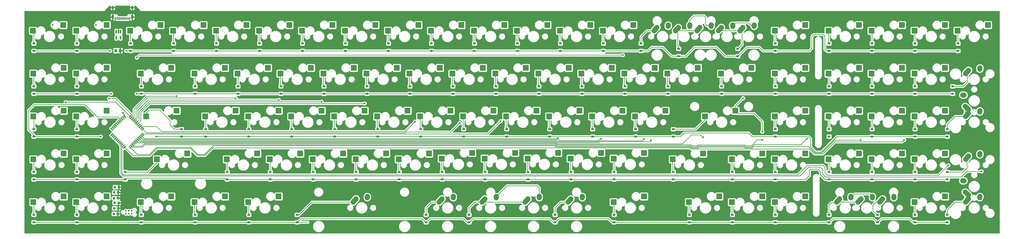
<source format=gbl>
G04 #@! TF.GenerationSoftware,KiCad,Pcbnew,(5.0.0-rc2-dev-733-g23a9fcd91)*
G04 #@! TF.CreationDate,2018-05-24T07:34:15-04:00*
G04 #@! TF.ProjectId,90plus_col2row,3930706C75735F636F6C32726F772E6B,rev?*
G04 #@! TF.SameCoordinates,Original*
G04 #@! TF.FileFunction,Copper,L2,Bot,Signal*
G04 #@! TF.FilePolarity,Positive*
%FSLAX46Y46*%
G04 Gerber Fmt 4.6, Leading zero omitted, Abs format (unit mm)*
G04 Created by KiCad (PCBNEW (5.0.0-rc2-dev-733-g23a9fcd91)) date 05/24/18 07:34:15*
%MOMM*%
%LPD*%
G01*
G04 APERTURE LIST*
%ADD10R,0.300000X1.150000*%
%ADD11R,0.600000X1.150000*%
%ADD12O,1.000000X1.600000*%
%ADD13O,1.000000X2.100000*%
%ADD14R,2.550000X2.500000*%
%ADD15R,1.295000X1.400000*%
%ADD16R,0.995000X1.000000*%
%ADD17R,1.200000X0.900000*%
%ADD18C,0.784860*%
%ADD19C,2.250000*%
%ADD20C,2.250000*%
%ADD21R,0.650000X1.560000*%
%ADD22C,0.550000*%
%ADD23C,0.100000*%
%ADD24C,0.800000*%
%ADD25C,0.250000*%
%ADD26C,0.254000*%
G04 APERTURE END LIST*
D10*
X101850000Y-244425000D03*
X102350000Y-244425000D03*
X102850000Y-244425000D03*
X105350000Y-244425000D03*
X104850000Y-244425000D03*
X104350000Y-244425000D03*
X103850000Y-244425000D03*
D11*
X100400000Y-244425000D03*
D12*
X107920000Y-239580000D03*
X99280000Y-239580000D03*
D13*
X107920000Y-243760000D03*
X99280000Y-243760000D03*
D11*
X101200000Y-244425000D03*
X106000000Y-244425000D03*
X106800000Y-244425000D03*
D10*
X103350000Y-244425000D03*
D14*
X64077500Y-287972500D03*
X77527500Y-285432500D03*
D15*
X100632500Y-258730000D03*
X102567500Y-258730000D03*
D16*
X99920000Y-328820000D03*
X101695000Y-328820000D03*
X101855000Y-326410000D03*
X100080000Y-326410000D03*
X100205000Y-319410000D03*
X101980000Y-319410000D03*
X101665000Y-321765000D03*
X99890000Y-321765000D03*
D17*
X64293750Y-255525000D03*
X64293750Y-258825000D03*
X83343750Y-258825000D03*
X83343750Y-255525000D03*
X107156250Y-255525000D03*
X107156250Y-258825000D03*
X126206250Y-258825000D03*
X126206250Y-255525000D03*
X145256250Y-255525000D03*
X145256250Y-258825000D03*
X164306250Y-258825000D03*
X164306250Y-255525000D03*
X183356250Y-255525000D03*
X183356250Y-258825000D03*
X202406250Y-258825000D03*
X202406250Y-255525000D03*
X221456250Y-255525000D03*
X221456250Y-258825000D03*
X240506250Y-258825000D03*
X240506250Y-255525000D03*
X259556250Y-255525000D03*
X259556250Y-258825000D03*
X278606250Y-258825000D03*
X278606250Y-255525000D03*
X297656250Y-255525000D03*
X297656250Y-258825000D03*
X316706250Y-258825000D03*
X316706250Y-255525000D03*
X333375000Y-255525000D03*
X333375000Y-258825000D03*
X350043750Y-261206250D03*
X350043750Y-257906250D03*
X376237500Y-257906250D03*
X376237500Y-261206250D03*
X392906250Y-258825000D03*
X392906250Y-255525000D03*
X64293750Y-274575000D03*
X64293750Y-277875000D03*
X83343750Y-277875000D03*
X83343750Y-274575000D03*
X111918750Y-274575000D03*
X111918750Y-277875000D03*
X135731250Y-277875000D03*
X135731250Y-274575000D03*
X154781250Y-274575000D03*
X154781250Y-277875000D03*
X173831250Y-277875000D03*
X173831250Y-274575000D03*
X192881250Y-274575000D03*
X192881250Y-277875000D03*
X211931250Y-277875000D03*
X211931250Y-274575000D03*
X230981250Y-274575000D03*
X230981250Y-277875000D03*
X250031250Y-277875000D03*
X250031250Y-274575000D03*
X269081250Y-274575000D03*
X269081250Y-277875000D03*
X288131250Y-277875000D03*
X288131250Y-274575000D03*
X307181250Y-274575000D03*
X307181250Y-277875000D03*
X326231250Y-277875000D03*
X326231250Y-274575000D03*
X345281250Y-277875000D03*
X345281250Y-274575000D03*
X369093750Y-277875000D03*
X369093750Y-274575000D03*
X392906250Y-274575000D03*
X392906250Y-277875000D03*
X64293750Y-296925000D03*
X64293750Y-293625000D03*
X83343750Y-293625000D03*
X83343750Y-296925000D03*
X129700000Y-296880000D03*
X129700000Y-293580000D03*
X140493750Y-293625000D03*
X140493750Y-296925000D03*
X159543750Y-296925000D03*
X159543750Y-293625000D03*
X178593750Y-293625000D03*
X178593750Y-296925000D03*
X197643750Y-293625000D03*
X197643750Y-296925000D03*
X216693750Y-293625000D03*
X216693750Y-296925000D03*
X235743750Y-293625000D03*
X235743750Y-296925000D03*
X254793750Y-296925000D03*
X254793750Y-293625000D03*
X273843750Y-293625000D03*
X273843750Y-296925000D03*
X292893750Y-296925000D03*
X292893750Y-293625000D03*
X311943750Y-293625000D03*
X311943750Y-296925000D03*
X330993750Y-296925000D03*
X330993750Y-293625000D03*
X347662500Y-293625000D03*
X347662500Y-296925000D03*
X392906250Y-296925000D03*
X392906250Y-293625000D03*
X64293750Y-312675000D03*
X64293750Y-315975000D03*
X83343750Y-315975000D03*
X83343750Y-312675000D03*
X104775000Y-312675000D03*
X104775000Y-315975000D03*
X150018750Y-315975000D03*
X150018750Y-312675000D03*
X169068750Y-312675000D03*
X169068750Y-315975000D03*
X188118750Y-315975000D03*
X188118750Y-312675000D03*
X207168750Y-315975000D03*
X207168750Y-312675000D03*
X226218750Y-315975000D03*
X226218750Y-312675000D03*
X245268750Y-315975000D03*
X245268750Y-312675000D03*
X264318750Y-312675000D03*
X264318750Y-315975000D03*
X283368750Y-312675000D03*
X283368750Y-315975000D03*
X302418750Y-315975000D03*
X302418750Y-312675000D03*
X321468750Y-315975000D03*
X321468750Y-312675000D03*
X347662500Y-312675000D03*
X347662500Y-315975000D03*
X373856250Y-312675000D03*
X373856250Y-315975000D03*
X392906250Y-312675000D03*
X392906250Y-315975000D03*
X64293750Y-335025000D03*
X64293750Y-331725000D03*
X83343750Y-331725000D03*
X83343750Y-335025000D03*
X111918750Y-335025000D03*
X111918750Y-331725000D03*
X135731250Y-335025000D03*
X135731250Y-331725000D03*
X159543750Y-331725000D03*
X159543750Y-335025000D03*
X180975000Y-331725000D03*
X180975000Y-335025000D03*
X238125000Y-335025000D03*
X238125000Y-331725000D03*
X257175000Y-331725000D03*
X257175000Y-335025000D03*
X295275000Y-331725000D03*
X295275000Y-335025000D03*
X321468750Y-335025000D03*
X321468750Y-331725000D03*
X354806250Y-335025000D03*
X354806250Y-331725000D03*
X373856250Y-331725000D03*
X373856250Y-335025000D03*
X392906250Y-335025000D03*
X392906250Y-331725000D03*
D18*
X107630000Y-331205000D03*
X107630000Y-329935000D03*
X106360000Y-331205000D03*
X106360000Y-329935000D03*
X105090000Y-331205000D03*
X105090000Y-329935000D03*
D16*
X101505000Y-331270000D03*
X99730000Y-331270000D03*
X99770000Y-324310000D03*
X101545000Y-324310000D03*
D14*
X77322500Y-247332500D03*
X63872500Y-249872500D03*
X96577500Y-247332500D03*
X83127500Y-249872500D03*
X106940000Y-249872500D03*
X120390000Y-247332500D03*
X125990000Y-249872500D03*
X139440000Y-247332500D03*
X145040000Y-249872500D03*
X158490000Y-247332500D03*
X164090000Y-249872500D03*
X177540000Y-247332500D03*
X183140000Y-249872500D03*
X196590000Y-247332500D03*
X202190000Y-249872500D03*
X215640000Y-247332500D03*
X221240000Y-249872500D03*
X234690000Y-247332500D03*
X240290000Y-249872500D03*
X253740000Y-247332500D03*
X259340000Y-249872500D03*
X272790000Y-247332500D03*
X278390000Y-249872500D03*
X291840000Y-247332500D03*
X297440000Y-249872500D03*
X310890000Y-247332500D03*
X316490000Y-249872500D03*
X329940000Y-247332500D03*
D19*
X345420000Y-247622500D03*
D20*
X345400000Y-247912500D02*
X345440000Y-247332500D01*
D19*
X345440000Y-247332500D03*
X339745001Y-249142500D03*
D20*
X339090000Y-249872500D02*
X340400002Y-248412500D01*
D19*
X340400000Y-248412500D03*
X354945000Y-247622500D03*
D20*
X354925000Y-247912500D02*
X354965000Y-247332500D01*
D19*
X354965000Y-247332500D03*
X349270001Y-249142500D03*
D20*
X348615000Y-249872500D02*
X349925002Y-248412500D01*
D19*
X349925000Y-248412500D03*
X368975000Y-248412500D03*
X368320001Y-249142500D03*
D20*
X367665000Y-249872500D02*
X368975002Y-248412500D01*
D19*
X374015000Y-247332500D03*
X373995000Y-247622500D03*
D20*
X373975000Y-247912500D02*
X374015000Y-247332500D01*
D14*
X392690000Y-249872500D03*
X406140000Y-247332500D03*
D19*
X383520000Y-247622500D03*
D20*
X383500000Y-247912500D02*
X383540000Y-247332500D01*
D19*
X383540000Y-247332500D03*
X377845001Y-249142500D03*
D20*
X377190000Y-249872500D02*
X378500002Y-248412500D01*
D19*
X378500000Y-248412500D03*
X359450000Y-248412500D03*
X358795001Y-249142500D03*
D20*
X358140000Y-249872500D02*
X359450002Y-248412500D01*
D19*
X364490000Y-247332500D03*
X364470000Y-247622500D03*
D20*
X364450000Y-247912500D02*
X364490000Y-247332500D01*
D14*
X64077500Y-268922500D03*
X77527500Y-266382500D03*
X96577500Y-266382500D03*
X83127500Y-268922500D03*
X111702500Y-268922500D03*
X125152500Y-266382500D03*
X135515000Y-268922500D03*
X148965000Y-266382500D03*
X154565000Y-268922500D03*
X168015000Y-266382500D03*
X173615000Y-268922500D03*
X187065000Y-266382500D03*
X206115000Y-266382500D03*
X192665000Y-268922500D03*
X225165000Y-266382500D03*
X211715000Y-268922500D03*
X244215000Y-266382500D03*
X230765000Y-268922500D03*
X263265000Y-266382500D03*
X249815000Y-268922500D03*
X282315000Y-266382500D03*
X268865000Y-268922500D03*
X301365000Y-266382500D03*
X287915000Y-268922500D03*
X306965000Y-268922500D03*
X320415000Y-266382500D03*
X326015000Y-268922500D03*
X339465000Y-266382500D03*
X345065000Y-268922500D03*
X358515000Y-266382500D03*
X368877500Y-268922500D03*
X382327500Y-266382500D03*
X392690000Y-268922500D03*
X406140000Y-266382500D03*
X83127500Y-287972500D03*
X96577500Y-285432500D03*
X114083750Y-287972500D03*
X127533750Y-285432500D03*
X153727500Y-285432500D03*
X140277500Y-287972500D03*
X172777500Y-285432500D03*
X159327500Y-287972500D03*
X191827500Y-285432500D03*
X178377500Y-287972500D03*
X197427500Y-287972500D03*
X210877500Y-285432500D03*
X216477500Y-287972500D03*
X229927500Y-285432500D03*
X235527500Y-287972500D03*
X248977500Y-285432500D03*
X268027500Y-285432500D03*
X254577500Y-287972500D03*
X287077500Y-285432500D03*
X273627500Y-287972500D03*
X306127500Y-285432500D03*
X292677500Y-287972500D03*
X311727500Y-287972500D03*
X325177500Y-285432500D03*
X330777500Y-287972500D03*
X344227500Y-285432500D03*
X361733750Y-287972500D03*
X375183750Y-285432500D03*
X406140000Y-285432500D03*
X392690000Y-287972500D03*
X77527500Y-304482500D03*
X64077500Y-307022500D03*
X96577500Y-304482500D03*
X83127500Y-307022500D03*
X132296250Y-304482500D03*
X118846250Y-307022500D03*
X163252500Y-304482500D03*
X149802500Y-307022500D03*
X182302500Y-304482500D03*
X168852500Y-307022500D03*
X201352500Y-304482500D03*
X187902500Y-307022500D03*
X206952500Y-307022500D03*
X220402500Y-304482500D03*
X239452500Y-304482500D03*
X226002500Y-307022500D03*
X258502500Y-304165000D03*
X245052500Y-306705000D03*
X277552500Y-304165000D03*
X264102500Y-306705000D03*
X296602500Y-304165000D03*
X283152500Y-306705000D03*
X315652500Y-304165000D03*
X302202500Y-306705000D03*
X334702500Y-304165000D03*
X321252500Y-306705000D03*
X347446250Y-307022500D03*
X360896250Y-304482500D03*
X387090000Y-304482500D03*
X373640000Y-307022500D03*
X406140000Y-304482500D03*
X392690000Y-307022500D03*
X77527500Y-323532500D03*
X64077500Y-326072500D03*
X83127500Y-326072500D03*
X96577500Y-323532500D03*
X125152500Y-323532500D03*
X111702500Y-326072500D03*
X148965000Y-323532500D03*
X135515000Y-326072500D03*
X159327500Y-326072500D03*
X172777500Y-323532500D03*
D19*
X207050000Y-324612500D03*
X206395001Y-325342500D03*
D20*
X205740000Y-326072500D02*
X207050002Y-324612500D01*
D19*
X212090000Y-323532500D03*
X212070000Y-323822500D03*
D20*
X212050000Y-324112500D02*
X212090000Y-323532500D01*
D19*
X250170000Y-323822500D03*
D20*
X250150000Y-324112500D02*
X250190000Y-323532500D01*
D19*
X250190000Y-323532500D03*
X244495001Y-325342500D03*
D20*
X243840000Y-326072500D02*
X245150002Y-324612500D01*
D19*
X245150000Y-324612500D03*
X288270000Y-323822500D03*
D20*
X288250000Y-324112500D02*
X288290000Y-323532500D01*
D19*
X288290000Y-323532500D03*
X282595001Y-325342500D03*
D20*
X281940000Y-326072500D02*
X283250002Y-324612500D01*
D19*
X283250000Y-324612500D03*
X302300000Y-324612500D03*
X301645001Y-325342500D03*
D20*
X300990000Y-326072500D02*
X302300002Y-324612500D01*
D19*
X307340000Y-323532500D03*
X307320000Y-323822500D03*
D20*
X307300000Y-324112500D02*
X307340000Y-323532500D01*
D14*
X334702500Y-323532500D03*
X321252500Y-326072500D03*
X368040000Y-323532500D03*
X354590000Y-326072500D03*
X387090000Y-323532500D03*
X373640000Y-326072500D03*
X406140000Y-323532500D03*
X392690000Y-326072500D03*
D19*
X269220000Y-323822500D03*
D20*
X269200000Y-324112500D02*
X269240000Y-323532500D01*
D19*
X269240000Y-323532500D03*
X263545001Y-325342500D03*
D20*
X262890000Y-326072500D02*
X264200002Y-324612500D01*
D19*
X264200000Y-324612500D03*
D21*
X100810000Y-250260000D03*
X101760000Y-250260000D03*
X102710000Y-250260000D03*
X102710000Y-252960000D03*
X100810000Y-252960000D03*
D22*
X106932082Y-287921064D03*
D23*
G36*
X107267958Y-287196280D02*
X107656866Y-287585188D01*
X106596206Y-288645848D01*
X106207298Y-288256940D01*
X107267958Y-287196280D01*
X107267958Y-287196280D01*
G37*
D22*
X107497767Y-288486750D03*
D23*
G36*
X107833643Y-287761966D02*
X108222551Y-288150874D01*
X107161891Y-289211534D01*
X106772983Y-288822626D01*
X107833643Y-287761966D01*
X107833643Y-287761966D01*
G37*
D22*
X108063452Y-289052435D03*
D23*
G36*
X108399328Y-288327651D02*
X108788236Y-288716559D01*
X107727576Y-289777219D01*
X107338668Y-289388311D01*
X108399328Y-288327651D01*
X108399328Y-288327651D01*
G37*
D22*
X108629138Y-289618120D03*
D23*
G36*
X108965014Y-288893336D02*
X109353922Y-289282244D01*
X108293262Y-290342904D01*
X107904354Y-289953996D01*
X108965014Y-288893336D01*
X108965014Y-288893336D01*
G37*
D22*
X109194823Y-290183806D03*
D23*
G36*
X109530699Y-289459022D02*
X109919607Y-289847930D01*
X108858947Y-290908590D01*
X108470039Y-290519682D01*
X109530699Y-289459022D01*
X109530699Y-289459022D01*
G37*
D22*
X109760509Y-290749491D03*
D23*
G36*
X110096385Y-290024707D02*
X110485293Y-290413615D01*
X109424633Y-291474275D01*
X109035725Y-291085367D01*
X110096385Y-290024707D01*
X110096385Y-290024707D01*
G37*
D22*
X110326194Y-291315177D03*
D23*
G36*
X110662070Y-290590393D02*
X111050978Y-290979301D01*
X109990318Y-292039961D01*
X109601410Y-291651053D01*
X110662070Y-290590393D01*
X110662070Y-290590393D01*
G37*
D22*
X110891880Y-291880862D03*
D23*
G36*
X111227756Y-291156078D02*
X111616664Y-291544986D01*
X110556004Y-292605646D01*
X110167096Y-292216738D01*
X111227756Y-291156078D01*
X111227756Y-291156078D01*
G37*
D22*
X111457565Y-292446548D03*
D23*
G36*
X111793441Y-291721764D02*
X112182349Y-292110672D01*
X111121689Y-293171332D01*
X110732781Y-292782424D01*
X111793441Y-291721764D01*
X111793441Y-291721764D01*
G37*
D22*
X112023250Y-293012233D03*
D23*
G36*
X112359126Y-292287449D02*
X112748034Y-292676357D01*
X111687374Y-293737017D01*
X111298466Y-293348109D01*
X112359126Y-292287449D01*
X112359126Y-292287449D01*
G37*
D22*
X112588936Y-293577918D03*
D23*
G36*
X112924812Y-292853134D02*
X113313720Y-293242042D01*
X112253060Y-294302702D01*
X111864152Y-293913794D01*
X112924812Y-292853134D01*
X112924812Y-292853134D01*
G37*
D22*
X112588936Y-295982082D03*
D23*
G36*
X113313720Y-296317958D02*
X112924812Y-296706866D01*
X111864152Y-295646206D01*
X112253060Y-295257298D01*
X113313720Y-296317958D01*
X113313720Y-296317958D01*
G37*
D22*
X112023250Y-296547767D03*
D23*
G36*
X112748034Y-296883643D02*
X112359126Y-297272551D01*
X111298466Y-296211891D01*
X111687374Y-295822983D01*
X112748034Y-296883643D01*
X112748034Y-296883643D01*
G37*
D22*
X111457565Y-297113452D03*
D23*
G36*
X112182349Y-297449328D02*
X111793441Y-297838236D01*
X110732781Y-296777576D01*
X111121689Y-296388668D01*
X112182349Y-297449328D01*
X112182349Y-297449328D01*
G37*
D22*
X110891880Y-297679138D03*
D23*
G36*
X111616664Y-298015014D02*
X111227756Y-298403922D01*
X110167096Y-297343262D01*
X110556004Y-296954354D01*
X111616664Y-298015014D01*
X111616664Y-298015014D01*
G37*
D22*
X110326194Y-298244823D03*
D23*
G36*
X111050978Y-298580699D02*
X110662070Y-298969607D01*
X109601410Y-297908947D01*
X109990318Y-297520039D01*
X111050978Y-298580699D01*
X111050978Y-298580699D01*
G37*
D22*
X109760509Y-298810509D03*
D23*
G36*
X110485293Y-299146385D02*
X110096385Y-299535293D01*
X109035725Y-298474633D01*
X109424633Y-298085725D01*
X110485293Y-299146385D01*
X110485293Y-299146385D01*
G37*
D22*
X109194823Y-299376194D03*
D23*
G36*
X109919607Y-299712070D02*
X109530699Y-300100978D01*
X108470039Y-299040318D01*
X108858947Y-298651410D01*
X109919607Y-299712070D01*
X109919607Y-299712070D01*
G37*
D22*
X108629138Y-299941880D03*
D23*
G36*
X109353922Y-300277756D02*
X108965014Y-300666664D01*
X107904354Y-299606004D01*
X108293262Y-299217096D01*
X109353922Y-300277756D01*
X109353922Y-300277756D01*
G37*
D22*
X108063452Y-300507565D03*
D23*
G36*
X108788236Y-300843441D02*
X108399328Y-301232349D01*
X107338668Y-300171689D01*
X107727576Y-299782781D01*
X108788236Y-300843441D01*
X108788236Y-300843441D01*
G37*
D22*
X107497767Y-301073250D03*
D23*
G36*
X108222551Y-301409126D02*
X107833643Y-301798034D01*
X106772983Y-300737374D01*
X107161891Y-300348466D01*
X108222551Y-301409126D01*
X108222551Y-301409126D01*
G37*
D22*
X106932082Y-301638936D03*
D23*
G36*
X107656866Y-301974812D02*
X107267958Y-302363720D01*
X106207298Y-301303060D01*
X106596206Y-300914152D01*
X107656866Y-301974812D01*
X107656866Y-301974812D01*
G37*
D22*
X104527918Y-301638936D03*
D23*
G36*
X104863794Y-300914152D02*
X105252702Y-301303060D01*
X104192042Y-302363720D01*
X103803134Y-301974812D01*
X104863794Y-300914152D01*
X104863794Y-300914152D01*
G37*
D22*
X103962233Y-301073250D03*
D23*
G36*
X104298109Y-300348466D02*
X104687017Y-300737374D01*
X103626357Y-301798034D01*
X103237449Y-301409126D01*
X104298109Y-300348466D01*
X104298109Y-300348466D01*
G37*
D22*
X103396548Y-300507565D03*
D23*
G36*
X103732424Y-299782781D02*
X104121332Y-300171689D01*
X103060672Y-301232349D01*
X102671764Y-300843441D01*
X103732424Y-299782781D01*
X103732424Y-299782781D01*
G37*
D22*
X102830862Y-299941880D03*
D23*
G36*
X103166738Y-299217096D02*
X103555646Y-299606004D01*
X102494986Y-300666664D01*
X102106078Y-300277756D01*
X103166738Y-299217096D01*
X103166738Y-299217096D01*
G37*
D22*
X102265177Y-299376194D03*
D23*
G36*
X102601053Y-298651410D02*
X102989961Y-299040318D01*
X101929301Y-300100978D01*
X101540393Y-299712070D01*
X102601053Y-298651410D01*
X102601053Y-298651410D01*
G37*
D22*
X101699491Y-298810509D03*
D23*
G36*
X102035367Y-298085725D02*
X102424275Y-298474633D01*
X101363615Y-299535293D01*
X100974707Y-299146385D01*
X102035367Y-298085725D01*
X102035367Y-298085725D01*
G37*
D22*
X101133806Y-298244823D03*
D23*
G36*
X101469682Y-297520039D02*
X101858590Y-297908947D01*
X100797930Y-298969607D01*
X100409022Y-298580699D01*
X101469682Y-297520039D01*
X101469682Y-297520039D01*
G37*
D22*
X100568120Y-297679138D03*
D23*
G36*
X100903996Y-296954354D02*
X101292904Y-297343262D01*
X100232244Y-298403922D01*
X99843336Y-298015014D01*
X100903996Y-296954354D01*
X100903996Y-296954354D01*
G37*
D22*
X100002435Y-297113452D03*
D23*
G36*
X100338311Y-296388668D02*
X100727219Y-296777576D01*
X99666559Y-297838236D01*
X99277651Y-297449328D01*
X100338311Y-296388668D01*
X100338311Y-296388668D01*
G37*
D22*
X99436750Y-296547767D03*
D23*
G36*
X99772626Y-295822983D02*
X100161534Y-296211891D01*
X99100874Y-297272551D01*
X98711966Y-296883643D01*
X99772626Y-295822983D01*
X99772626Y-295822983D01*
G37*
D22*
X98871064Y-295982082D03*
D23*
G36*
X99206940Y-295257298D02*
X99595848Y-295646206D01*
X98535188Y-296706866D01*
X98146280Y-296317958D01*
X99206940Y-295257298D01*
X99206940Y-295257298D01*
G37*
D22*
X98871064Y-293577918D03*
D23*
G36*
X99595848Y-293913794D02*
X99206940Y-294302702D01*
X98146280Y-293242042D01*
X98535188Y-292853134D01*
X99595848Y-293913794D01*
X99595848Y-293913794D01*
G37*
D22*
X99436750Y-293012233D03*
D23*
G36*
X100161534Y-293348109D02*
X99772626Y-293737017D01*
X98711966Y-292676357D01*
X99100874Y-292287449D01*
X100161534Y-293348109D01*
X100161534Y-293348109D01*
G37*
D22*
X100002435Y-292446548D03*
D23*
G36*
X100727219Y-292782424D02*
X100338311Y-293171332D01*
X99277651Y-292110672D01*
X99666559Y-291721764D01*
X100727219Y-292782424D01*
X100727219Y-292782424D01*
G37*
D22*
X100568120Y-291880862D03*
D23*
G36*
X101292904Y-292216738D02*
X100903996Y-292605646D01*
X99843336Y-291544986D01*
X100232244Y-291156078D01*
X101292904Y-292216738D01*
X101292904Y-292216738D01*
G37*
D22*
X101133806Y-291315177D03*
D23*
G36*
X101858590Y-291651053D02*
X101469682Y-292039961D01*
X100409022Y-290979301D01*
X100797930Y-290590393D01*
X101858590Y-291651053D01*
X101858590Y-291651053D01*
G37*
D22*
X101699491Y-290749491D03*
D23*
G36*
X102424275Y-291085367D02*
X102035367Y-291474275D01*
X100974707Y-290413615D01*
X101363615Y-290024707D01*
X102424275Y-291085367D01*
X102424275Y-291085367D01*
G37*
D22*
X102265177Y-290183806D03*
D23*
G36*
X102989961Y-290519682D02*
X102601053Y-290908590D01*
X101540393Y-289847930D01*
X101929301Y-289459022D01*
X102989961Y-290519682D01*
X102989961Y-290519682D01*
G37*
D22*
X102830862Y-289618120D03*
D23*
G36*
X103555646Y-289953996D02*
X103166738Y-290342904D01*
X102106078Y-289282244D01*
X102494986Y-288893336D01*
X103555646Y-289953996D01*
X103555646Y-289953996D01*
G37*
D22*
X103396548Y-289052435D03*
D23*
G36*
X104121332Y-289388311D02*
X103732424Y-289777219D01*
X102671764Y-288716559D01*
X103060672Y-288327651D01*
X104121332Y-289388311D01*
X104121332Y-289388311D01*
G37*
D22*
X103962233Y-288486750D03*
D23*
G36*
X104687017Y-288822626D02*
X104298109Y-289211534D01*
X103237449Y-288150874D01*
X103626357Y-287761966D01*
X104687017Y-288822626D01*
X104687017Y-288822626D01*
G37*
D22*
X104527918Y-287921064D03*
D23*
G36*
X105252702Y-288256940D02*
X104863794Y-288645848D01*
X103803134Y-287585188D01*
X104192042Y-287196280D01*
X105252702Y-288256940D01*
X105252702Y-288256940D01*
G37*
D17*
X416718750Y-255525000D03*
X416718750Y-258825000D03*
X435768750Y-258825000D03*
X435768750Y-255525000D03*
X454818750Y-255525000D03*
X454818750Y-258825000D03*
X473868750Y-258825000D03*
X473868750Y-255525000D03*
X416718750Y-274575000D03*
X416718750Y-277875000D03*
X435768750Y-277875000D03*
X435768750Y-274575000D03*
X454818750Y-274575000D03*
X454818750Y-277875000D03*
X471487500Y-277875000D03*
X471487500Y-274575000D03*
X416718750Y-293625000D03*
X416718750Y-296925000D03*
X435768750Y-296925000D03*
X435768750Y-293625000D03*
X454818750Y-293625000D03*
X454818750Y-296925000D03*
X469106250Y-296925000D03*
X469106250Y-293625000D03*
X416718750Y-312675000D03*
X416718750Y-315975000D03*
X435768750Y-312675000D03*
X435768750Y-315975000D03*
X454818750Y-315975000D03*
X454818750Y-312675000D03*
X469106250Y-315975000D03*
X469106250Y-312675000D03*
X416718750Y-335025000D03*
X416718750Y-331725000D03*
X438150000Y-331725000D03*
X438150000Y-335025000D03*
X454818750Y-335025000D03*
X454818750Y-331725000D03*
X469106250Y-331725000D03*
X469106250Y-335025000D03*
D14*
X416502500Y-249872500D03*
X429952500Y-247332500D03*
X449002500Y-247332500D03*
X435552500Y-249872500D03*
X454602500Y-249872500D03*
X468052500Y-247332500D03*
X487102500Y-247332500D03*
X473652500Y-249872500D03*
X429952500Y-266382500D03*
X416502500Y-268922500D03*
X435552500Y-268922500D03*
X449002500Y-266382500D03*
X468052500Y-266382500D03*
X454602500Y-268922500D03*
D19*
X478512500Y-267462500D03*
X477857501Y-268192500D03*
D20*
X477202500Y-268922500D02*
X478512502Y-267462500D01*
D19*
X483552500Y-266382500D03*
X483532500Y-266672500D03*
D20*
X483512500Y-266962500D02*
X483552500Y-266382500D01*
D14*
X416502500Y-287972500D03*
X429952500Y-285432500D03*
X449002500Y-285432500D03*
X435552500Y-287972500D03*
X468052500Y-285432500D03*
X454602500Y-287972500D03*
D19*
X483532500Y-285722500D03*
D20*
X483512500Y-286012500D02*
X483552500Y-285432500D01*
D19*
X483552500Y-285432500D03*
X477857501Y-287242500D03*
D20*
X477202500Y-287972500D02*
X478512502Y-286512500D01*
D19*
X478512500Y-286512500D03*
D14*
X416502500Y-307022500D03*
X429952500Y-304482500D03*
X449002500Y-304482500D03*
X435552500Y-307022500D03*
X454602500Y-307022500D03*
X468052500Y-304482500D03*
D19*
X483532500Y-304772500D03*
D20*
X483512500Y-305062500D02*
X483552500Y-304482500D01*
D19*
X483552500Y-304482500D03*
X477857501Y-306292500D03*
D20*
X477202500Y-307022500D02*
X478512502Y-305562500D01*
D19*
X478512500Y-305562500D03*
X426382500Y-323822500D03*
D20*
X426362500Y-324112500D02*
X426402500Y-323532500D01*
D19*
X426402500Y-323532500D03*
X420707501Y-325342500D03*
D20*
X420052500Y-326072500D02*
X421362502Y-324612500D01*
D19*
X421362500Y-324612500D03*
X440412500Y-324612500D03*
X439757501Y-325342500D03*
D20*
X439102500Y-326072500D02*
X440412502Y-324612500D01*
D19*
X445452500Y-323532500D03*
X445432500Y-323822500D03*
D20*
X445412500Y-324112500D02*
X445452500Y-323532500D01*
D14*
X454602500Y-326072500D03*
X468052500Y-323532500D03*
D19*
X478512500Y-324612500D03*
X477857501Y-325342500D03*
D20*
X477202500Y-326072500D02*
X478512502Y-324612500D01*
D19*
X483552500Y-323532500D03*
X483532500Y-323822500D03*
D20*
X483512500Y-324112500D02*
X483552500Y-323532500D01*
D19*
X435907500Y-323822500D03*
D20*
X435887500Y-324112500D02*
X435927500Y-323532500D01*
D19*
X435927500Y-323532500D03*
X430232501Y-325342500D03*
D20*
X429577500Y-326072500D02*
X430887502Y-324612500D01*
D19*
X430887500Y-324612500D03*
X476222500Y-278467500D03*
D20*
X476512500Y-278487500D02*
X475932500Y-278447500D01*
D19*
X475932500Y-278447500D03*
X477742500Y-284142499D03*
D20*
X478472500Y-284797500D02*
X477012500Y-283487498D01*
D19*
X477012500Y-283487500D03*
X477012500Y-321587500D03*
X477742500Y-322242499D03*
D20*
X478472500Y-322897500D02*
X477012500Y-321587498D01*
D19*
X475932500Y-316547500D03*
X476222500Y-316567500D03*
D20*
X476512500Y-316587500D02*
X475932500Y-316547500D01*
D24*
X72560000Y-247332500D03*
X91815000Y-247332500D03*
X77527500Y-266382500D03*
X77527500Y-285432500D03*
X77527500Y-304482500D03*
X77527500Y-323532500D03*
X78371700Y-281584400D03*
X96577500Y-323532500D03*
X96577500Y-304482500D03*
X96577500Y-285432500D03*
X96577500Y-266382500D03*
X97574100Y-280000000D03*
X120390000Y-247332500D03*
X125152500Y-266382500D03*
X127533750Y-285432500D03*
X132296250Y-304482500D03*
X125152500Y-323532500D03*
X127533750Y-278990000D03*
X139440000Y-247332500D03*
X148965000Y-266382500D03*
X153727500Y-285432500D03*
X163252500Y-304482500D03*
X148965000Y-323532500D03*
X153727500Y-279920000D03*
X158490000Y-247332500D03*
X168015000Y-266382500D03*
X172777500Y-285432500D03*
X182302500Y-304482500D03*
X172777500Y-323532500D03*
X172821600Y-280640000D03*
X177540000Y-247332500D03*
X187065000Y-266382500D03*
X191827500Y-285432500D03*
X201352500Y-304482500D03*
X191827500Y-281460000D03*
X196590000Y-247332500D03*
X206115000Y-266382500D03*
X210877500Y-285432500D03*
X220402500Y-304482500D03*
X210877500Y-282190000D03*
X215640000Y-247332500D03*
X225165000Y-266382500D03*
X229927500Y-285432500D03*
X239452500Y-304482500D03*
X233235000Y-290240000D03*
X234690000Y-247332500D03*
X244215000Y-266382500D03*
X248977500Y-285432500D03*
X258502500Y-304165000D03*
X252975000Y-290930000D03*
X253740000Y-247332500D03*
X263265000Y-266382500D03*
X268027500Y-285432500D03*
X277552500Y-304165000D03*
X271150000Y-290055000D03*
X272790000Y-247332500D03*
X282315000Y-266382500D03*
X287077500Y-285432500D03*
X296602500Y-304165000D03*
X296602500Y-297645010D03*
X291840000Y-247332500D03*
X301365000Y-266382500D03*
X306127500Y-285432500D03*
X315652500Y-304165000D03*
X315652500Y-297950000D03*
X310890000Y-247332500D03*
X320415000Y-266382500D03*
X325177500Y-285432500D03*
X334702500Y-304165000D03*
X334702500Y-323532500D03*
X334702500Y-298050000D03*
X103850000Y-286450000D03*
X109940000Y-261800000D03*
X325340000Y-260660000D03*
X329940000Y-247332500D03*
X339465000Y-266382500D03*
X344227500Y-285432500D03*
X337790000Y-298640000D03*
X358515000Y-266382500D03*
X368040000Y-323532500D03*
X360896250Y-304482500D03*
X360896250Y-297270000D03*
X387090000Y-304482500D03*
X387090000Y-323532500D03*
X382327500Y-266382500D03*
X378612400Y-279857200D03*
X387096000Y-294792400D03*
X387096000Y-298340000D03*
X406140000Y-247332500D03*
X406140000Y-266382500D03*
X406140000Y-285432500D03*
X406140000Y-304482500D03*
X406140000Y-323532500D03*
X406908000Y-297880000D03*
X93950000Y-296925000D03*
X118530000Y-296925000D03*
X98560000Y-277875000D03*
X109850000Y-277875000D03*
X98095900Y-258825000D03*
X105240000Y-258825000D03*
X429952500Y-247332500D03*
X429952500Y-266382500D03*
X429952500Y-285432500D03*
X429952500Y-304482500D03*
X430700000Y-298540000D03*
X449002500Y-247332500D03*
X449002500Y-266382500D03*
X449002500Y-285432500D03*
X449002500Y-304482500D03*
X449970000Y-298400000D03*
X468052500Y-247332500D03*
X468052500Y-266382500D03*
X468052500Y-285432500D03*
X468052500Y-304482500D03*
X468052500Y-323532500D03*
X469550000Y-309710000D03*
X487102500Y-247332500D03*
X484290000Y-312390000D03*
D25*
X64293750Y-250293750D02*
X63872500Y-249872500D01*
X64293750Y-255525000D02*
X64293750Y-250293750D01*
X83343750Y-250088750D02*
X83127500Y-249872500D01*
X83343750Y-255525000D02*
X83343750Y-250088750D01*
X107156250Y-250088750D02*
X106940000Y-249872500D01*
X107156250Y-255525000D02*
X107156250Y-250088750D01*
X126206250Y-250088750D02*
X125990000Y-249872500D01*
X126206250Y-255525000D02*
X126206250Y-250088750D01*
X145040000Y-255308750D02*
X145256250Y-255525000D01*
X145040000Y-249872500D02*
X145040000Y-255308750D01*
X164090000Y-255308750D02*
X164306250Y-255525000D01*
X164090000Y-249872500D02*
X164090000Y-255308750D01*
X183140000Y-255308750D02*
X183356250Y-255525000D01*
X183140000Y-249872500D02*
X183140000Y-255308750D01*
X202190000Y-255308750D02*
X202406250Y-255525000D01*
X202190000Y-249872500D02*
X202190000Y-255308750D01*
X221240000Y-255308750D02*
X221456250Y-255525000D01*
X221240000Y-249872500D02*
X221240000Y-255308750D01*
X240290000Y-255308750D02*
X240506250Y-255525000D01*
X240290000Y-249872500D02*
X240290000Y-255308750D01*
X259340000Y-255308750D02*
X259556250Y-255525000D01*
X259340000Y-249872500D02*
X259340000Y-255308750D01*
X278390000Y-255308750D02*
X278606250Y-255525000D01*
X278390000Y-249872500D02*
X278390000Y-255308750D01*
X297440000Y-255308750D02*
X297656250Y-255525000D01*
X297440000Y-249872500D02*
X297440000Y-255308750D01*
X316490000Y-255308750D02*
X316706250Y-255525000D01*
X316490000Y-249872500D02*
X316490000Y-255308750D01*
X333375000Y-255525000D02*
X333375000Y-252495000D01*
X335997500Y-249872500D02*
X339090000Y-249872500D01*
X333375000Y-252495000D02*
X335997500Y-249872500D01*
X348615000Y-249872500D02*
X358140000Y-249872500D01*
X350043750Y-257206250D02*
X349580000Y-256742500D01*
X350043750Y-257906250D02*
X350043750Y-257206250D01*
X349580000Y-250837500D02*
X348615000Y-249872500D01*
X349580000Y-256742500D02*
X349580000Y-250837500D01*
X367665000Y-249872500D02*
X377190000Y-249872500D01*
X376387500Y-257906250D02*
X378190000Y-256103750D01*
X376237500Y-257906250D02*
X376387500Y-257906250D01*
X378190000Y-250872500D02*
X377190000Y-249872500D01*
X378190000Y-256103750D02*
X378190000Y-250872500D01*
X392690000Y-255308750D02*
X392906250Y-255525000D01*
X392690000Y-249872500D02*
X392690000Y-255308750D01*
X64293750Y-269138750D02*
X64077500Y-268922500D01*
X64293750Y-274575000D02*
X64293750Y-269138750D01*
X83343750Y-269138750D02*
X83127500Y-268922500D01*
X83343750Y-274575000D02*
X83343750Y-269138750D01*
X111918750Y-269138750D02*
X111702500Y-268922500D01*
X111918750Y-274575000D02*
X111918750Y-269138750D01*
X135731250Y-269138750D02*
X135515000Y-268922500D01*
X135731250Y-274575000D02*
X135731250Y-269138750D01*
X154781250Y-269138750D02*
X154565000Y-268922500D01*
X154781250Y-274575000D02*
X154781250Y-269138750D01*
X173615000Y-274358750D02*
X173831250Y-274575000D01*
X173615000Y-268922500D02*
X173615000Y-274358750D01*
X192665000Y-274358750D02*
X192881250Y-274575000D01*
X192665000Y-268922500D02*
X192665000Y-274358750D01*
X211715000Y-274358750D02*
X211931250Y-274575000D01*
X211715000Y-268922500D02*
X211715000Y-274358750D01*
X230765000Y-268922500D02*
X230765000Y-274358750D01*
X230765000Y-274358750D02*
X230981250Y-274575000D01*
X249815000Y-274358750D02*
X250031250Y-274575000D01*
X249815000Y-268922500D02*
X249815000Y-274358750D01*
X268865000Y-274358750D02*
X269081250Y-274575000D01*
X268865000Y-268922500D02*
X268865000Y-274358750D01*
X287915000Y-274358750D02*
X288131250Y-274575000D01*
X287915000Y-268922500D02*
X287915000Y-274358750D01*
X306965000Y-274358750D02*
X307181250Y-274575000D01*
X306965000Y-268922500D02*
X306965000Y-274358750D01*
X326015000Y-274358750D02*
X326231250Y-274575000D01*
X326015000Y-268922500D02*
X326015000Y-274358750D01*
X345065000Y-274358750D02*
X345281250Y-274575000D01*
X345065000Y-268922500D02*
X345065000Y-274358750D01*
X368877500Y-274358750D02*
X369093750Y-274575000D01*
X368877500Y-268922500D02*
X368877500Y-274358750D01*
X392690000Y-274358750D02*
X392906250Y-274575000D01*
X392690000Y-268922500D02*
X392690000Y-274358750D01*
X64293750Y-288188750D02*
X64077500Y-287972500D01*
X64293750Y-293625000D02*
X64293750Y-288188750D01*
X83343750Y-288188750D02*
X83127500Y-287972500D01*
X83343750Y-293625000D02*
X83343750Y-288188750D01*
X114300000Y-288188750D02*
X114083750Y-287972500D01*
X128850000Y-293580000D02*
X129720000Y-293580000D01*
X126580000Y-293580000D02*
X128850000Y-293580000D01*
X114083750Y-286472500D02*
X115476250Y-285080000D01*
X114083750Y-287972500D02*
X114083750Y-286472500D01*
X115476250Y-285080000D02*
X120050000Y-285080000D01*
X120050000Y-285080000D02*
X124700000Y-289730000D01*
X124700000Y-289730000D02*
X124700000Y-291700000D01*
X124700000Y-291700000D02*
X126580000Y-293580000D01*
X140493750Y-288188750D02*
X140277500Y-287972500D01*
X140493750Y-293625000D02*
X140493750Y-288188750D01*
X159543750Y-288188750D02*
X159327500Y-287972500D01*
X159543750Y-293625000D02*
X159543750Y-288188750D01*
X178377500Y-293408750D02*
X178593750Y-293625000D01*
X178377500Y-287972500D02*
X178377500Y-293408750D01*
X197427500Y-293408750D02*
X197643750Y-293625000D01*
X197427500Y-287972500D02*
X197427500Y-293408750D01*
X216477500Y-293408750D02*
X216693750Y-293625000D01*
X216477500Y-287972500D02*
X216477500Y-293408750D01*
X235527500Y-293408750D02*
X235743750Y-293625000D01*
X235527500Y-287972500D02*
X235527500Y-293408750D01*
X254577500Y-293408750D02*
X254793750Y-293625000D01*
X254577500Y-287972500D02*
X254577500Y-293408750D01*
X273627500Y-293408750D02*
X273843750Y-293625000D01*
X273627500Y-287972500D02*
X273627500Y-293408750D01*
X292677500Y-293408750D02*
X292893750Y-293625000D01*
X292677500Y-287972500D02*
X292677500Y-293408750D01*
X311727500Y-293408750D02*
X311943750Y-293625000D01*
X311727500Y-287972500D02*
X311727500Y-293408750D01*
X330777500Y-293408750D02*
X330993750Y-293625000D01*
X330777500Y-287972500D02*
X330777500Y-293408750D01*
X361733750Y-289472500D02*
X361733750Y-287972500D01*
X357581250Y-293625000D02*
X361733750Y-289472500D01*
X347662500Y-293625000D02*
X357581250Y-293625000D01*
X392690000Y-293408750D02*
X392906250Y-293625000D01*
X392690000Y-287972500D02*
X392690000Y-293408750D01*
X64293750Y-307238750D02*
X64077500Y-307022500D01*
X64293750Y-312675000D02*
X64293750Y-307238750D01*
X83343750Y-307238750D02*
X83127500Y-307022500D01*
X83343750Y-312675000D02*
X83343750Y-307238750D01*
X118846250Y-308522500D02*
X118846250Y-307022500D01*
X114693750Y-312675000D02*
X118846250Y-308522500D01*
X104775000Y-312675000D02*
X114693750Y-312675000D01*
X150018750Y-307238750D02*
X149802500Y-307022500D01*
X150018750Y-312675000D02*
X150018750Y-307238750D01*
X169068750Y-307238750D02*
X168852500Y-307022500D01*
X169068750Y-312675000D02*
X169068750Y-307238750D01*
X187902500Y-312458750D02*
X188118750Y-312675000D01*
X187902500Y-307022500D02*
X187902500Y-312458750D01*
X206952500Y-312458750D02*
X207168750Y-312675000D01*
X206952500Y-307022500D02*
X206952500Y-312458750D01*
X226002500Y-312458750D02*
X226218750Y-312675000D01*
X226002500Y-307022500D02*
X226002500Y-312458750D01*
X245052500Y-312458750D02*
X245268750Y-312675000D01*
X245052500Y-306705000D02*
X245052500Y-312458750D01*
X264102500Y-312458750D02*
X264318750Y-312675000D01*
X264102500Y-306705000D02*
X264102500Y-312458750D01*
X283152500Y-312458750D02*
X283368750Y-312675000D01*
X283152500Y-306705000D02*
X283152500Y-312458750D01*
X302202500Y-312458750D02*
X302418750Y-312675000D01*
X302202500Y-306705000D02*
X302202500Y-312458750D01*
X321468750Y-306921250D02*
X321252500Y-306705000D01*
X321468750Y-312675000D02*
X321468750Y-306921250D01*
X347446250Y-312458750D02*
X347662500Y-312675000D01*
X347446250Y-307022500D02*
X347446250Y-312458750D01*
X373640000Y-312458750D02*
X373856250Y-312675000D01*
X373640000Y-307022500D02*
X373640000Y-312458750D01*
X392690000Y-312458750D02*
X392906250Y-312675000D01*
X392690000Y-307022500D02*
X392690000Y-312458750D01*
X64293750Y-335025000D02*
X185737500Y-335025000D01*
X237975000Y-335025000D02*
X238125000Y-335025000D01*
X236325000Y-333375000D02*
X237975000Y-335025000D01*
X182775000Y-333375000D02*
X236325000Y-333375000D01*
X181125000Y-335025000D02*
X182775000Y-333375000D01*
X180975000Y-335025000D02*
X181125000Y-335025000D01*
X238275000Y-335025000D02*
X239925000Y-333375000D01*
X238125000Y-335025000D02*
X238275000Y-335025000D01*
X256325000Y-335025000D02*
X257175000Y-335025000D01*
X254675000Y-333375000D02*
X256325000Y-335025000D01*
X239925000Y-333375000D02*
X254675000Y-333375000D01*
X257325000Y-335025000D02*
X258975000Y-333375000D01*
X257175000Y-335025000D02*
X257325000Y-335025000D01*
X294425000Y-335025000D02*
X295275000Y-335025000D01*
X292775000Y-333375000D02*
X294425000Y-335025000D01*
X258975000Y-333375000D02*
X292775000Y-333375000D01*
X295425000Y-335025000D02*
X297075000Y-333375000D01*
X295275000Y-335025000D02*
X295425000Y-335025000D01*
X320618750Y-335025000D02*
X321468750Y-335025000D01*
X318968750Y-333375000D02*
X320618750Y-335025000D01*
X297075000Y-333375000D02*
X318968750Y-333375000D01*
X321468750Y-335025000D02*
X392906250Y-335025000D01*
X392906250Y-335025000D02*
X416718750Y-335025000D01*
X438000000Y-335025000D02*
X438150000Y-335025000D01*
X436350000Y-333375000D02*
X438000000Y-335025000D01*
X418518750Y-333375000D02*
X436350000Y-333375000D01*
X416868750Y-335025000D02*
X418518750Y-333375000D01*
X416718750Y-335025000D02*
X416868750Y-335025000D01*
X438300000Y-335025000D02*
X439950000Y-333375000D01*
X438150000Y-335025000D02*
X438300000Y-335025000D01*
X453968750Y-335025000D02*
X454818750Y-335025000D01*
X452318750Y-333375000D02*
X453968750Y-335025000D01*
X439950000Y-333375000D02*
X452318750Y-333375000D01*
X454818750Y-335025000D02*
X469106250Y-335025000D01*
X64293750Y-326288750D02*
X64077500Y-326072500D01*
X64293750Y-331725000D02*
X64293750Y-326288750D01*
X83343750Y-326288750D02*
X83127500Y-326072500D01*
X83343750Y-331725000D02*
X83343750Y-326288750D01*
X111702500Y-331508750D02*
X111918750Y-331725000D01*
X111702500Y-326072500D02*
X111702500Y-331508750D01*
X135515000Y-331508750D02*
X135731250Y-331725000D01*
X135515000Y-326072500D02*
X135515000Y-331508750D01*
X159543750Y-326288750D02*
X159327500Y-326072500D01*
X159543750Y-331725000D02*
X159543750Y-326288750D01*
X187477500Y-326072500D02*
X205740000Y-326072500D01*
X181825000Y-331725000D02*
X187477500Y-326072500D01*
X180975000Y-331725000D02*
X181825000Y-331725000D01*
X240665000Y-326072500D02*
X243840000Y-326072500D01*
X238125000Y-331725000D02*
X238125000Y-328612500D01*
X238125000Y-328612500D02*
X240665000Y-326072500D01*
X243840000Y-325922500D02*
X245150000Y-324612500D01*
X243840000Y-326072500D02*
X243840000Y-325922500D01*
X259715000Y-326072500D02*
X262890000Y-326072500D01*
X257175000Y-331725000D02*
X257175000Y-328612500D01*
X257175000Y-328612500D02*
X259715000Y-326072500D01*
X262890000Y-326072500D02*
X281940000Y-326072500D01*
X297815000Y-326072500D02*
X300990000Y-326072500D01*
X295275000Y-331725000D02*
X295275000Y-328612500D01*
X295275000Y-328612500D02*
X297815000Y-326072500D01*
X321468750Y-326288750D02*
X321252500Y-326072500D01*
X321468750Y-331725000D02*
X321468750Y-326288750D01*
X354590000Y-331508750D02*
X354806250Y-331725000D01*
X354590000Y-326072500D02*
X354590000Y-331508750D01*
X373640000Y-331508750D02*
X373856250Y-331725000D01*
X373640000Y-326072500D02*
X373640000Y-331508750D01*
X392690000Y-331508750D02*
X392906250Y-331725000D01*
X392690000Y-326072500D02*
X392690000Y-331508750D01*
X99039798Y-281584400D02*
X78371700Y-281584400D01*
X100595418Y-281584400D02*
X99039798Y-281584400D01*
X106932082Y-287921064D02*
X100595418Y-281584400D01*
X107497767Y-288486750D02*
X108098807Y-287885710D01*
X108098807Y-287885710D02*
X108098807Y-287567495D01*
X108098807Y-287567495D02*
X100531312Y-280000000D01*
X100531312Y-280000000D02*
X97574100Y-280000000D01*
X108664492Y-288451395D02*
X108063452Y-289052435D01*
X108664492Y-284755508D02*
X108664492Y-288451395D01*
X127533750Y-278990000D02*
X114430000Y-278990000D01*
X114430000Y-278990000D02*
X108664492Y-284755508D01*
X153567500Y-279760000D02*
X153727500Y-279920000D01*
X114620000Y-279760000D02*
X153567500Y-279760000D01*
X109550000Y-284830000D02*
X114620000Y-279760000D01*
X109550000Y-288630000D02*
X109550000Y-284830000D01*
X108629138Y-289550862D02*
X109550000Y-288630000D01*
X108629138Y-289618120D02*
X108629138Y-289550862D01*
X172816599Y-280645001D02*
X172821600Y-280640000D01*
X109795863Y-289582766D02*
X109795863Y-289150385D01*
X110340000Y-288606248D02*
X110340000Y-285240000D01*
X109194823Y-290183806D02*
X109795863Y-289582766D01*
X109795863Y-289150385D02*
X110340000Y-288606248D01*
X110340000Y-285240000D02*
X114934999Y-280645001D01*
X114934999Y-280645001D02*
X172816599Y-280645001D01*
X117260000Y-281460000D02*
X191827500Y-281460000D01*
X115340000Y-281460000D02*
X117260000Y-281460000D01*
X110940000Y-285860000D02*
X115340000Y-281460000D01*
X110940000Y-289570000D02*
X110940000Y-285860000D01*
X109760509Y-290749491D02*
X110940000Y-289570000D01*
X191484498Y-282190000D02*
X210877500Y-282190000D01*
X115630000Y-282190000D02*
X191484498Y-282190000D01*
X111710000Y-286110000D02*
X115630000Y-282190000D01*
X111710000Y-289931371D02*
X111710000Y-286110000D01*
X110326194Y-291315177D02*
X111710000Y-289931371D01*
X228815000Y-294660000D02*
X233235000Y-290240000D01*
X120920000Y-294660000D02*
X228815000Y-294660000D01*
X112624290Y-292411193D02*
X118671193Y-292411193D01*
X112023250Y-293012233D02*
X112624290Y-292411193D01*
X118671193Y-292411193D02*
X120920000Y-294660000D01*
X288250000Y-324112500D02*
X288250000Y-319695200D01*
X288250000Y-319695200D02*
X287274000Y-318719200D01*
X274053300Y-318719200D02*
X269240000Y-323532500D01*
X287274000Y-318719200D02*
X274053300Y-318719200D01*
X252575001Y-291329999D02*
X252975000Y-290930000D01*
X249054989Y-294850011D02*
X252575001Y-291329999D01*
X229261400Y-294850011D02*
X249054989Y-294850011D01*
X228891411Y-295220000D02*
X229261400Y-294850011D01*
X112588936Y-293577918D02*
X114231018Y-295220000D01*
X114231018Y-295220000D02*
X228891411Y-295220000D01*
X265475000Y-295730000D02*
X271150000Y-290055000D01*
X112588936Y-295982082D02*
X112841018Y-295730000D01*
X112841018Y-295730000D02*
X265475000Y-295730000D01*
X296036815Y-297645010D02*
X296602500Y-297645010D01*
X295841880Y-297839945D02*
X296036815Y-297645010D01*
X112023250Y-296547767D02*
X113315428Y-297839945D01*
X113315428Y-297839945D02*
X295841880Y-297839945D01*
X315086815Y-297950000D02*
X315652500Y-297950000D01*
X297240490Y-298660000D02*
X314376815Y-298660000D01*
X296950501Y-298370011D02*
X297240490Y-298660000D01*
X296254499Y-298370011D02*
X296950501Y-298370011D01*
X112634069Y-298289956D02*
X296174444Y-298289956D01*
X111457565Y-297113452D02*
X112634069Y-298289956D01*
X314376815Y-298660000D02*
X315086815Y-297950000D01*
X296174444Y-298289956D02*
X296254499Y-298370011D01*
X334302501Y-298449999D02*
X334702500Y-298050000D01*
X314933259Y-298739967D02*
X334012533Y-298739967D01*
X110891880Y-297679138D02*
X111952709Y-298739967D01*
X314563215Y-299110011D02*
X314933259Y-298739967D01*
X334012533Y-298739967D02*
X334302501Y-298449999D01*
X296358088Y-299110011D02*
X314563215Y-299110011D01*
X295988044Y-298739967D02*
X296358088Y-299110011D01*
X111952709Y-298739967D02*
X295988044Y-298739967D01*
X104527918Y-287921064D02*
X104527918Y-287127918D01*
X104527918Y-287127918D02*
X103850000Y-286450000D01*
X109940000Y-261800000D02*
X111080000Y-260660000D01*
X111080000Y-260660000D02*
X325340000Y-260660000D01*
X110326194Y-298244823D02*
X111271349Y-299189978D01*
X337390001Y-299039999D02*
X337790000Y-298640000D01*
X296171688Y-299560022D02*
X314749615Y-299560022D01*
X315119659Y-299189978D02*
X337240022Y-299189978D01*
X314749615Y-299560022D02*
X315119659Y-299189978D01*
X111271349Y-299189978D02*
X295801644Y-299189978D01*
X337240022Y-299189978D02*
X337390001Y-299039999D01*
X295801644Y-299189978D02*
X296171688Y-299560022D01*
X356870000Y-243205000D02*
X354965000Y-245110000D01*
X354965000Y-245110000D02*
X354965000Y-247332500D01*
X361315000Y-243205000D02*
X356870000Y-243205000D01*
X364111478Y-247912500D02*
X363848978Y-247650000D01*
X363848978Y-247650000D02*
X362585000Y-247650000D01*
X364450000Y-247912500D02*
X364111478Y-247912500D01*
X362585000Y-247650000D02*
X361950000Y-247015000D01*
X361950000Y-247015000D02*
X361950000Y-243840000D01*
X361950000Y-243840000D02*
X361315000Y-243205000D01*
X351704969Y-300135031D02*
X355650000Y-296190000D01*
X109760509Y-298810509D02*
X110589989Y-299639989D01*
X355650000Y-296190000D02*
X359816250Y-296190000D01*
X295615244Y-299639989D02*
X296110286Y-300135031D01*
X296110286Y-300135031D02*
X351704969Y-300135031D01*
X110589989Y-299639989D02*
X295615244Y-299639989D01*
X359816250Y-296190000D02*
X360496251Y-296870001D01*
X360496251Y-296870001D02*
X360896250Y-297270000D01*
X373975000Y-247912500D02*
X373975000Y-247690000D01*
X373975000Y-247690000D02*
X375285000Y-246380000D01*
X382529010Y-247912500D02*
X383500000Y-247912500D01*
X380996510Y-246380000D02*
X382529010Y-247912500D01*
X375285000Y-246380000D02*
X380996510Y-246380000D01*
X375183750Y-283285850D02*
X375183750Y-285432500D01*
X378612400Y-279857200D02*
X375183750Y-283285850D01*
X375208750Y-285432500D02*
X376440650Y-286664400D01*
X375183750Y-285432500D02*
X375208750Y-285432500D01*
X376440650Y-286664400D02*
X383540000Y-286664400D01*
X383540000Y-286664400D02*
X387096000Y-290220400D01*
X387096000Y-290220400D02*
X387096000Y-294792400D01*
X295923886Y-300585041D02*
X355541317Y-300585041D01*
X358268823Y-301086401D02*
X358695246Y-300659978D01*
X113270000Y-300089999D02*
X295428844Y-300089999D01*
X379492254Y-300659978D02*
X379918677Y-301086401D01*
X379918677Y-301086401D02*
X382144823Y-301086401D01*
X108664492Y-301108605D02*
X112251395Y-301108605D01*
X295428844Y-300089999D02*
X295923886Y-300585041D01*
X382144823Y-301086401D02*
X384891224Y-298340000D01*
X358695246Y-300659978D02*
X379492254Y-300659978D01*
X355541317Y-300585041D02*
X356042677Y-301086401D01*
X386530315Y-298340000D02*
X387096000Y-298340000D01*
X384891224Y-298340000D02*
X386530315Y-298340000D01*
X108063452Y-300507565D02*
X108664492Y-301108605D01*
X112251395Y-301108605D02*
X113270000Y-300089999D01*
X356042677Y-301086401D02*
X358268823Y-301086401D01*
X333375000Y-258825000D02*
X336487500Y-258825000D01*
X336487500Y-258825000D02*
X338137500Y-257175000D01*
X338137500Y-257175000D02*
X342900000Y-257175000D01*
X346931250Y-261206250D02*
X350043750Y-261206250D01*
X342900000Y-257175000D02*
X346931250Y-261206250D01*
X350043750Y-261206250D02*
X353156250Y-261206250D01*
X353156250Y-261206250D02*
X357187500Y-257175000D01*
X357187500Y-257175000D02*
X366712500Y-257175000D01*
X370743750Y-261206250D02*
X376237500Y-261206250D01*
X366712500Y-257175000D02*
X370743750Y-261206250D01*
X376387500Y-261206250D02*
X380418750Y-257175000D01*
X376237500Y-261206250D02*
X376387500Y-261206250D01*
X380418750Y-257175000D02*
X385762500Y-257175000D01*
X387412500Y-258825000D02*
X392906250Y-258825000D01*
X385762500Y-257175000D02*
X387412500Y-258825000D01*
X330262500Y-296925000D02*
X330993750Y-296925000D01*
X382650000Y-296925000D02*
X392906250Y-296925000D01*
X381000000Y-295275000D02*
X382650000Y-296925000D01*
X352425000Y-295275000D02*
X381000000Y-295275000D01*
X330993750Y-296925000D02*
X350775000Y-296925000D01*
X350775000Y-296925000D02*
X352425000Y-295275000D01*
X64293750Y-315975000D02*
X83343750Y-315975000D01*
X150018750Y-315975000D02*
X392906250Y-315975000D01*
X108098807Y-301674290D02*
X112322120Y-301674290D01*
X112322120Y-301674290D02*
X113456400Y-300540010D01*
X113456400Y-300540010D02*
X295242445Y-300540010D01*
X355856277Y-301536411D02*
X358455224Y-301536410D01*
X295737486Y-301035051D02*
X355354917Y-301035051D01*
X355354917Y-301035051D02*
X355856277Y-301536411D01*
X358455224Y-301536410D02*
X358881646Y-301109988D01*
X358881646Y-301109988D02*
X379305854Y-301109988D01*
X295242445Y-300540010D02*
X295737486Y-301035051D01*
X404348011Y-300439989D02*
X406508001Y-298279999D01*
X406508001Y-298279999D02*
X406908000Y-297880000D01*
X383427645Y-300439989D02*
X404348011Y-300439989D01*
X382331224Y-301536410D02*
X383427645Y-300439989D01*
X379732277Y-301536411D02*
X382331224Y-301536410D01*
X379305854Y-301109988D02*
X379732277Y-301536411D01*
X107497767Y-301073250D02*
X108098807Y-301674290D01*
X416718750Y-258825000D02*
X473868750Y-258825000D01*
X392906250Y-277875000D02*
X471487500Y-277875000D01*
X64293750Y-296925000D02*
X93950000Y-296925000D01*
X83343750Y-277875000D02*
X64293750Y-277875000D01*
X98560000Y-277875000D02*
X83343750Y-277875000D01*
X109850000Y-277875000D02*
X392906250Y-277875000D01*
X109537500Y-277875000D02*
X109850000Y-277875000D01*
X97990000Y-258825000D02*
X98095900Y-258825000D01*
X64293750Y-258825000D02*
X97990000Y-258825000D01*
X105240000Y-258825000D02*
X333375000Y-258825000D01*
X118535000Y-296920000D02*
X335020000Y-296920000D01*
X335020000Y-296920000D02*
X335025000Y-296925000D01*
X118530000Y-296925000D02*
X118535000Y-296920000D01*
X414790000Y-252220000D02*
X414790000Y-258165000D01*
X415450000Y-258825000D02*
X416718750Y-258825000D01*
X392906250Y-258825000D02*
X407955000Y-258825000D01*
X407955000Y-258825000D02*
X409070000Y-257710000D01*
X414790000Y-258165000D02*
X415450000Y-258825000D01*
X409070000Y-257710000D02*
X409070000Y-252410000D01*
X409070000Y-252410000D02*
X409930000Y-251550000D01*
X409930000Y-251550000D02*
X414120000Y-251550000D01*
X414120000Y-251550000D02*
X414790000Y-252220000D01*
X416502500Y-255308750D02*
X416718750Y-255525000D01*
X416502500Y-249872500D02*
X416502500Y-255308750D01*
X435768750Y-250088750D02*
X435552500Y-249872500D01*
X435768750Y-255525000D02*
X435768750Y-250088750D01*
X454818750Y-250088750D02*
X454602500Y-249872500D01*
X454818750Y-255525000D02*
X454818750Y-250088750D01*
X473868750Y-250088750D02*
X473652500Y-249872500D01*
X473868750Y-255525000D02*
X473868750Y-250088750D01*
X416718750Y-269138750D02*
X416502500Y-268922500D01*
X416718750Y-274575000D02*
X416718750Y-269138750D01*
X435768750Y-269138750D02*
X435552500Y-268922500D01*
X435768750Y-274575000D02*
X435768750Y-269138750D01*
X454818750Y-269138750D02*
X454602500Y-268922500D01*
X454818750Y-274575000D02*
X454818750Y-269138750D01*
X472337500Y-274575000D02*
X472362500Y-274550000D01*
X471487500Y-274575000D02*
X472337500Y-274575000D01*
X472362500Y-274550000D02*
X476210000Y-274550000D01*
X476210000Y-274550000D02*
X477940000Y-272820000D01*
X477940000Y-269660000D02*
X477202500Y-268922500D01*
X477940000Y-272820000D02*
X477940000Y-269660000D01*
X416718750Y-288188750D02*
X416502500Y-287972500D01*
X416718750Y-293625000D02*
X416718750Y-288188750D01*
X435768750Y-288188750D02*
X435552500Y-287972500D01*
X435768750Y-293625000D02*
X435768750Y-288188750D01*
X454818750Y-288188750D02*
X454602500Y-287972500D01*
X454818750Y-293625000D02*
X454818750Y-288188750D01*
X477012500Y-287782500D02*
X477012500Y-283487500D01*
X477202500Y-287972500D02*
X477012500Y-287782500D01*
X469106250Y-293625000D02*
X469106250Y-291423750D01*
X472557500Y-287972500D02*
X477202500Y-287972500D01*
X469106250Y-291423750D02*
X472557500Y-287972500D01*
X416718750Y-307238750D02*
X416502500Y-307022500D01*
X416718750Y-312675000D02*
X416718750Y-307238750D01*
X435768750Y-307238750D02*
X435552500Y-307022500D01*
X435768750Y-312675000D02*
X435768750Y-307238750D01*
X454818750Y-307238750D02*
X454602500Y-307022500D01*
X454818750Y-312675000D02*
X454818750Y-307238750D01*
X469106250Y-312675000D02*
X476005000Y-312675000D01*
X476005000Y-312675000D02*
X477880000Y-310800000D01*
X477880000Y-307700000D02*
X477202500Y-307022500D01*
X477880000Y-310800000D02*
X477880000Y-307700000D01*
X420052500Y-326072500D02*
X429577500Y-326072500D01*
X419902500Y-326072500D02*
X420052500Y-326072500D01*
X419743750Y-326231250D02*
X419902500Y-326072500D01*
X417760000Y-326231250D02*
X419743750Y-326231250D01*
X416718750Y-327272500D02*
X417760000Y-326231250D01*
X416718750Y-331725000D02*
X416718750Y-327272500D01*
X437297500Y-326072500D02*
X439102500Y-326072500D01*
X436170000Y-327200000D02*
X437297500Y-326072500D01*
X436170000Y-329895000D02*
X436170000Y-327200000D01*
X438150000Y-331725000D02*
X438000000Y-331725000D01*
X438000000Y-331725000D02*
X436170000Y-329895000D01*
X454818750Y-326288750D02*
X454602500Y-326072500D01*
X454818750Y-331725000D02*
X454818750Y-326288750D01*
X477202500Y-324167500D02*
X478472500Y-322897500D01*
X477202500Y-326072500D02*
X477202500Y-324167500D01*
X469106250Y-331725000D02*
X469106250Y-329513750D01*
X472547500Y-326072500D02*
X474670000Y-326072500D01*
X469106250Y-329513750D02*
X472547500Y-326072500D01*
X474670000Y-326072500D02*
X477202500Y-326072500D01*
X426362500Y-324112500D02*
X428105000Y-322370000D01*
X435887500Y-323492500D02*
X435887500Y-324112500D01*
X434765000Y-322370000D02*
X435887500Y-323492500D01*
X428105000Y-322370000D02*
X434765000Y-322370000D01*
X430134315Y-298540000D02*
X430700000Y-298540000D01*
X419136410Y-298540000D02*
X430134315Y-298540000D01*
X139930000Y-304890000D02*
X143829978Y-300990022D01*
X143829978Y-300990022D02*
X295056049Y-300990022D01*
X383284054Y-301219989D02*
X407486400Y-301219989D01*
X106932082Y-301638936D02*
X110203146Y-304910000D01*
X110203146Y-304910000D02*
X115520000Y-304910000D01*
X413476402Y-304200008D02*
X419136410Y-298540000D01*
X355168520Y-301485061D02*
X355669878Y-301986419D01*
X115520000Y-304910000D02*
X118740022Y-301689978D01*
X118740022Y-301689978D02*
X133719978Y-301689978D01*
X133719978Y-301689978D02*
X136920000Y-304890000D01*
X359068045Y-301559999D02*
X379119456Y-301559999D01*
X136920000Y-304890000D02*
X139930000Y-304890000D01*
X295056049Y-300990022D02*
X295551086Y-301485061D01*
X295551086Y-301485061D02*
X355168520Y-301485061D01*
X355669878Y-301986419D02*
X358641625Y-301986419D01*
X358641625Y-301986419D02*
X359068045Y-301559999D01*
X379119456Y-301559999D02*
X379545878Y-301986419D01*
X379545878Y-301986419D02*
X382517625Y-301986419D01*
X382517625Y-301986419D02*
X383284054Y-301219989D01*
X407486400Y-301219989D02*
X410466418Y-304200008D01*
X410466418Y-304200008D02*
X413476402Y-304200008D01*
X104527918Y-301638936D02*
X104793082Y-301904100D01*
X140116400Y-305340011D02*
X143521338Y-301935072D01*
X133533579Y-302139989D02*
X136733600Y-305340011D01*
X136733600Y-305340011D02*
X140116400Y-305340011D01*
X104527918Y-301638936D02*
X108248993Y-305360011D01*
X108248993Y-305360011D02*
X115706400Y-305360011D01*
X354982120Y-301935072D02*
X355483478Y-302436430D01*
X355483478Y-302436430D02*
X408066429Y-302436430D01*
X449104999Y-299265001D02*
X449570001Y-298799999D01*
X115706400Y-305360011D02*
X118926421Y-302139989D01*
X143521338Y-301935072D02*
X354982120Y-301935072D01*
X413949981Y-304650019D02*
X419334999Y-299265001D01*
X410280018Y-304650019D02*
X413949981Y-304650019D01*
X449570001Y-298799999D02*
X449970000Y-298400000D01*
X408066429Y-302436430D02*
X410280018Y-304650019D01*
X419334999Y-299265001D02*
X449104999Y-299265001D01*
X118926421Y-302139989D02*
X133533579Y-302139989D01*
X103361193Y-301674290D02*
X103962233Y-301073250D01*
X104040000Y-313970000D02*
X103361193Y-313291193D01*
X402843590Y-313970000D02*
X104040000Y-313970000D01*
X407140000Y-309673590D02*
X402843590Y-313970000D01*
X412670000Y-309673590D02*
X407140000Y-309673590D01*
X414870000Y-313120000D02*
X414870000Y-310510000D01*
X414030000Y-309670000D02*
X412673590Y-309670000D01*
X103361193Y-313291193D02*
X103361193Y-301674290D01*
X414870000Y-310510000D02*
X414030000Y-309670000D01*
X415820000Y-314070000D02*
X414870000Y-313120000D01*
X469550000Y-309710000D02*
X465190000Y-314070000D01*
X412673590Y-309670000D02*
X412670000Y-309673590D01*
X465190000Y-314070000D02*
X415820000Y-314070000D01*
X413910000Y-311550000D02*
X413910000Y-313630000D01*
X413910000Y-313630000D02*
X415180000Y-314900000D01*
X403729989Y-314420011D02*
X407690000Y-310460000D01*
X475310000Y-314900000D02*
X477820000Y-312390000D01*
X483724315Y-312390000D02*
X484290000Y-312390000D01*
X477820000Y-312390000D02*
X483724315Y-312390000D01*
X407690000Y-310460000D02*
X412820000Y-310460000D01*
X103396548Y-300507565D02*
X102795508Y-301108605D01*
X102795508Y-313361918D02*
X103853600Y-314420011D01*
X102795508Y-301108605D02*
X102795508Y-313361918D01*
X412820000Y-310460000D02*
X413910000Y-311550000D01*
X103853600Y-314420011D02*
X403729989Y-314420011D01*
X415180000Y-314900000D02*
X475310000Y-314900000D01*
X408570000Y-301667179D02*
X410652817Y-303749997D01*
X420115000Y-296925000D02*
X468256250Y-296925000D01*
X408570000Y-297840000D02*
X408570000Y-301667179D01*
X410652817Y-303749997D02*
X413290003Y-303749997D01*
X407655000Y-296925000D02*
X408570000Y-297840000D01*
X392906250Y-296925000D02*
X407655000Y-296925000D01*
X468256250Y-296925000D02*
X469106250Y-296925000D01*
X413290003Y-303749997D02*
X420115000Y-296925000D01*
X101410151Y-288197409D02*
X92407409Y-288197409D01*
X102830862Y-289618120D02*
X101410151Y-288197409D01*
X92407409Y-288197409D02*
X86940000Y-282730000D01*
X86940000Y-282730000D02*
X64380000Y-282730000D01*
X64380000Y-282730000D02*
X61970000Y-285140000D01*
X64293750Y-296225000D02*
X64293750Y-296925000D01*
X61970000Y-293901250D02*
X64293750Y-296225000D01*
X61970000Y-285140000D02*
X61970000Y-293901250D01*
X83343750Y-315975000D02*
X104775000Y-315975000D01*
X149168750Y-315975000D02*
X150018750Y-315975000D01*
X148543750Y-315350000D02*
X149168750Y-315975000D01*
X105550000Y-315350000D02*
X148543750Y-315350000D01*
X104925000Y-315975000D02*
X105550000Y-315350000D01*
X104775000Y-315975000D02*
X104925000Y-315975000D01*
X412860000Y-313945000D02*
X414890000Y-315975000D01*
X392906250Y-315975000D02*
X406305000Y-315975000D01*
X406305000Y-315975000D02*
X407970000Y-314310000D01*
X414890000Y-315975000D02*
X469106250Y-315975000D01*
X407970000Y-314310000D02*
X407970000Y-312030000D01*
X407970000Y-312030000D02*
X408630000Y-311370000D01*
X412850000Y-312460000D02*
X411760000Y-311370000D01*
X412860000Y-312460000D02*
X412850000Y-312460000D01*
X408630000Y-311370000D02*
X411760000Y-311370000D01*
X412860000Y-312460000D02*
X412860000Y-313945000D01*
D26*
G36*
X98145000Y-239153000D02*
X98145000Y-239453000D01*
X99153000Y-239453000D01*
X99153000Y-239433000D01*
X99407000Y-239433000D01*
X99407000Y-239453000D01*
X100415000Y-239453000D01*
X100415000Y-239153000D01*
X100313913Y-238835000D01*
X106886087Y-238835000D01*
X106785000Y-239153000D01*
X106785000Y-239453000D01*
X107793000Y-239453000D01*
X107793000Y-239433000D01*
X108047000Y-239433000D01*
X108047000Y-239453000D01*
X109055000Y-239453000D01*
X109055000Y-239153000D01*
X108953913Y-238835000D01*
X109243410Y-238835000D01*
X111367258Y-240958849D01*
X111406869Y-241018131D01*
X111641722Y-241175055D01*
X111848824Y-241216250D01*
X111848825Y-241216250D01*
X111918749Y-241230159D01*
X111988674Y-241216250D01*
X492208751Y-241216250D01*
X492208750Y-242957425D01*
X492208751Y-242957430D01*
X492208750Y-339808750D01*
X60241250Y-339808750D01*
X60241250Y-336344579D01*
X187871100Y-336344579D01*
X187871100Y-337390421D01*
X188271326Y-338356652D01*
X189010848Y-339096174D01*
X189977079Y-339496400D01*
X191022921Y-339496400D01*
X191989152Y-339096174D01*
X192728674Y-338356652D01*
X193128900Y-337390421D01*
X193128900Y-336344579D01*
X225971100Y-336344579D01*
X225971100Y-337390421D01*
X226371326Y-338356652D01*
X227110848Y-339096174D01*
X228077079Y-339496400D01*
X229122921Y-339496400D01*
X230089152Y-339096174D01*
X230828674Y-338356652D01*
X231228900Y-337390421D01*
X231228900Y-336344579D01*
X245021100Y-336344579D01*
X245021100Y-337390421D01*
X245421326Y-338356652D01*
X246160848Y-339096174D01*
X247127079Y-339496400D01*
X248172921Y-339496400D01*
X249139152Y-339096174D01*
X249878674Y-338356652D01*
X250278900Y-337390421D01*
X250278900Y-336344579D01*
X264071100Y-336344579D01*
X264071100Y-337390421D01*
X264471326Y-338356652D01*
X265210848Y-339096174D01*
X266177079Y-339496400D01*
X267222921Y-339496400D01*
X268189152Y-339096174D01*
X268928674Y-338356652D01*
X269328900Y-337390421D01*
X269328900Y-336344579D01*
X283121100Y-336344579D01*
X283121100Y-337390421D01*
X283521326Y-338356652D01*
X284260848Y-339096174D01*
X285227079Y-339496400D01*
X286272921Y-339496400D01*
X287239152Y-339096174D01*
X287978674Y-338356652D01*
X288378900Y-337390421D01*
X288378900Y-336344579D01*
X302171100Y-336344579D01*
X302171100Y-337390421D01*
X302571326Y-338356652D01*
X303310848Y-339096174D01*
X304277079Y-339496400D01*
X305322921Y-339496400D01*
X306289152Y-339096174D01*
X307028674Y-338356652D01*
X307428900Y-337390421D01*
X307428900Y-336344579D01*
X418820600Y-336344579D01*
X418820600Y-337390421D01*
X419220826Y-338356652D01*
X419960348Y-339096174D01*
X420926579Y-339496400D01*
X421972421Y-339496400D01*
X422938652Y-339096174D01*
X423678174Y-338356652D01*
X424078400Y-337390421D01*
X424078400Y-336344579D01*
X442696600Y-336344579D01*
X442696600Y-337390421D01*
X443096826Y-338356652D01*
X443836348Y-339096174D01*
X444802579Y-339496400D01*
X445848421Y-339496400D01*
X446814652Y-339096174D01*
X447554174Y-338356652D01*
X447954400Y-337390421D01*
X447954400Y-336344579D01*
X447554174Y-335378348D01*
X446814652Y-334638826D01*
X445848421Y-334238600D01*
X444802579Y-334238600D01*
X443836348Y-334638826D01*
X443096826Y-335378348D01*
X442696600Y-336344579D01*
X424078400Y-336344579D01*
X423678174Y-335378348D01*
X422938652Y-334638826D01*
X421972421Y-334238600D01*
X420926579Y-334238600D01*
X419960348Y-334638826D01*
X419220826Y-335378348D01*
X418820600Y-336344579D01*
X307428900Y-336344579D01*
X307028674Y-335378348D01*
X306289152Y-334638826D01*
X305322921Y-334238600D01*
X304277079Y-334238600D01*
X303310848Y-334638826D01*
X302571326Y-335378348D01*
X302171100Y-336344579D01*
X288378900Y-336344579D01*
X287978674Y-335378348D01*
X287239152Y-334638826D01*
X286272921Y-334238600D01*
X285227079Y-334238600D01*
X284260848Y-334638826D01*
X283521326Y-335378348D01*
X283121100Y-336344579D01*
X269328900Y-336344579D01*
X268928674Y-335378348D01*
X268189152Y-334638826D01*
X267222921Y-334238600D01*
X266177079Y-334238600D01*
X265210848Y-334638826D01*
X264471326Y-335378348D01*
X264071100Y-336344579D01*
X250278900Y-336344579D01*
X249878674Y-335378348D01*
X249139152Y-334638826D01*
X248172921Y-334238600D01*
X247127079Y-334238600D01*
X246160848Y-334638826D01*
X245421326Y-335378348D01*
X245021100Y-336344579D01*
X231228900Y-336344579D01*
X230828674Y-335378348D01*
X230089152Y-334638826D01*
X229122921Y-334238600D01*
X228077079Y-334238600D01*
X227110848Y-334638826D01*
X226371326Y-335378348D01*
X225971100Y-336344579D01*
X193128900Y-336344579D01*
X192728674Y-335378348D01*
X191989152Y-334638826D01*
X191022921Y-334238600D01*
X189977079Y-334238600D01*
X189010848Y-334638826D01*
X188271326Y-335378348D01*
X187871100Y-336344579D01*
X60241250Y-336344579D01*
X60241250Y-334575000D01*
X63046310Y-334575000D01*
X63046310Y-335475000D01*
X63095593Y-335722765D01*
X63235941Y-335932809D01*
X63445985Y-336073157D01*
X63693750Y-336122440D01*
X64893750Y-336122440D01*
X65141515Y-336073157D01*
X65351559Y-335932809D01*
X65450323Y-335785000D01*
X82187177Y-335785000D01*
X82285941Y-335932809D01*
X82495985Y-336073157D01*
X82743750Y-336122440D01*
X83943750Y-336122440D01*
X84191515Y-336073157D01*
X84401559Y-335932809D01*
X84500323Y-335785000D01*
X110762177Y-335785000D01*
X110860941Y-335932809D01*
X111070985Y-336073157D01*
X111318750Y-336122440D01*
X112518750Y-336122440D01*
X112766515Y-336073157D01*
X112976559Y-335932809D01*
X113075323Y-335785000D01*
X134574677Y-335785000D01*
X134673441Y-335932809D01*
X134883485Y-336073157D01*
X135131250Y-336122440D01*
X136331250Y-336122440D01*
X136579015Y-336073157D01*
X136789059Y-335932809D01*
X136887823Y-335785000D01*
X158387177Y-335785000D01*
X158485941Y-335932809D01*
X158695985Y-336073157D01*
X158943750Y-336122440D01*
X160143750Y-336122440D01*
X160391515Y-336073157D01*
X160601559Y-335932809D01*
X160700323Y-335785000D01*
X179818427Y-335785000D01*
X179917191Y-335932809D01*
X180127235Y-336073157D01*
X180375000Y-336122440D01*
X181575000Y-336122440D01*
X181822765Y-336073157D01*
X182032809Y-335932809D01*
X182131573Y-335785000D01*
X185812352Y-335785000D01*
X186034037Y-335740904D01*
X186285429Y-335572929D01*
X186453404Y-335321537D01*
X186512389Y-335025000D01*
X186453404Y-334728463D01*
X186285429Y-334477071D01*
X186034037Y-334309096D01*
X185812352Y-334265000D01*
X182959803Y-334265000D01*
X183089803Y-334135000D01*
X236010199Y-334135000D01*
X236877560Y-335002362D01*
X236877560Y-335475000D01*
X236926843Y-335722765D01*
X237067191Y-335932809D01*
X237277235Y-336073157D01*
X237525000Y-336122440D01*
X238725000Y-336122440D01*
X238972765Y-336073157D01*
X239182809Y-335932809D01*
X239323157Y-335722765D01*
X239372440Y-335475000D01*
X239372440Y-335002362D01*
X240239803Y-334135000D01*
X254360199Y-334135000D01*
X255734673Y-335509476D01*
X255777071Y-335572929D01*
X255840524Y-335615327D01*
X255840526Y-335615329D01*
X255965902Y-335699102D01*
X255973092Y-335703906D01*
X255976843Y-335722765D01*
X256117191Y-335932809D01*
X256327235Y-336073157D01*
X256575000Y-336122440D01*
X257775000Y-336122440D01*
X258022765Y-336073157D01*
X258232809Y-335932809D01*
X258373157Y-335722765D01*
X258422440Y-335475000D01*
X258422440Y-335002362D01*
X259289803Y-334135000D01*
X292460199Y-334135000D01*
X293834673Y-335509476D01*
X293877071Y-335572929D01*
X293940524Y-335615327D01*
X293940526Y-335615329D01*
X294065902Y-335699102D01*
X294073092Y-335703906D01*
X294076843Y-335722765D01*
X294217191Y-335932809D01*
X294427235Y-336073157D01*
X294675000Y-336122440D01*
X295875000Y-336122440D01*
X296122765Y-336073157D01*
X296332809Y-335932809D01*
X296473157Y-335722765D01*
X296522440Y-335475000D01*
X296522440Y-335002362D01*
X297389803Y-334135000D01*
X318653949Y-334135000D01*
X320028423Y-335509476D01*
X320070821Y-335572929D01*
X320134274Y-335615327D01*
X320134276Y-335615329D01*
X320259652Y-335699102D01*
X320266842Y-335703906D01*
X320270593Y-335722765D01*
X320410941Y-335932809D01*
X320620985Y-336073157D01*
X320868750Y-336122440D01*
X322068750Y-336122440D01*
X322316515Y-336073157D01*
X322526559Y-335932809D01*
X322625323Y-335785000D01*
X353649677Y-335785000D01*
X353748441Y-335932809D01*
X353958485Y-336073157D01*
X354206250Y-336122440D01*
X355406250Y-336122440D01*
X355654015Y-336073157D01*
X355864059Y-335932809D01*
X355962823Y-335785000D01*
X372699677Y-335785000D01*
X372798441Y-335932809D01*
X373008485Y-336073157D01*
X373256250Y-336122440D01*
X374456250Y-336122440D01*
X374704015Y-336073157D01*
X374914059Y-335932809D01*
X375012823Y-335785000D01*
X391749677Y-335785000D01*
X391848441Y-335932809D01*
X392058485Y-336073157D01*
X392306250Y-336122440D01*
X393506250Y-336122440D01*
X393754015Y-336073157D01*
X393964059Y-335932809D01*
X394062823Y-335785000D01*
X415562177Y-335785000D01*
X415660941Y-335932809D01*
X415870985Y-336073157D01*
X416118750Y-336122440D01*
X417318750Y-336122440D01*
X417566515Y-336073157D01*
X417776559Y-335932809D01*
X417916907Y-335722765D01*
X417966190Y-335475000D01*
X417966190Y-335002362D01*
X418833553Y-334135000D01*
X436035199Y-334135000D01*
X436902560Y-335002362D01*
X436902560Y-335475000D01*
X436951843Y-335722765D01*
X437092191Y-335932809D01*
X437302235Y-336073157D01*
X437550000Y-336122440D01*
X438750000Y-336122440D01*
X438997765Y-336073157D01*
X439207809Y-335932809D01*
X439348157Y-335722765D01*
X439397440Y-335475000D01*
X439397440Y-335002362D01*
X440264803Y-334135000D01*
X452003949Y-334135000D01*
X453378423Y-335509476D01*
X453420821Y-335572929D01*
X453484274Y-335615327D01*
X453484276Y-335615329D01*
X453609652Y-335699102D01*
X453616842Y-335703906D01*
X453620593Y-335722765D01*
X453760941Y-335932809D01*
X453970985Y-336073157D01*
X454218750Y-336122440D01*
X455418750Y-336122440D01*
X455666515Y-336073157D01*
X455876559Y-335932809D01*
X455975323Y-335785000D01*
X467949677Y-335785000D01*
X468048441Y-335932809D01*
X468258485Y-336073157D01*
X468506250Y-336122440D01*
X469706250Y-336122440D01*
X469954015Y-336073157D01*
X470164059Y-335932809D01*
X470304407Y-335722765D01*
X470353690Y-335475000D01*
X470353690Y-334575000D01*
X470304407Y-334327235D01*
X470164059Y-334117191D01*
X469954015Y-333976843D01*
X469706250Y-333927560D01*
X468506250Y-333927560D01*
X468258485Y-333976843D01*
X468048441Y-334117191D01*
X467949677Y-334265000D01*
X455975323Y-334265000D01*
X455876559Y-334117191D01*
X455666515Y-333976843D01*
X455418750Y-333927560D01*
X454218750Y-333927560D01*
X453991345Y-333972793D01*
X452909081Y-332890530D01*
X452866679Y-332827071D01*
X452615287Y-332659096D01*
X452393602Y-332615000D01*
X452393597Y-332615000D01*
X452318750Y-332600112D01*
X452243903Y-332615000D01*
X440024846Y-332615000D01*
X439949999Y-332600112D01*
X439875152Y-332615000D01*
X439875148Y-332615000D01*
X439653463Y-332659096D01*
X439590902Y-332700898D01*
X439465526Y-332784671D01*
X439465524Y-332784673D01*
X439402071Y-332827071D01*
X439359673Y-332890524D01*
X438322638Y-333927560D01*
X437977362Y-333927560D01*
X436940331Y-332890530D01*
X436897929Y-332827071D01*
X436646537Y-332659096D01*
X436424852Y-332615000D01*
X436424847Y-332615000D01*
X436350000Y-332600112D01*
X436275153Y-332615000D01*
X418593596Y-332615000D01*
X418518749Y-332600112D01*
X418443902Y-332615000D01*
X418443898Y-332615000D01*
X418222213Y-332659096D01*
X418159652Y-332700898D01*
X418034276Y-332784671D01*
X418034274Y-332784673D01*
X417970821Y-332827071D01*
X417928423Y-332890524D01*
X416891388Y-333927560D01*
X416118750Y-333927560D01*
X415870985Y-333976843D01*
X415660941Y-334117191D01*
X415562177Y-334265000D01*
X394062823Y-334265000D01*
X393964059Y-334117191D01*
X393754015Y-333976843D01*
X393506250Y-333927560D01*
X392306250Y-333927560D01*
X392058485Y-333976843D01*
X391848441Y-334117191D01*
X391749677Y-334265000D01*
X375012823Y-334265000D01*
X374914059Y-334117191D01*
X374704015Y-333976843D01*
X374456250Y-333927560D01*
X373256250Y-333927560D01*
X373008485Y-333976843D01*
X372798441Y-334117191D01*
X372699677Y-334265000D01*
X355962823Y-334265000D01*
X355864059Y-334117191D01*
X355654015Y-333976843D01*
X355406250Y-333927560D01*
X354206250Y-333927560D01*
X353958485Y-333976843D01*
X353748441Y-334117191D01*
X353649677Y-334265000D01*
X322625323Y-334265000D01*
X322526559Y-334117191D01*
X322316515Y-333976843D01*
X322068750Y-333927560D01*
X320868750Y-333927560D01*
X320641345Y-333972793D01*
X319559081Y-332890530D01*
X319516679Y-332827071D01*
X319265287Y-332659096D01*
X319043602Y-332615000D01*
X319043597Y-332615000D01*
X318968750Y-332600112D01*
X318893903Y-332615000D01*
X297149846Y-332615000D01*
X297074999Y-332600112D01*
X297000152Y-332615000D01*
X297000148Y-332615000D01*
X296778463Y-332659096D01*
X296715902Y-332700898D01*
X296590526Y-332784671D01*
X296590524Y-332784673D01*
X296527071Y-332827071D01*
X296484673Y-332890524D01*
X295447638Y-333927560D01*
X294675000Y-333927560D01*
X294447595Y-333972793D01*
X293365331Y-332890530D01*
X293322929Y-332827071D01*
X293071537Y-332659096D01*
X292849852Y-332615000D01*
X292849847Y-332615000D01*
X292775000Y-332600112D01*
X292700153Y-332615000D01*
X259049846Y-332615000D01*
X258974999Y-332600112D01*
X258900152Y-332615000D01*
X258900148Y-332615000D01*
X258678463Y-332659096D01*
X258615902Y-332700898D01*
X258490526Y-332784671D01*
X258490524Y-332784673D01*
X258427071Y-332827071D01*
X258384673Y-332890524D01*
X257347638Y-333927560D01*
X256575000Y-333927560D01*
X256347595Y-333972793D01*
X255265331Y-332890530D01*
X255222929Y-332827071D01*
X254971537Y-332659096D01*
X254749852Y-332615000D01*
X254749847Y-332615000D01*
X254675000Y-332600112D01*
X254600153Y-332615000D01*
X239999846Y-332615000D01*
X239924999Y-332600112D01*
X239850152Y-332615000D01*
X239850148Y-332615000D01*
X239628463Y-332659096D01*
X239565902Y-332700898D01*
X239440526Y-332784671D01*
X239440524Y-332784673D01*
X239377071Y-332827071D01*
X239334673Y-332890524D01*
X238297638Y-333927560D01*
X237952362Y-333927560D01*
X236915331Y-332890530D01*
X236872929Y-332827071D01*
X236621537Y-332659096D01*
X236399852Y-332615000D01*
X236399847Y-332615000D01*
X236325000Y-332600112D01*
X236250153Y-332615000D01*
X182849846Y-332615000D01*
X182774999Y-332600112D01*
X182700152Y-332615000D01*
X182700148Y-332615000D01*
X182478463Y-332659096D01*
X182415902Y-332700898D01*
X182290526Y-332784671D01*
X182290524Y-332784673D01*
X182227071Y-332827071D01*
X182184673Y-332890524D01*
X181147638Y-333927560D01*
X180375000Y-333927560D01*
X180127235Y-333976843D01*
X179917191Y-334117191D01*
X179818427Y-334265000D01*
X160700323Y-334265000D01*
X160601559Y-334117191D01*
X160391515Y-333976843D01*
X160143750Y-333927560D01*
X158943750Y-333927560D01*
X158695985Y-333976843D01*
X158485941Y-334117191D01*
X158387177Y-334265000D01*
X136887823Y-334265000D01*
X136789059Y-334117191D01*
X136579015Y-333976843D01*
X136331250Y-333927560D01*
X135131250Y-333927560D01*
X134883485Y-333976843D01*
X134673441Y-334117191D01*
X134574677Y-334265000D01*
X113075323Y-334265000D01*
X112976559Y-334117191D01*
X112766515Y-333976843D01*
X112518750Y-333927560D01*
X111318750Y-333927560D01*
X111070985Y-333976843D01*
X110860941Y-334117191D01*
X110762177Y-334265000D01*
X84500323Y-334265000D01*
X84401559Y-334117191D01*
X84191515Y-333976843D01*
X83943750Y-333927560D01*
X82743750Y-333927560D01*
X82495985Y-333976843D01*
X82285941Y-334117191D01*
X82187177Y-334265000D01*
X65450323Y-334265000D01*
X65351559Y-334117191D01*
X65141515Y-333976843D01*
X64893750Y-333927560D01*
X63693750Y-333927560D01*
X63445985Y-333976843D01*
X63235941Y-334117191D01*
X63095593Y-334327235D01*
X63046310Y-334575000D01*
X60241250Y-334575000D01*
X60241250Y-324822500D01*
X62155060Y-324822500D01*
X62155060Y-327322500D01*
X62204343Y-327570265D01*
X62344691Y-327780309D01*
X62554735Y-327920657D01*
X62802500Y-327969940D01*
X63533751Y-327969940D01*
X63533750Y-330659386D01*
X63445985Y-330676843D01*
X63235941Y-330817191D01*
X63095593Y-331027235D01*
X63046310Y-331275000D01*
X63046310Y-332175000D01*
X63095593Y-332422765D01*
X63235941Y-332632809D01*
X63445985Y-332773157D01*
X63693750Y-332822440D01*
X64893750Y-332822440D01*
X65141515Y-332773157D01*
X65351559Y-332632809D01*
X65491907Y-332422765D01*
X65541190Y-332175000D01*
X65541190Y-331275000D01*
X65491907Y-331027235D01*
X65351559Y-330817191D01*
X65141515Y-330676843D01*
X65053750Y-330659386D01*
X65053750Y-329345461D01*
X65098578Y-329453685D01*
X65516315Y-329871422D01*
X66062115Y-330097500D01*
X66652885Y-330097500D01*
X67198685Y-329871422D01*
X67616422Y-329453685D01*
X67842500Y-328907885D01*
X67842500Y-328317115D01*
X67786741Y-328182500D01*
X68047205Y-328182500D01*
X68822719Y-327861271D01*
X68967095Y-327716895D01*
X68812410Y-328090337D01*
X68812410Y-329134663D01*
X69212056Y-330099494D01*
X69950506Y-330837944D01*
X70915337Y-331237590D01*
X71959663Y-331237590D01*
X72924494Y-330837944D01*
X73662944Y-330099494D01*
X74062590Y-329134663D01*
X74062590Y-328317115D01*
X75032500Y-328317115D01*
X75032500Y-328907885D01*
X75258578Y-329453685D01*
X75676315Y-329871422D01*
X76222115Y-330097500D01*
X76812885Y-330097500D01*
X77358685Y-329871422D01*
X77776422Y-329453685D01*
X78002500Y-328907885D01*
X78002500Y-328317115D01*
X77776422Y-327771315D01*
X77358685Y-327353578D01*
X76812885Y-327127500D01*
X76222115Y-327127500D01*
X75676315Y-327353578D01*
X75258578Y-327771315D01*
X75032500Y-328317115D01*
X74062590Y-328317115D01*
X74062590Y-328090337D01*
X73662944Y-327125506D01*
X72924494Y-326387056D01*
X71959663Y-325987410D01*
X70915337Y-325987410D01*
X69950506Y-326387056D01*
X69661233Y-326676329D01*
X69737500Y-326492205D01*
X69737500Y-325652795D01*
X69416271Y-324877281D01*
X68822719Y-324283729D01*
X68047205Y-323962500D01*
X67207795Y-323962500D01*
X66432281Y-324283729D01*
X65982282Y-324733728D01*
X65950657Y-324574735D01*
X65810309Y-324364691D01*
X65600265Y-324224343D01*
X65352500Y-324175060D01*
X62802500Y-324175060D01*
X62554735Y-324224343D01*
X62344691Y-324364691D01*
X62204343Y-324574735D01*
X62155060Y-324822500D01*
X60241250Y-324822500D01*
X60241250Y-323112795D01*
X71867500Y-323112795D01*
X71867500Y-323952205D01*
X72188729Y-324727719D01*
X72782281Y-325321271D01*
X73557795Y-325642500D01*
X74397205Y-325642500D01*
X75172719Y-325321271D01*
X75622718Y-324871272D01*
X75654343Y-325030265D01*
X75794691Y-325240309D01*
X76004735Y-325380657D01*
X76252500Y-325429940D01*
X78802500Y-325429940D01*
X79050265Y-325380657D01*
X79260309Y-325240309D01*
X79400657Y-325030265D01*
X79441983Y-324822500D01*
X81205060Y-324822500D01*
X81205060Y-327322500D01*
X81254343Y-327570265D01*
X81394691Y-327780309D01*
X81604735Y-327920657D01*
X81852500Y-327969940D01*
X82583751Y-327969940D01*
X82583750Y-330659386D01*
X82495985Y-330676843D01*
X82285941Y-330817191D01*
X82145593Y-331027235D01*
X82096310Y-331275000D01*
X82096310Y-332175000D01*
X82145593Y-332422765D01*
X82285941Y-332632809D01*
X82495985Y-332773157D01*
X82743750Y-332822440D01*
X83943750Y-332822440D01*
X84191515Y-332773157D01*
X84401559Y-332632809D01*
X84541907Y-332422765D01*
X84591190Y-332175000D01*
X84591190Y-331275000D01*
X84541907Y-331027235D01*
X84401559Y-330817191D01*
X84191515Y-330676843D01*
X84103750Y-330659386D01*
X84103750Y-329345461D01*
X84148578Y-329453685D01*
X84566315Y-329871422D01*
X85112115Y-330097500D01*
X85702885Y-330097500D01*
X86248685Y-329871422D01*
X86666422Y-329453685D01*
X86892500Y-328907885D01*
X86892500Y-328317115D01*
X86836741Y-328182500D01*
X87097205Y-328182500D01*
X87872719Y-327861271D01*
X88017095Y-327716895D01*
X87862410Y-328090337D01*
X87862410Y-329134663D01*
X88262056Y-330099494D01*
X89000506Y-330837944D01*
X89965337Y-331237590D01*
X91009663Y-331237590D01*
X91974494Y-330837944D01*
X92042438Y-330770000D01*
X98585060Y-330770000D01*
X98585060Y-331770000D01*
X98634343Y-332017765D01*
X98774691Y-332227809D01*
X98984735Y-332368157D01*
X99232500Y-332417440D01*
X100227500Y-332417440D01*
X100475265Y-332368157D01*
X100614558Y-332275083D01*
X100647802Y-332308327D01*
X100881191Y-332405000D01*
X101219250Y-332405000D01*
X101378000Y-332246250D01*
X101378000Y-331397000D01*
X101632000Y-331397000D01*
X101632000Y-332246250D01*
X101790750Y-332405000D01*
X102128809Y-332405000D01*
X102362198Y-332308327D01*
X102540827Y-332129699D01*
X102637500Y-331896310D01*
X102637500Y-331555750D01*
X102478750Y-331397000D01*
X101632000Y-331397000D01*
X101378000Y-331397000D01*
X101358000Y-331397000D01*
X101358000Y-331143000D01*
X101378000Y-331143000D01*
X101378000Y-330293750D01*
X101632000Y-330293750D01*
X101632000Y-331143000D01*
X102478750Y-331143000D01*
X102637500Y-330984250D01*
X102637500Y-330643690D01*
X102540827Y-330410301D01*
X102475948Y-330345422D01*
X102690970Y-330345422D01*
X102690970Y-330794578D01*
X102862855Y-331209544D01*
X103180456Y-331527145D01*
X103595422Y-331699030D01*
X104044578Y-331699030D01*
X104162346Y-331650249D01*
X104218987Y-331786993D01*
X104508007Y-332076013D01*
X104885631Y-332232430D01*
X105294369Y-332232430D01*
X105671993Y-332076013D01*
X105725000Y-332023006D01*
X105778007Y-332076013D01*
X106155631Y-332232430D01*
X106564369Y-332232430D01*
X106941993Y-332076013D01*
X107098124Y-331919882D01*
X107121547Y-332120891D01*
X107510747Y-332245749D01*
X107918101Y-332212163D01*
X107935672Y-332204885D01*
X107943931Y-332224825D01*
X108261175Y-332542069D01*
X108675675Y-332713760D01*
X109124325Y-332713760D01*
X109538825Y-332542069D01*
X109856069Y-332224825D01*
X110027760Y-331810325D01*
X110027760Y-331361675D01*
X109856069Y-330947175D01*
X109538825Y-330629931D01*
X109394138Y-330570000D01*
X109538825Y-330510069D01*
X109856069Y-330192825D01*
X110027760Y-329778325D01*
X110027760Y-329329675D01*
X109856069Y-328915175D01*
X109538825Y-328597931D01*
X109124325Y-328426240D01*
X108675675Y-328426240D01*
X108261175Y-328597931D01*
X107943931Y-328915175D01*
X107930575Y-328947420D01*
X107834369Y-328907570D01*
X107425631Y-328907570D01*
X107048007Y-329063987D01*
X106995000Y-329116994D01*
X106941993Y-329063987D01*
X106564369Y-328907570D01*
X106155631Y-328907570D01*
X105778007Y-329063987D01*
X105725000Y-329116994D01*
X105671993Y-329063987D01*
X105294369Y-328907570D01*
X104885631Y-328907570D01*
X104508007Y-329063987D01*
X104218987Y-329353007D01*
X104162346Y-329489751D01*
X104044578Y-329440970D01*
X103595422Y-329440970D01*
X103180456Y-329612855D01*
X102862855Y-329930456D01*
X102690970Y-330345422D01*
X102475948Y-330345422D01*
X102362198Y-330231673D01*
X102128809Y-330135000D01*
X101790750Y-330135000D01*
X101632000Y-330293750D01*
X101378000Y-330293750D01*
X101219250Y-330135000D01*
X100881191Y-330135000D01*
X100647802Y-330231673D01*
X100614558Y-330264917D01*
X100475265Y-330171843D01*
X100227500Y-330122560D01*
X99232500Y-330122560D01*
X98984735Y-330171843D01*
X98774691Y-330312191D01*
X98634343Y-330522235D01*
X98585060Y-330770000D01*
X92042438Y-330770000D01*
X92712944Y-330099494D01*
X93112590Y-329134663D01*
X93112590Y-328317115D01*
X94082500Y-328317115D01*
X94082500Y-328907885D01*
X94308578Y-329453685D01*
X94726315Y-329871422D01*
X95272115Y-330097500D01*
X95862885Y-330097500D01*
X96408685Y-329871422D01*
X96826422Y-329453685D01*
X97052500Y-328907885D01*
X97052500Y-328320000D01*
X98775060Y-328320000D01*
X98775060Y-329320000D01*
X98824343Y-329567765D01*
X98964691Y-329777809D01*
X99174735Y-329918157D01*
X99422500Y-329967440D01*
X100417500Y-329967440D01*
X100665265Y-329918157D01*
X100804558Y-329825083D01*
X100837802Y-329858327D01*
X101071191Y-329955000D01*
X101409250Y-329955000D01*
X101568000Y-329796250D01*
X101568000Y-328947000D01*
X101822000Y-328947000D01*
X101822000Y-329796250D01*
X101980750Y-329955000D01*
X102318809Y-329955000D01*
X102552198Y-329858327D01*
X102730827Y-329679699D01*
X102827500Y-329446310D01*
X102827500Y-329105750D01*
X102668750Y-328947000D01*
X101822000Y-328947000D01*
X101568000Y-328947000D01*
X101548000Y-328947000D01*
X101548000Y-328693000D01*
X101568000Y-328693000D01*
X101568000Y-327843750D01*
X101822000Y-327843750D01*
X101822000Y-328693000D01*
X102668750Y-328693000D01*
X102827500Y-328534250D01*
X102827500Y-328193690D01*
X102730827Y-327960301D01*
X102552198Y-327781673D01*
X102318809Y-327685000D01*
X101980750Y-327685000D01*
X101822000Y-327843750D01*
X101568000Y-327843750D01*
X101409250Y-327685000D01*
X101071191Y-327685000D01*
X100837802Y-327781673D01*
X100804558Y-327814917D01*
X100665265Y-327721843D01*
X100417500Y-327672560D01*
X99422500Y-327672560D01*
X99174735Y-327721843D01*
X98964691Y-327862191D01*
X98824343Y-328072235D01*
X98775060Y-328320000D01*
X97052500Y-328320000D01*
X97052500Y-328317115D01*
X96826422Y-327771315D01*
X96408685Y-327353578D01*
X95862885Y-327127500D01*
X95272115Y-327127500D01*
X94726315Y-327353578D01*
X94308578Y-327771315D01*
X94082500Y-328317115D01*
X93112590Y-328317115D01*
X93112590Y-328090337D01*
X92712944Y-327125506D01*
X91974494Y-326387056D01*
X91009663Y-325987410D01*
X89965337Y-325987410D01*
X89000506Y-326387056D01*
X88711233Y-326676329D01*
X88787500Y-326492205D01*
X88787500Y-325652795D01*
X88466271Y-324877281D01*
X87872719Y-324283729D01*
X87097205Y-323962500D01*
X86257795Y-323962500D01*
X85482281Y-324283729D01*
X85032282Y-324733728D01*
X85000657Y-324574735D01*
X84860309Y-324364691D01*
X84650265Y-324224343D01*
X84402500Y-324175060D01*
X81852500Y-324175060D01*
X81604735Y-324224343D01*
X81394691Y-324364691D01*
X81254343Y-324574735D01*
X81205060Y-324822500D01*
X79441983Y-324822500D01*
X79449940Y-324782500D01*
X79449940Y-323112795D01*
X90917500Y-323112795D01*
X90917500Y-323952205D01*
X91238729Y-324727719D01*
X91832281Y-325321271D01*
X92607795Y-325642500D01*
X93447205Y-325642500D01*
X94222719Y-325321271D01*
X94672718Y-324871272D01*
X94704343Y-325030265D01*
X94844691Y-325240309D01*
X95054735Y-325380657D01*
X95302500Y-325429940D01*
X97852500Y-325429940D01*
X98100265Y-325380657D01*
X98310309Y-325240309D01*
X98450657Y-325030265D01*
X98499940Y-324782500D01*
X98499940Y-323810000D01*
X98625060Y-323810000D01*
X98625060Y-324810000D01*
X98674343Y-325057765D01*
X98814691Y-325267809D01*
X99024735Y-325408157D01*
X99152545Y-325433580D01*
X99124691Y-325452191D01*
X98984343Y-325662235D01*
X98935060Y-325910000D01*
X98935060Y-326910000D01*
X98984343Y-327157765D01*
X99124691Y-327367809D01*
X99334735Y-327508157D01*
X99582500Y-327557440D01*
X100577500Y-327557440D01*
X100825265Y-327508157D01*
X100964558Y-327415083D01*
X100997802Y-327448327D01*
X101231191Y-327545000D01*
X101569250Y-327545000D01*
X101728000Y-327386250D01*
X101728000Y-326537000D01*
X101982000Y-326537000D01*
X101982000Y-327386250D01*
X102140750Y-327545000D01*
X102478809Y-327545000D01*
X102712198Y-327448327D01*
X102890827Y-327269699D01*
X102987500Y-327036310D01*
X102987500Y-326695750D01*
X102828750Y-326537000D01*
X101982000Y-326537000D01*
X101728000Y-326537000D01*
X101708000Y-326537000D01*
X101708000Y-326283000D01*
X101728000Y-326283000D01*
X101728000Y-326263000D01*
X101982000Y-326263000D01*
X101982000Y-326283000D01*
X102828750Y-326283000D01*
X102987500Y-326124250D01*
X102987500Y-325783690D01*
X102890827Y-325550301D01*
X102712198Y-325371673D01*
X102478809Y-325275000D01*
X102475525Y-325275000D01*
X102580827Y-325169699D01*
X102677500Y-324936310D01*
X102677500Y-324822500D01*
X109780060Y-324822500D01*
X109780060Y-327322500D01*
X109829343Y-327570265D01*
X109969691Y-327780309D01*
X110179735Y-327920657D01*
X110427500Y-327969940D01*
X110942500Y-327969940D01*
X110942501Y-330762694D01*
X110860941Y-330817191D01*
X110720593Y-331027235D01*
X110671310Y-331275000D01*
X110671310Y-332175000D01*
X110720593Y-332422765D01*
X110860941Y-332632809D01*
X111070985Y-332773157D01*
X111318750Y-332822440D01*
X112518750Y-332822440D01*
X112766515Y-332773157D01*
X112976559Y-332632809D01*
X113116907Y-332422765D01*
X113166190Y-332175000D01*
X113166190Y-331275000D01*
X113116907Y-331027235D01*
X112976559Y-330817191D01*
X112766515Y-330676843D01*
X112518750Y-330627560D01*
X112462500Y-330627560D01*
X112462500Y-327969940D01*
X112641305Y-327969940D01*
X112497500Y-328317115D01*
X112497500Y-328907885D01*
X112723578Y-329453685D01*
X113141315Y-329871422D01*
X113687115Y-330097500D01*
X114277885Y-330097500D01*
X114823685Y-329871422D01*
X115241422Y-329453685D01*
X115467500Y-328907885D01*
X115467500Y-328317115D01*
X115411741Y-328182500D01*
X115672205Y-328182500D01*
X116447719Y-327861271D01*
X116592095Y-327716895D01*
X116437410Y-328090337D01*
X116437410Y-329134663D01*
X116837056Y-330099494D01*
X117575506Y-330837944D01*
X118540337Y-331237590D01*
X119584663Y-331237590D01*
X120549494Y-330837944D01*
X121287944Y-330099494D01*
X121687590Y-329134663D01*
X121687590Y-328317115D01*
X122657500Y-328317115D01*
X122657500Y-328907885D01*
X122883578Y-329453685D01*
X123301315Y-329871422D01*
X123847115Y-330097500D01*
X124437885Y-330097500D01*
X124983685Y-329871422D01*
X125401422Y-329453685D01*
X125627500Y-328907885D01*
X125627500Y-328317115D01*
X125401422Y-327771315D01*
X124983685Y-327353578D01*
X124437885Y-327127500D01*
X123847115Y-327127500D01*
X123301315Y-327353578D01*
X122883578Y-327771315D01*
X122657500Y-328317115D01*
X121687590Y-328317115D01*
X121687590Y-328090337D01*
X121287944Y-327125506D01*
X120549494Y-326387056D01*
X119584663Y-325987410D01*
X118540337Y-325987410D01*
X117575506Y-326387056D01*
X117286233Y-326676329D01*
X117362500Y-326492205D01*
X117362500Y-325652795D01*
X117041271Y-324877281D01*
X116447719Y-324283729D01*
X115672205Y-323962500D01*
X114832795Y-323962500D01*
X114057281Y-324283729D01*
X113607282Y-324733728D01*
X113575657Y-324574735D01*
X113435309Y-324364691D01*
X113225265Y-324224343D01*
X112977500Y-324175060D01*
X110427500Y-324175060D01*
X110179735Y-324224343D01*
X109969691Y-324364691D01*
X109829343Y-324574735D01*
X109780060Y-324822500D01*
X102677500Y-324822500D01*
X102677500Y-324595750D01*
X102518750Y-324437000D01*
X101672000Y-324437000D01*
X101672000Y-324457000D01*
X101418000Y-324457000D01*
X101418000Y-324437000D01*
X101398000Y-324437000D01*
X101398000Y-324183000D01*
X101418000Y-324183000D01*
X101418000Y-323333750D01*
X101672000Y-323333750D01*
X101672000Y-324183000D01*
X102518750Y-324183000D01*
X102677500Y-324024250D01*
X102677500Y-323683690D01*
X102580827Y-323450301D01*
X102402198Y-323271673D01*
X102168809Y-323175000D01*
X101830750Y-323175000D01*
X101672000Y-323333750D01*
X101418000Y-323333750D01*
X101259250Y-323175000D01*
X100921191Y-323175000D01*
X100687802Y-323271673D01*
X100654558Y-323304917D01*
X100515265Y-323211843D01*
X100267500Y-323162560D01*
X99272500Y-323162560D01*
X99024735Y-323211843D01*
X98814691Y-323352191D01*
X98674343Y-323562235D01*
X98625060Y-323810000D01*
X98499940Y-323810000D01*
X98499940Y-323112795D01*
X119492500Y-323112795D01*
X119492500Y-323952205D01*
X119813729Y-324727719D01*
X120407281Y-325321271D01*
X121182795Y-325642500D01*
X122022205Y-325642500D01*
X122797719Y-325321271D01*
X123247718Y-324871272D01*
X123279343Y-325030265D01*
X123419691Y-325240309D01*
X123629735Y-325380657D01*
X123877500Y-325429940D01*
X126427500Y-325429940D01*
X126675265Y-325380657D01*
X126885309Y-325240309D01*
X127025657Y-325030265D01*
X127066983Y-324822500D01*
X133592560Y-324822500D01*
X133592560Y-327322500D01*
X133641843Y-327570265D01*
X133782191Y-327780309D01*
X133992235Y-327920657D01*
X134240000Y-327969940D01*
X134755000Y-327969940D01*
X134755001Y-330762694D01*
X134673441Y-330817191D01*
X134533093Y-331027235D01*
X134483810Y-331275000D01*
X134483810Y-332175000D01*
X134533093Y-332422765D01*
X134673441Y-332632809D01*
X134883485Y-332773157D01*
X135131250Y-332822440D01*
X136331250Y-332822440D01*
X136579015Y-332773157D01*
X136789059Y-332632809D01*
X136929407Y-332422765D01*
X136978690Y-332175000D01*
X136978690Y-331275000D01*
X136929407Y-331027235D01*
X136789059Y-330817191D01*
X136579015Y-330676843D01*
X136331250Y-330627560D01*
X136275000Y-330627560D01*
X136275000Y-327969940D01*
X136453805Y-327969940D01*
X136310000Y-328317115D01*
X136310000Y-328907885D01*
X136536078Y-329453685D01*
X136953815Y-329871422D01*
X137499615Y-330097500D01*
X138090385Y-330097500D01*
X138636185Y-329871422D01*
X139053922Y-329453685D01*
X139280000Y-328907885D01*
X139280000Y-328317115D01*
X139224241Y-328182500D01*
X139484705Y-328182500D01*
X140260219Y-327861271D01*
X140404595Y-327716895D01*
X140249910Y-328090337D01*
X140249910Y-329134663D01*
X140649556Y-330099494D01*
X141388006Y-330837944D01*
X142352837Y-331237590D01*
X143397163Y-331237590D01*
X144361994Y-330837944D01*
X145100444Y-330099494D01*
X145500090Y-329134663D01*
X145500090Y-328317115D01*
X146470000Y-328317115D01*
X146470000Y-328907885D01*
X146696078Y-329453685D01*
X147113815Y-329871422D01*
X147659615Y-330097500D01*
X148250385Y-330097500D01*
X148796185Y-329871422D01*
X149213922Y-329453685D01*
X149440000Y-328907885D01*
X149440000Y-328317115D01*
X149213922Y-327771315D01*
X148796185Y-327353578D01*
X148250385Y-327127500D01*
X147659615Y-327127500D01*
X147113815Y-327353578D01*
X146696078Y-327771315D01*
X146470000Y-328317115D01*
X145500090Y-328317115D01*
X145500090Y-328090337D01*
X145100444Y-327125506D01*
X144361994Y-326387056D01*
X143397163Y-325987410D01*
X142352837Y-325987410D01*
X141388006Y-326387056D01*
X141098733Y-326676329D01*
X141175000Y-326492205D01*
X141175000Y-325652795D01*
X140853771Y-324877281D01*
X140260219Y-324283729D01*
X139484705Y-323962500D01*
X138645295Y-323962500D01*
X137869781Y-324283729D01*
X137419782Y-324733728D01*
X137388157Y-324574735D01*
X137247809Y-324364691D01*
X137037765Y-324224343D01*
X136790000Y-324175060D01*
X134240000Y-324175060D01*
X133992235Y-324224343D01*
X133782191Y-324364691D01*
X133641843Y-324574735D01*
X133592560Y-324822500D01*
X127066983Y-324822500D01*
X127074940Y-324782500D01*
X127074940Y-323112795D01*
X143305000Y-323112795D01*
X143305000Y-323952205D01*
X143626229Y-324727719D01*
X144219781Y-325321271D01*
X144995295Y-325642500D01*
X145834705Y-325642500D01*
X146610219Y-325321271D01*
X147060218Y-324871272D01*
X147091843Y-325030265D01*
X147232191Y-325240309D01*
X147442235Y-325380657D01*
X147690000Y-325429940D01*
X150240000Y-325429940D01*
X150487765Y-325380657D01*
X150697809Y-325240309D01*
X150838157Y-325030265D01*
X150879483Y-324822500D01*
X157405060Y-324822500D01*
X157405060Y-327322500D01*
X157454343Y-327570265D01*
X157594691Y-327780309D01*
X157804735Y-327920657D01*
X158052500Y-327969940D01*
X158783751Y-327969940D01*
X158783750Y-330659386D01*
X158695985Y-330676843D01*
X158485941Y-330817191D01*
X158345593Y-331027235D01*
X158296310Y-331275000D01*
X158296310Y-332175000D01*
X158345593Y-332422765D01*
X158485941Y-332632809D01*
X158695985Y-332773157D01*
X158943750Y-332822440D01*
X160143750Y-332822440D01*
X160391515Y-332773157D01*
X160601559Y-332632809D01*
X160741907Y-332422765D01*
X160791190Y-332175000D01*
X160791190Y-331275000D01*
X179727560Y-331275000D01*
X179727560Y-332175000D01*
X179776843Y-332422765D01*
X179917191Y-332632809D01*
X180127235Y-332773157D01*
X180375000Y-332822440D01*
X181575000Y-332822440D01*
X181822765Y-332773157D01*
X182032809Y-332632809D01*
X182173157Y-332422765D01*
X182176908Y-332403906D01*
X182372929Y-332272929D01*
X182415331Y-332209470D01*
X183349801Y-331275000D01*
X236877560Y-331275000D01*
X236877560Y-332175000D01*
X236926843Y-332422765D01*
X237067191Y-332632809D01*
X237277235Y-332773157D01*
X237525000Y-332822440D01*
X238725000Y-332822440D01*
X238972765Y-332773157D01*
X239182809Y-332632809D01*
X239323157Y-332422765D01*
X239372440Y-332175000D01*
X239372440Y-331275000D01*
X255927560Y-331275000D01*
X255927560Y-332175000D01*
X255976843Y-332422765D01*
X256117191Y-332632809D01*
X256327235Y-332773157D01*
X256575000Y-332822440D01*
X257775000Y-332822440D01*
X258022765Y-332773157D01*
X258232809Y-332632809D01*
X258373157Y-332422765D01*
X258422440Y-332175000D01*
X258422440Y-331275000D01*
X294027560Y-331275000D01*
X294027560Y-332175000D01*
X294076843Y-332422765D01*
X294217191Y-332632809D01*
X294427235Y-332773157D01*
X294675000Y-332822440D01*
X295875000Y-332822440D01*
X296122765Y-332773157D01*
X296332809Y-332632809D01*
X296473157Y-332422765D01*
X296522440Y-332175000D01*
X296522440Y-331275000D01*
X296473157Y-331027235D01*
X296332809Y-330817191D01*
X296122765Y-330676843D01*
X296035000Y-330659386D01*
X296035000Y-328927301D01*
X298129803Y-326832500D01*
X299367746Y-326832500D01*
X299371675Y-326847857D01*
X299562516Y-327102500D01*
X299419642Y-327102500D01*
X298864654Y-327332384D01*
X298439884Y-327757154D01*
X298210000Y-328312142D01*
X298210000Y-328912858D01*
X298439884Y-329467846D01*
X298864654Y-329892616D01*
X299419642Y-330122500D01*
X300020358Y-330122500D01*
X300575346Y-329892616D01*
X301000116Y-329467846D01*
X301230000Y-328912858D01*
X301230000Y-328312142D01*
X301137812Y-328089579D01*
X302171100Y-328089579D01*
X302171100Y-329135421D01*
X302571326Y-330101652D01*
X303310848Y-330841174D01*
X304277079Y-331241400D01*
X305322921Y-331241400D01*
X306289152Y-330841174D01*
X307028674Y-330101652D01*
X307428900Y-329135421D01*
X307428900Y-328312142D01*
X308370000Y-328312142D01*
X308370000Y-328912858D01*
X308599884Y-329467846D01*
X309024654Y-329892616D01*
X309579642Y-330122500D01*
X310180358Y-330122500D01*
X310735346Y-329892616D01*
X311160116Y-329467846D01*
X311390000Y-328912858D01*
X311390000Y-328312142D01*
X311160116Y-327757154D01*
X310735346Y-327332384D01*
X310180358Y-327102500D01*
X309579642Y-327102500D01*
X309024654Y-327332384D01*
X308599884Y-327757154D01*
X308370000Y-328312142D01*
X307428900Y-328312142D01*
X307428900Y-328089579D01*
X307028674Y-327123348D01*
X306289152Y-326383826D01*
X305322921Y-325983600D01*
X304277079Y-325983600D01*
X303310848Y-326383826D01*
X302571326Y-327123348D01*
X302171100Y-328089579D01*
X301137812Y-328089579D01*
X301041839Y-327857882D01*
X301087030Y-327864354D01*
X301765357Y-327690825D01*
X302184215Y-327376914D01*
X303578194Y-325823322D01*
X303792056Y-325609460D01*
X303878040Y-325401875D01*
X303992591Y-325208569D01*
X304010814Y-325081332D01*
X304060000Y-324962586D01*
X304060000Y-324737898D01*
X304091856Y-324515470D01*
X304060000Y-324390944D01*
X304060000Y-324262414D01*
X303974017Y-324054832D01*
X303918328Y-323837143D01*
X303841242Y-323734286D01*
X303792056Y-323615540D01*
X303674847Y-323498331D01*
X304370548Y-323786500D01*
X305229452Y-323786500D01*
X305567973Y-323646280D01*
X305532245Y-324164339D01*
X305598799Y-324683524D01*
X305946816Y-325291079D01*
X306500844Y-325719206D01*
X307176537Y-325902727D01*
X307871024Y-325813701D01*
X308478579Y-325465684D01*
X308906706Y-324911656D01*
X308930921Y-324822500D01*
X319330060Y-324822500D01*
X319330060Y-327322500D01*
X319379343Y-327570265D01*
X319519691Y-327780309D01*
X319729735Y-327920657D01*
X319977500Y-327969940D01*
X320708751Y-327969940D01*
X320708750Y-330659386D01*
X320620985Y-330676843D01*
X320410941Y-330817191D01*
X320270593Y-331027235D01*
X320221310Y-331275000D01*
X320221310Y-332175000D01*
X320270593Y-332422765D01*
X320410941Y-332632809D01*
X320620985Y-332773157D01*
X320868750Y-332822440D01*
X322068750Y-332822440D01*
X322316515Y-332773157D01*
X322526559Y-332632809D01*
X322666907Y-332422765D01*
X322716190Y-332175000D01*
X322716190Y-331275000D01*
X322666907Y-331027235D01*
X322526559Y-330817191D01*
X322316515Y-330676843D01*
X322228750Y-330659386D01*
X322228750Y-329345461D01*
X322273578Y-329453685D01*
X322691315Y-329871422D01*
X323237115Y-330097500D01*
X323827885Y-330097500D01*
X324373685Y-329871422D01*
X324791422Y-329453685D01*
X325017500Y-328907885D01*
X325017500Y-328317115D01*
X324961741Y-328182500D01*
X325222205Y-328182500D01*
X325997719Y-327861271D01*
X326142095Y-327716895D01*
X325987410Y-328090337D01*
X325987410Y-329134663D01*
X326387056Y-330099494D01*
X327125506Y-330837944D01*
X328090337Y-331237590D01*
X329134663Y-331237590D01*
X330099494Y-330837944D01*
X330837944Y-330099494D01*
X331237590Y-329134663D01*
X331237590Y-328317115D01*
X332207500Y-328317115D01*
X332207500Y-328907885D01*
X332433578Y-329453685D01*
X332851315Y-329871422D01*
X333397115Y-330097500D01*
X333987885Y-330097500D01*
X334533685Y-329871422D01*
X334951422Y-329453685D01*
X335177500Y-328907885D01*
X335177500Y-328317115D01*
X334951422Y-327771315D01*
X334533685Y-327353578D01*
X333987885Y-327127500D01*
X333397115Y-327127500D01*
X332851315Y-327353578D01*
X332433578Y-327771315D01*
X332207500Y-328317115D01*
X331237590Y-328317115D01*
X331237590Y-328090337D01*
X330837944Y-327125506D01*
X330099494Y-326387056D01*
X329134663Y-325987410D01*
X328090337Y-325987410D01*
X327125506Y-326387056D01*
X326836233Y-326676329D01*
X326912500Y-326492205D01*
X326912500Y-325652795D01*
X326591271Y-324877281D01*
X325997719Y-324283729D01*
X325222205Y-323962500D01*
X324382795Y-323962500D01*
X323607281Y-324283729D01*
X323157282Y-324733728D01*
X323125657Y-324574735D01*
X322985309Y-324364691D01*
X322775265Y-324224343D01*
X322527500Y-324175060D01*
X319977500Y-324175060D01*
X319729735Y-324224343D01*
X319519691Y-324364691D01*
X319379343Y-324574735D01*
X319330060Y-324822500D01*
X308930921Y-324822500D01*
X309043903Y-324406522D01*
X309076048Y-323940410D01*
X309100000Y-323882586D01*
X309100000Y-323593109D01*
X309107755Y-323480661D01*
X309100000Y-323420164D01*
X309100000Y-323182414D01*
X309071163Y-323112795D01*
X329042500Y-323112795D01*
X329042500Y-323952205D01*
X329363729Y-324727719D01*
X329957281Y-325321271D01*
X330732795Y-325642500D01*
X331572205Y-325642500D01*
X332347719Y-325321271D01*
X332797718Y-324871272D01*
X332829343Y-325030265D01*
X332969691Y-325240309D01*
X333179735Y-325380657D01*
X333427500Y-325429940D01*
X335977500Y-325429940D01*
X336225265Y-325380657D01*
X336435309Y-325240309D01*
X336575657Y-325030265D01*
X336616983Y-324822500D01*
X352667560Y-324822500D01*
X352667560Y-327322500D01*
X352716843Y-327570265D01*
X352857191Y-327780309D01*
X353067235Y-327920657D01*
X353315000Y-327969940D01*
X353830000Y-327969940D01*
X353830001Y-330762694D01*
X353748441Y-330817191D01*
X353608093Y-331027235D01*
X353558810Y-331275000D01*
X353558810Y-332175000D01*
X353608093Y-332422765D01*
X353748441Y-332632809D01*
X353958485Y-332773157D01*
X354206250Y-332822440D01*
X355406250Y-332822440D01*
X355654015Y-332773157D01*
X355864059Y-332632809D01*
X356004407Y-332422765D01*
X356053690Y-332175000D01*
X356053690Y-331275000D01*
X356004407Y-331027235D01*
X355864059Y-330817191D01*
X355654015Y-330676843D01*
X355406250Y-330627560D01*
X355350000Y-330627560D01*
X355350000Y-327969940D01*
X355528805Y-327969940D01*
X355385000Y-328317115D01*
X355385000Y-328907885D01*
X355611078Y-329453685D01*
X356028815Y-329871422D01*
X356574615Y-330097500D01*
X357165385Y-330097500D01*
X357711185Y-329871422D01*
X358128922Y-329453685D01*
X358355000Y-328907885D01*
X358355000Y-328317115D01*
X358299241Y-328182500D01*
X358559705Y-328182500D01*
X359335219Y-327861271D01*
X359479595Y-327716895D01*
X359324910Y-328090337D01*
X359324910Y-329134663D01*
X359724556Y-330099494D01*
X360463006Y-330837944D01*
X361427837Y-331237590D01*
X362472163Y-331237590D01*
X363436994Y-330837944D01*
X364175444Y-330099494D01*
X364575090Y-329134663D01*
X364575090Y-328317115D01*
X365545000Y-328317115D01*
X365545000Y-328907885D01*
X365771078Y-329453685D01*
X366188815Y-329871422D01*
X366734615Y-330097500D01*
X367325385Y-330097500D01*
X367871185Y-329871422D01*
X368288922Y-329453685D01*
X368515000Y-328907885D01*
X368515000Y-328317115D01*
X368288922Y-327771315D01*
X367871185Y-327353578D01*
X367325385Y-327127500D01*
X366734615Y-327127500D01*
X366188815Y-327353578D01*
X365771078Y-327771315D01*
X365545000Y-328317115D01*
X364575090Y-328317115D01*
X364575090Y-328090337D01*
X364175444Y-327125506D01*
X363436994Y-326387056D01*
X362472163Y-325987410D01*
X361427837Y-325987410D01*
X360463006Y-326387056D01*
X360173733Y-326676329D01*
X360250000Y-326492205D01*
X360250000Y-325652795D01*
X359928771Y-324877281D01*
X359335219Y-324283729D01*
X358559705Y-323962500D01*
X357720295Y-323962500D01*
X356944781Y-324283729D01*
X356494782Y-324733728D01*
X356463157Y-324574735D01*
X356322809Y-324364691D01*
X356112765Y-324224343D01*
X355865000Y-324175060D01*
X353315000Y-324175060D01*
X353067235Y-324224343D01*
X352857191Y-324364691D01*
X352716843Y-324574735D01*
X352667560Y-324822500D01*
X336616983Y-324822500D01*
X336624940Y-324782500D01*
X336624940Y-323112795D01*
X362380000Y-323112795D01*
X362380000Y-323952205D01*
X362701229Y-324727719D01*
X363294781Y-325321271D01*
X364070295Y-325642500D01*
X364909705Y-325642500D01*
X365685219Y-325321271D01*
X366135218Y-324871272D01*
X366166843Y-325030265D01*
X366307191Y-325240309D01*
X366517235Y-325380657D01*
X366765000Y-325429940D01*
X369315000Y-325429940D01*
X369562765Y-325380657D01*
X369772809Y-325240309D01*
X369913157Y-325030265D01*
X369954483Y-324822500D01*
X371717560Y-324822500D01*
X371717560Y-327322500D01*
X371766843Y-327570265D01*
X371907191Y-327780309D01*
X372117235Y-327920657D01*
X372365000Y-327969940D01*
X372880000Y-327969940D01*
X372880001Y-330762694D01*
X372798441Y-330817191D01*
X372658093Y-331027235D01*
X372608810Y-331275000D01*
X372608810Y-332175000D01*
X372658093Y-332422765D01*
X372798441Y-332632809D01*
X373008485Y-332773157D01*
X373256250Y-332822440D01*
X374456250Y-332822440D01*
X374704015Y-332773157D01*
X374914059Y-332632809D01*
X375054407Y-332422765D01*
X375103690Y-332175000D01*
X375103690Y-331275000D01*
X375054407Y-331027235D01*
X374914059Y-330817191D01*
X374704015Y-330676843D01*
X374456250Y-330627560D01*
X374400000Y-330627560D01*
X374400000Y-327969940D01*
X374578805Y-327969940D01*
X374435000Y-328317115D01*
X374435000Y-328907885D01*
X374661078Y-329453685D01*
X375078815Y-329871422D01*
X375624615Y-330097500D01*
X376215385Y-330097500D01*
X376761185Y-329871422D01*
X377178922Y-329453685D01*
X377405000Y-328907885D01*
X377405000Y-328317115D01*
X377349241Y-328182500D01*
X377609705Y-328182500D01*
X378385219Y-327861271D01*
X378529595Y-327716895D01*
X378374910Y-328090337D01*
X378374910Y-329134663D01*
X378774556Y-330099494D01*
X379513006Y-330837944D01*
X380477837Y-331237590D01*
X381522163Y-331237590D01*
X382486994Y-330837944D01*
X383225444Y-330099494D01*
X383625090Y-329134663D01*
X383625090Y-328317115D01*
X384595000Y-328317115D01*
X384595000Y-328907885D01*
X384821078Y-329453685D01*
X385238815Y-329871422D01*
X385784615Y-330097500D01*
X386375385Y-330097500D01*
X386921185Y-329871422D01*
X387338922Y-329453685D01*
X387565000Y-328907885D01*
X387565000Y-328317115D01*
X387338922Y-327771315D01*
X386921185Y-327353578D01*
X386375385Y-327127500D01*
X385784615Y-327127500D01*
X385238815Y-327353578D01*
X384821078Y-327771315D01*
X384595000Y-328317115D01*
X383625090Y-328317115D01*
X383625090Y-328090337D01*
X383225444Y-327125506D01*
X382486994Y-326387056D01*
X381522163Y-325987410D01*
X380477837Y-325987410D01*
X379513006Y-326387056D01*
X379223733Y-326676329D01*
X379300000Y-326492205D01*
X379300000Y-325652795D01*
X378978771Y-324877281D01*
X378385219Y-324283729D01*
X377609705Y-323962500D01*
X376770295Y-323962500D01*
X375994781Y-324283729D01*
X375544782Y-324733728D01*
X375513157Y-324574735D01*
X375372809Y-324364691D01*
X375162765Y-324224343D01*
X374915000Y-324175060D01*
X372365000Y-324175060D01*
X372117235Y-324224343D01*
X371907191Y-324364691D01*
X371766843Y-324574735D01*
X371717560Y-324822500D01*
X369954483Y-324822500D01*
X369962440Y-324782500D01*
X369962440Y-323112795D01*
X381430000Y-323112795D01*
X381430000Y-323952205D01*
X381751229Y-324727719D01*
X382344781Y-325321271D01*
X383120295Y-325642500D01*
X383959705Y-325642500D01*
X384735219Y-325321271D01*
X385185218Y-324871272D01*
X385216843Y-325030265D01*
X385357191Y-325240309D01*
X385567235Y-325380657D01*
X385815000Y-325429940D01*
X388365000Y-325429940D01*
X388612765Y-325380657D01*
X388822809Y-325240309D01*
X388963157Y-325030265D01*
X389004483Y-324822500D01*
X390767560Y-324822500D01*
X390767560Y-327322500D01*
X390816843Y-327570265D01*
X390957191Y-327780309D01*
X391167235Y-327920657D01*
X391415000Y-327969940D01*
X391930000Y-327969940D01*
X391930001Y-330762694D01*
X391848441Y-330817191D01*
X391708093Y-331027235D01*
X391658810Y-331275000D01*
X391658810Y-332175000D01*
X391708093Y-332422765D01*
X391848441Y-332632809D01*
X392058485Y-332773157D01*
X392306250Y-332822440D01*
X393506250Y-332822440D01*
X393754015Y-332773157D01*
X393964059Y-332632809D01*
X394104407Y-332422765D01*
X394153690Y-332175000D01*
X394153690Y-331275000D01*
X394104407Y-331027235D01*
X393964059Y-330817191D01*
X393754015Y-330676843D01*
X393506250Y-330627560D01*
X393450000Y-330627560D01*
X393450000Y-327969940D01*
X393628805Y-327969940D01*
X393485000Y-328317115D01*
X393485000Y-328907885D01*
X393711078Y-329453685D01*
X394128815Y-329871422D01*
X394674615Y-330097500D01*
X395265385Y-330097500D01*
X395811185Y-329871422D01*
X396228922Y-329453685D01*
X396455000Y-328907885D01*
X396455000Y-328317115D01*
X396399241Y-328182500D01*
X396659705Y-328182500D01*
X397435219Y-327861271D01*
X397579595Y-327716895D01*
X397424910Y-328090337D01*
X397424910Y-329134663D01*
X397824556Y-330099494D01*
X398563006Y-330837944D01*
X399527837Y-331237590D01*
X400572163Y-331237590D01*
X401536994Y-330837944D01*
X402275444Y-330099494D01*
X402675090Y-329134663D01*
X402675090Y-328317115D01*
X403645000Y-328317115D01*
X403645000Y-328907885D01*
X403871078Y-329453685D01*
X404288815Y-329871422D01*
X404834615Y-330097500D01*
X405425385Y-330097500D01*
X405971185Y-329871422D01*
X406388922Y-329453685D01*
X406615000Y-328907885D01*
X406615000Y-328317115D01*
X406388922Y-327771315D01*
X405971185Y-327353578D01*
X405425385Y-327127500D01*
X404834615Y-327127500D01*
X404288815Y-327353578D01*
X403871078Y-327771315D01*
X403645000Y-328317115D01*
X402675090Y-328317115D01*
X402675090Y-328090337D01*
X402275444Y-327125506D01*
X401536994Y-326387056D01*
X400572163Y-325987410D01*
X399527837Y-325987410D01*
X398563006Y-326387056D01*
X398273733Y-326676329D01*
X398350000Y-326492205D01*
X398350000Y-325652795D01*
X398028771Y-324877281D01*
X397435219Y-324283729D01*
X396659705Y-323962500D01*
X395820295Y-323962500D01*
X395044781Y-324283729D01*
X394594782Y-324733728D01*
X394563157Y-324574735D01*
X394422809Y-324364691D01*
X394212765Y-324224343D01*
X393965000Y-324175060D01*
X391415000Y-324175060D01*
X391167235Y-324224343D01*
X390957191Y-324364691D01*
X390816843Y-324574735D01*
X390767560Y-324822500D01*
X389004483Y-324822500D01*
X389012440Y-324782500D01*
X389012440Y-323112795D01*
X400480000Y-323112795D01*
X400480000Y-323952205D01*
X400801229Y-324727719D01*
X401394781Y-325321271D01*
X402170295Y-325642500D01*
X403009705Y-325642500D01*
X403785219Y-325321271D01*
X404235218Y-324871272D01*
X404266843Y-325030265D01*
X404407191Y-325240309D01*
X404617235Y-325380657D01*
X404865000Y-325429940D01*
X407415000Y-325429940D01*
X407662765Y-325380657D01*
X407872809Y-325240309D01*
X408013157Y-325030265D01*
X408062440Y-324782500D01*
X408062440Y-322282500D01*
X408013157Y-322034735D01*
X407872809Y-321824691D01*
X407662765Y-321684343D01*
X407415000Y-321635060D01*
X404865000Y-321635060D01*
X404617235Y-321684343D01*
X404407191Y-321824691D01*
X404266843Y-322034735D01*
X404235218Y-322193728D01*
X403785219Y-321743729D01*
X403009705Y-321422500D01*
X402170295Y-321422500D01*
X401394781Y-321743729D01*
X400801229Y-322337281D01*
X400480000Y-323112795D01*
X389012440Y-323112795D01*
X389012440Y-322282500D01*
X388963157Y-322034735D01*
X388822809Y-321824691D01*
X388612765Y-321684343D01*
X388365000Y-321635060D01*
X385815000Y-321635060D01*
X385567235Y-321684343D01*
X385357191Y-321824691D01*
X385216843Y-322034735D01*
X385185218Y-322193728D01*
X384735219Y-321743729D01*
X383959705Y-321422500D01*
X383120295Y-321422500D01*
X382344781Y-321743729D01*
X381751229Y-322337281D01*
X381430000Y-323112795D01*
X369962440Y-323112795D01*
X369962440Y-322282500D01*
X369913157Y-322034735D01*
X369772809Y-321824691D01*
X369562765Y-321684343D01*
X369315000Y-321635060D01*
X366765000Y-321635060D01*
X366517235Y-321684343D01*
X366307191Y-321824691D01*
X366166843Y-322034735D01*
X366135218Y-322193728D01*
X365685219Y-321743729D01*
X364909705Y-321422500D01*
X364070295Y-321422500D01*
X363294781Y-321743729D01*
X362701229Y-322337281D01*
X362380000Y-323112795D01*
X336624940Y-323112795D01*
X336624940Y-322282500D01*
X336575657Y-322034735D01*
X336435309Y-321824691D01*
X336225265Y-321684343D01*
X335977500Y-321635060D01*
X333427500Y-321635060D01*
X333179735Y-321684343D01*
X332969691Y-321824691D01*
X332829343Y-322034735D01*
X332797718Y-322193728D01*
X332347719Y-321743729D01*
X331572205Y-321422500D01*
X330732795Y-321422500D01*
X329957281Y-321743729D01*
X329363729Y-322337281D01*
X329042500Y-323112795D01*
X309071163Y-323112795D01*
X309055865Y-323075863D01*
X309041202Y-322961475D01*
X308923037Y-322755188D01*
X308832056Y-322535540D01*
X308750506Y-322453990D01*
X308693184Y-322353920D01*
X308505071Y-322208555D01*
X308336960Y-322040444D01*
X308230409Y-321996309D01*
X308139156Y-321925793D01*
X307909735Y-321863482D01*
X307690086Y-321772500D01*
X307574754Y-321772500D01*
X307463463Y-321742273D01*
X307227661Y-321772500D01*
X306989914Y-321772500D01*
X306959000Y-321785305D01*
X306959000Y-321198048D01*
X306630312Y-320404525D01*
X306022975Y-319797188D01*
X305229452Y-319468500D01*
X304370548Y-319468500D01*
X303577025Y-319797188D01*
X302969688Y-320404525D01*
X302641000Y-321198048D01*
X302641000Y-322056952D01*
X302969688Y-322850475D01*
X303199138Y-323079925D01*
X303089367Y-323034456D01*
X302896070Y-322919911D01*
X302768839Y-322901689D01*
X302650086Y-322852500D01*
X302425386Y-322852500D01*
X302202971Y-322820646D01*
X302078453Y-322852500D01*
X301949914Y-322852500D01*
X301742318Y-322938489D01*
X301524644Y-322994174D01*
X301421795Y-323071254D01*
X301303040Y-323120444D01*
X301144149Y-323279335D01*
X301105786Y-323308086D01*
X301021840Y-323401644D01*
X300807944Y-323615540D01*
X300789100Y-323661033D01*
X299564256Y-325026125D01*
X299394555Y-325312500D01*
X297889846Y-325312500D01*
X297814999Y-325297612D01*
X297740152Y-325312500D01*
X297740148Y-325312500D01*
X297518463Y-325356596D01*
X297518461Y-325356597D01*
X297518462Y-325356597D01*
X297330526Y-325482171D01*
X297330524Y-325482173D01*
X297267071Y-325524571D01*
X297224673Y-325588024D01*
X294790528Y-328022171D01*
X294727072Y-328064571D01*
X294684672Y-328128027D01*
X294684671Y-328128028D01*
X294559097Y-328315963D01*
X294500112Y-328612500D01*
X294515001Y-328687352D01*
X294515000Y-330659386D01*
X294427235Y-330676843D01*
X294217191Y-330817191D01*
X294076843Y-331027235D01*
X294027560Y-331275000D01*
X258422440Y-331275000D01*
X258373157Y-331027235D01*
X258232809Y-330817191D01*
X258022765Y-330676843D01*
X257935000Y-330659386D01*
X257935000Y-328927301D01*
X260029803Y-326832500D01*
X261267746Y-326832500D01*
X261271675Y-326847857D01*
X261462516Y-327102500D01*
X261319642Y-327102500D01*
X260764654Y-327332384D01*
X260339884Y-327757154D01*
X260110000Y-328312142D01*
X260110000Y-328912858D01*
X260339884Y-329467846D01*
X260764654Y-329892616D01*
X261319642Y-330122500D01*
X261920358Y-330122500D01*
X262475346Y-329892616D01*
X262900116Y-329467846D01*
X263130000Y-328912858D01*
X263130000Y-328312142D01*
X262941839Y-327857882D01*
X262987030Y-327864354D01*
X263665357Y-327690825D01*
X264084215Y-327376914D01*
X264572697Y-326832500D01*
X264762174Y-326832500D01*
X264471326Y-327123348D01*
X264071100Y-328089579D01*
X264071100Y-329135421D01*
X264471326Y-330101652D01*
X265210848Y-330841174D01*
X266177079Y-331241400D01*
X267222921Y-331241400D01*
X268189152Y-330841174D01*
X268928674Y-330101652D01*
X269328900Y-329135421D01*
X269328900Y-328312142D01*
X270270000Y-328312142D01*
X270270000Y-328912858D01*
X270499884Y-329467846D01*
X270924654Y-329892616D01*
X271479642Y-330122500D01*
X272080358Y-330122500D01*
X272635346Y-329892616D01*
X273060116Y-329467846D01*
X273290000Y-328912858D01*
X273290000Y-328312142D01*
X273060116Y-327757154D01*
X272635346Y-327332384D01*
X272080358Y-327102500D01*
X271479642Y-327102500D01*
X270924654Y-327332384D01*
X270499884Y-327757154D01*
X270270000Y-328312142D01*
X269328900Y-328312142D01*
X269328900Y-328089579D01*
X268928674Y-327123348D01*
X268637826Y-326832500D01*
X280317746Y-326832500D01*
X280321675Y-326847857D01*
X280512516Y-327102500D01*
X280369642Y-327102500D01*
X279814654Y-327332384D01*
X279389884Y-327757154D01*
X279160000Y-328312142D01*
X279160000Y-328912858D01*
X279389884Y-329467846D01*
X279814654Y-329892616D01*
X280369642Y-330122500D01*
X280970358Y-330122500D01*
X281525346Y-329892616D01*
X281950116Y-329467846D01*
X282180000Y-328912858D01*
X282180000Y-328312142D01*
X282087812Y-328089579D01*
X283121100Y-328089579D01*
X283121100Y-329135421D01*
X283521326Y-330101652D01*
X284260848Y-330841174D01*
X285227079Y-331241400D01*
X286272921Y-331241400D01*
X287239152Y-330841174D01*
X287978674Y-330101652D01*
X288378900Y-329135421D01*
X288378900Y-328312142D01*
X289320000Y-328312142D01*
X289320000Y-328912858D01*
X289549884Y-329467846D01*
X289974654Y-329892616D01*
X290529642Y-330122500D01*
X291130358Y-330122500D01*
X291685346Y-329892616D01*
X292110116Y-329467846D01*
X292340000Y-328912858D01*
X292340000Y-328312142D01*
X292110116Y-327757154D01*
X291685346Y-327332384D01*
X291130358Y-327102500D01*
X290529642Y-327102500D01*
X289974654Y-327332384D01*
X289549884Y-327757154D01*
X289320000Y-328312142D01*
X288378900Y-328312142D01*
X288378900Y-328089579D01*
X287978674Y-327123348D01*
X287239152Y-326383826D01*
X286272921Y-325983600D01*
X285227079Y-325983600D01*
X284260848Y-326383826D01*
X283521326Y-327123348D01*
X283121100Y-328089579D01*
X282087812Y-328089579D01*
X281991839Y-327857882D01*
X282037030Y-327864354D01*
X282715357Y-327690825D01*
X283134215Y-327376914D01*
X284528194Y-325823322D01*
X284742056Y-325609460D01*
X284828040Y-325401875D01*
X284942591Y-325208569D01*
X284960814Y-325081332D01*
X285010000Y-324962586D01*
X285010000Y-324737898D01*
X285041856Y-324515470D01*
X285010000Y-324390944D01*
X285010000Y-324262414D01*
X284924017Y-324054832D01*
X284868328Y-323837143D01*
X284791242Y-323734286D01*
X284742056Y-323615540D01*
X284624847Y-323498331D01*
X285320548Y-323786500D01*
X286179452Y-323786500D01*
X286517973Y-323646280D01*
X286482245Y-324164339D01*
X286548799Y-324683524D01*
X286896816Y-325291079D01*
X287450844Y-325719206D01*
X288126537Y-325902727D01*
X288821024Y-325813701D01*
X289428579Y-325465684D01*
X289856706Y-324911656D01*
X289993903Y-324406522D01*
X290026048Y-323940410D01*
X290050000Y-323882586D01*
X290050000Y-323593109D01*
X290057755Y-323480661D01*
X290050000Y-323420164D01*
X290050000Y-323182414D01*
X290005865Y-323075863D01*
X289991202Y-322961475D01*
X289873037Y-322755188D01*
X289782056Y-322535540D01*
X289700506Y-322453990D01*
X289643184Y-322353920D01*
X289455071Y-322208555D01*
X289286960Y-322040444D01*
X289180409Y-321996309D01*
X289089156Y-321925793D01*
X289010000Y-321904294D01*
X289010000Y-319770046D01*
X289024888Y-319695199D01*
X289010000Y-319620352D01*
X289010000Y-319620348D01*
X288965904Y-319398663D01*
X288904424Y-319306652D01*
X288840329Y-319210726D01*
X288840327Y-319210724D01*
X288797929Y-319147271D01*
X288734475Y-319104873D01*
X287864331Y-318234729D01*
X287821929Y-318171271D01*
X287570537Y-318003296D01*
X287348852Y-317959200D01*
X287348847Y-317959200D01*
X287274000Y-317944312D01*
X287199153Y-317959200D01*
X274128146Y-317959200D01*
X274053299Y-317944312D01*
X273978452Y-317959200D01*
X273978448Y-317959200D01*
X273756763Y-318003296D01*
X273505371Y-318171271D01*
X273462971Y-318234727D01*
X269828988Y-321868711D01*
X269809735Y-321863482D01*
X269590086Y-321772500D01*
X269474754Y-321772500D01*
X269363463Y-321742273D01*
X269127661Y-321772500D01*
X268889914Y-321772500D01*
X268859000Y-321785305D01*
X268859000Y-321198048D01*
X268530312Y-320404525D01*
X267922975Y-319797188D01*
X267129452Y-319468500D01*
X266270548Y-319468500D01*
X265477025Y-319797188D01*
X264869688Y-320404525D01*
X264541000Y-321198048D01*
X264541000Y-322056952D01*
X264869688Y-322850475D01*
X265099138Y-323079925D01*
X264989367Y-323034456D01*
X264796070Y-322919911D01*
X264668839Y-322901689D01*
X264550086Y-322852500D01*
X264325386Y-322852500D01*
X264102971Y-322820646D01*
X263978453Y-322852500D01*
X263849914Y-322852500D01*
X263642318Y-322938489D01*
X263424644Y-322994174D01*
X263321795Y-323071254D01*
X263203040Y-323120444D01*
X263044149Y-323279335D01*
X263005786Y-323308086D01*
X262921840Y-323401644D01*
X262707944Y-323615540D01*
X262689100Y-323661033D01*
X261464256Y-325026125D01*
X261294555Y-325312500D01*
X259789846Y-325312500D01*
X259714999Y-325297612D01*
X259640152Y-325312500D01*
X259640148Y-325312500D01*
X259418463Y-325356596D01*
X259418461Y-325356597D01*
X259418462Y-325356597D01*
X259230526Y-325482171D01*
X259230524Y-325482173D01*
X259167071Y-325524571D01*
X259124673Y-325588024D01*
X256690528Y-328022171D01*
X256627072Y-328064571D01*
X256584672Y-328128027D01*
X256584671Y-328128028D01*
X256459097Y-328315963D01*
X256400112Y-328612500D01*
X256415001Y-328687352D01*
X256415000Y-330659386D01*
X256327235Y-330676843D01*
X256117191Y-330817191D01*
X255976843Y-331027235D01*
X255927560Y-331275000D01*
X239372440Y-331275000D01*
X239323157Y-331027235D01*
X239182809Y-330817191D01*
X238972765Y-330676843D01*
X238885000Y-330659386D01*
X238885000Y-328927301D01*
X240979803Y-326832500D01*
X242217746Y-326832500D01*
X242221675Y-326847857D01*
X242412516Y-327102500D01*
X242269642Y-327102500D01*
X241714654Y-327332384D01*
X241289884Y-327757154D01*
X241060000Y-328312142D01*
X241060000Y-328912858D01*
X241289884Y-329467846D01*
X241714654Y-329892616D01*
X242269642Y-330122500D01*
X242870358Y-330122500D01*
X243425346Y-329892616D01*
X243850116Y-329467846D01*
X244080000Y-328912858D01*
X244080000Y-328312142D01*
X243987812Y-328089579D01*
X245021100Y-328089579D01*
X245021100Y-329135421D01*
X245421326Y-330101652D01*
X246160848Y-330841174D01*
X247127079Y-331241400D01*
X248172921Y-331241400D01*
X249139152Y-330841174D01*
X249878674Y-330101652D01*
X250278900Y-329135421D01*
X250278900Y-328312142D01*
X251220000Y-328312142D01*
X251220000Y-328912858D01*
X251449884Y-329467846D01*
X251874654Y-329892616D01*
X252429642Y-330122500D01*
X253030358Y-330122500D01*
X253585346Y-329892616D01*
X254010116Y-329467846D01*
X254240000Y-328912858D01*
X254240000Y-328312142D01*
X254010116Y-327757154D01*
X253585346Y-327332384D01*
X253030358Y-327102500D01*
X252429642Y-327102500D01*
X251874654Y-327332384D01*
X251449884Y-327757154D01*
X251220000Y-328312142D01*
X250278900Y-328312142D01*
X250278900Y-328089579D01*
X249878674Y-327123348D01*
X249139152Y-326383826D01*
X248172921Y-325983600D01*
X247127079Y-325983600D01*
X246160848Y-326383826D01*
X245421326Y-327123348D01*
X245021100Y-328089579D01*
X243987812Y-328089579D01*
X243891839Y-327857882D01*
X243937030Y-327864354D01*
X244615357Y-327690825D01*
X245034215Y-327376914D01*
X246428194Y-325823322D01*
X246642056Y-325609460D01*
X246728040Y-325401875D01*
X246842591Y-325208569D01*
X246860814Y-325081332D01*
X246910000Y-324962586D01*
X246910000Y-324737898D01*
X246941856Y-324515470D01*
X246910000Y-324390944D01*
X246910000Y-324262414D01*
X246824017Y-324054832D01*
X246768328Y-323837143D01*
X246691242Y-323734286D01*
X246642056Y-323615540D01*
X246524847Y-323498331D01*
X247220548Y-323786500D01*
X248079452Y-323786500D01*
X248417973Y-323646280D01*
X248382245Y-324164339D01*
X248448799Y-324683524D01*
X248796816Y-325291079D01*
X249350844Y-325719206D01*
X250026537Y-325902727D01*
X250721024Y-325813701D01*
X251328579Y-325465684D01*
X251756706Y-324911656D01*
X251893903Y-324406522D01*
X251926048Y-323940410D01*
X251950000Y-323882586D01*
X251950000Y-323593109D01*
X251957755Y-323480661D01*
X251950000Y-323420164D01*
X251950000Y-323182414D01*
X251905865Y-323075863D01*
X251891202Y-322961475D01*
X251773037Y-322755188D01*
X251682056Y-322535540D01*
X251600506Y-322453990D01*
X251543184Y-322353920D01*
X251355071Y-322208555D01*
X251186960Y-322040444D01*
X251080409Y-321996309D01*
X250989156Y-321925793D01*
X250759735Y-321863482D01*
X250540086Y-321772500D01*
X250424754Y-321772500D01*
X250313463Y-321742273D01*
X250077661Y-321772500D01*
X249839914Y-321772500D01*
X249809000Y-321785305D01*
X249809000Y-321198048D01*
X249480312Y-320404525D01*
X248872975Y-319797188D01*
X248079452Y-319468500D01*
X247220548Y-319468500D01*
X246427025Y-319797188D01*
X245819688Y-320404525D01*
X245491000Y-321198048D01*
X245491000Y-322056952D01*
X245819688Y-322850475D01*
X246049138Y-323079925D01*
X245939367Y-323034456D01*
X245746070Y-322919911D01*
X245618839Y-322901689D01*
X245500086Y-322852500D01*
X245275386Y-322852500D01*
X245052971Y-322820646D01*
X244928453Y-322852500D01*
X244799914Y-322852500D01*
X244592318Y-322938489D01*
X244374644Y-322994174D01*
X244271795Y-323071254D01*
X244153040Y-323120444D01*
X243994149Y-323279335D01*
X243955786Y-323308086D01*
X243871840Y-323401644D01*
X243657944Y-323615540D01*
X243639100Y-323661033D01*
X242414256Y-325026125D01*
X242244555Y-325312500D01*
X240739846Y-325312500D01*
X240664999Y-325297612D01*
X240590152Y-325312500D01*
X240590148Y-325312500D01*
X240368463Y-325356596D01*
X240368461Y-325356597D01*
X240368462Y-325356597D01*
X240180526Y-325482171D01*
X240180524Y-325482173D01*
X240117071Y-325524571D01*
X240074673Y-325588024D01*
X237640528Y-328022171D01*
X237577072Y-328064571D01*
X237534672Y-328128027D01*
X237534671Y-328128028D01*
X237409097Y-328315963D01*
X237350112Y-328612500D01*
X237365001Y-328687352D01*
X237365000Y-330659386D01*
X237277235Y-330676843D01*
X237067191Y-330817191D01*
X236926843Y-331027235D01*
X236877560Y-331275000D01*
X183349801Y-331275000D01*
X187792302Y-326832500D01*
X204117746Y-326832500D01*
X204121675Y-326847857D01*
X204312516Y-327102500D01*
X204169642Y-327102500D01*
X203614654Y-327332384D01*
X203189884Y-327757154D01*
X202960000Y-328312142D01*
X202960000Y-328912858D01*
X203189884Y-329467846D01*
X203614654Y-329892616D01*
X204169642Y-330122500D01*
X204770358Y-330122500D01*
X205325346Y-329892616D01*
X205750116Y-329467846D01*
X205980000Y-328912858D01*
X205980000Y-328312142D01*
X205887812Y-328089579D01*
X206921100Y-328089579D01*
X206921100Y-329135421D01*
X207321326Y-330101652D01*
X208060848Y-330841174D01*
X209027079Y-331241400D01*
X210072921Y-331241400D01*
X211039152Y-330841174D01*
X211778674Y-330101652D01*
X212178900Y-329135421D01*
X212178900Y-328312142D01*
X213120000Y-328312142D01*
X213120000Y-328912858D01*
X213349884Y-329467846D01*
X213774654Y-329892616D01*
X214329642Y-330122500D01*
X214930358Y-330122500D01*
X215485346Y-329892616D01*
X215910116Y-329467846D01*
X216140000Y-328912858D01*
X216140000Y-328312142D01*
X215910116Y-327757154D01*
X215485346Y-327332384D01*
X214930358Y-327102500D01*
X214329642Y-327102500D01*
X213774654Y-327332384D01*
X213349884Y-327757154D01*
X213120000Y-328312142D01*
X212178900Y-328312142D01*
X212178900Y-328089579D01*
X211778674Y-327123348D01*
X211039152Y-326383826D01*
X210072921Y-325983600D01*
X209027079Y-325983600D01*
X208060848Y-326383826D01*
X207321326Y-327123348D01*
X206921100Y-328089579D01*
X205887812Y-328089579D01*
X205791839Y-327857882D01*
X205837030Y-327864354D01*
X206515357Y-327690825D01*
X206934215Y-327376914D01*
X208328194Y-325823322D01*
X208542056Y-325609460D01*
X208628040Y-325401875D01*
X208742591Y-325208569D01*
X208760814Y-325081332D01*
X208810000Y-324962586D01*
X208810000Y-324737898D01*
X208841856Y-324515470D01*
X208810000Y-324390944D01*
X208810000Y-324262414D01*
X208769377Y-324164339D01*
X210282245Y-324164339D01*
X210348799Y-324683524D01*
X210696816Y-325291079D01*
X211250844Y-325719206D01*
X211926537Y-325902727D01*
X212621024Y-325813701D01*
X213228579Y-325465684D01*
X213656706Y-324911656D01*
X213793903Y-324406522D01*
X213826048Y-323940410D01*
X213850000Y-323882586D01*
X213850000Y-323593109D01*
X213857755Y-323480661D01*
X213850000Y-323420164D01*
X213850000Y-323182414D01*
X213805865Y-323075863D01*
X213791202Y-322961475D01*
X213673037Y-322755188D01*
X213582056Y-322535540D01*
X213500506Y-322453990D01*
X213443184Y-322353920D01*
X213255071Y-322208555D01*
X213086960Y-322040444D01*
X212980409Y-321996309D01*
X212889156Y-321925793D01*
X212659735Y-321863482D01*
X212440086Y-321772500D01*
X212324754Y-321772500D01*
X212213463Y-321742273D01*
X211977661Y-321772500D01*
X211739914Y-321772500D01*
X211633363Y-321816635D01*
X211518976Y-321831298D01*
X211312691Y-321949461D01*
X211093040Y-322040444D01*
X211011488Y-322121996D01*
X210911421Y-322179316D01*
X210766060Y-322367424D01*
X210597944Y-322535540D01*
X210553808Y-322642094D01*
X210483294Y-322733344D01*
X210420983Y-322962763D01*
X210330000Y-323182414D01*
X210330000Y-323471886D01*
X210282245Y-324164339D01*
X208769377Y-324164339D01*
X208724017Y-324054832D01*
X208668328Y-323837143D01*
X208591242Y-323734286D01*
X208542056Y-323615540D01*
X208383176Y-323456660D01*
X208248423Y-323276857D01*
X208137847Y-323211331D01*
X208046960Y-323120444D01*
X207839367Y-323034456D01*
X207646070Y-322919911D01*
X207518839Y-322901689D01*
X207400086Y-322852500D01*
X207175386Y-322852500D01*
X206952971Y-322820646D01*
X206828453Y-322852500D01*
X206699914Y-322852500D01*
X206492318Y-322938489D01*
X206274644Y-322994174D01*
X206171795Y-323071254D01*
X206053040Y-323120444D01*
X205894149Y-323279335D01*
X205855786Y-323308086D01*
X205771840Y-323401644D01*
X205557944Y-323615540D01*
X205539100Y-323661033D01*
X204314256Y-325026125D01*
X204144555Y-325312500D01*
X187552346Y-325312500D01*
X187477499Y-325297612D01*
X187402652Y-325312500D01*
X187402648Y-325312500D01*
X187180963Y-325356596D01*
X186929571Y-325524571D01*
X186887171Y-325588027D01*
X181802406Y-330672793D01*
X181575000Y-330627560D01*
X180375000Y-330627560D01*
X180127235Y-330676843D01*
X179917191Y-330817191D01*
X179776843Y-331027235D01*
X179727560Y-331275000D01*
X160791190Y-331275000D01*
X160741907Y-331027235D01*
X160601559Y-330817191D01*
X160391515Y-330676843D01*
X160303750Y-330659386D01*
X160303750Y-329345461D01*
X160348578Y-329453685D01*
X160766315Y-329871422D01*
X161312115Y-330097500D01*
X161902885Y-330097500D01*
X162448685Y-329871422D01*
X162866422Y-329453685D01*
X163092500Y-328907885D01*
X163092500Y-328317115D01*
X163036741Y-328182500D01*
X163297205Y-328182500D01*
X164072719Y-327861271D01*
X164217095Y-327716895D01*
X164062410Y-328090337D01*
X164062410Y-329134663D01*
X164462056Y-330099494D01*
X165200506Y-330837944D01*
X166165337Y-331237590D01*
X167209663Y-331237590D01*
X168174494Y-330837944D01*
X168912944Y-330099494D01*
X169312590Y-329134663D01*
X169312590Y-328317115D01*
X170282500Y-328317115D01*
X170282500Y-328907885D01*
X170508578Y-329453685D01*
X170926315Y-329871422D01*
X171472115Y-330097500D01*
X172062885Y-330097500D01*
X172608685Y-329871422D01*
X173026422Y-329453685D01*
X173252500Y-328907885D01*
X173252500Y-328317115D01*
X173026422Y-327771315D01*
X172608685Y-327353578D01*
X172062885Y-327127500D01*
X171472115Y-327127500D01*
X170926315Y-327353578D01*
X170508578Y-327771315D01*
X170282500Y-328317115D01*
X169312590Y-328317115D01*
X169312590Y-328090337D01*
X168912944Y-327125506D01*
X168174494Y-326387056D01*
X167209663Y-325987410D01*
X166165337Y-325987410D01*
X165200506Y-326387056D01*
X164911233Y-326676329D01*
X164987500Y-326492205D01*
X164987500Y-325652795D01*
X164666271Y-324877281D01*
X164072719Y-324283729D01*
X163297205Y-323962500D01*
X162457795Y-323962500D01*
X161682281Y-324283729D01*
X161232282Y-324733728D01*
X161200657Y-324574735D01*
X161060309Y-324364691D01*
X160850265Y-324224343D01*
X160602500Y-324175060D01*
X158052500Y-324175060D01*
X157804735Y-324224343D01*
X157594691Y-324364691D01*
X157454343Y-324574735D01*
X157405060Y-324822500D01*
X150879483Y-324822500D01*
X150887440Y-324782500D01*
X150887440Y-323112795D01*
X167117500Y-323112795D01*
X167117500Y-323952205D01*
X167438729Y-324727719D01*
X168032281Y-325321271D01*
X168807795Y-325642500D01*
X169647205Y-325642500D01*
X170422719Y-325321271D01*
X170872718Y-324871272D01*
X170904343Y-325030265D01*
X171044691Y-325240309D01*
X171254735Y-325380657D01*
X171502500Y-325429940D01*
X174052500Y-325429940D01*
X174300265Y-325380657D01*
X174510309Y-325240309D01*
X174650657Y-325030265D01*
X174699940Y-324782500D01*
X174699940Y-322282500D01*
X174650657Y-322034735D01*
X174510309Y-321824691D01*
X174300265Y-321684343D01*
X174052500Y-321635060D01*
X171502500Y-321635060D01*
X171254735Y-321684343D01*
X171044691Y-321824691D01*
X170904343Y-322034735D01*
X170872718Y-322193728D01*
X170422719Y-321743729D01*
X169647205Y-321422500D01*
X168807795Y-321422500D01*
X168032281Y-321743729D01*
X167438729Y-322337281D01*
X167117500Y-323112795D01*
X150887440Y-323112795D01*
X150887440Y-322282500D01*
X150838157Y-322034735D01*
X150697809Y-321824691D01*
X150487765Y-321684343D01*
X150240000Y-321635060D01*
X147690000Y-321635060D01*
X147442235Y-321684343D01*
X147232191Y-321824691D01*
X147091843Y-322034735D01*
X147060218Y-322193728D01*
X146610219Y-321743729D01*
X145834705Y-321422500D01*
X144995295Y-321422500D01*
X144219781Y-321743729D01*
X143626229Y-322337281D01*
X143305000Y-323112795D01*
X127074940Y-323112795D01*
X127074940Y-322282500D01*
X127025657Y-322034735D01*
X126885309Y-321824691D01*
X126675265Y-321684343D01*
X126427500Y-321635060D01*
X123877500Y-321635060D01*
X123629735Y-321684343D01*
X123419691Y-321824691D01*
X123279343Y-322034735D01*
X123247718Y-322193728D01*
X122797719Y-321743729D01*
X122022205Y-321422500D01*
X121182795Y-321422500D01*
X120407281Y-321743729D01*
X119813729Y-322337281D01*
X119492500Y-323112795D01*
X98499940Y-323112795D01*
X98499940Y-322282500D01*
X98450657Y-322034735D01*
X98310309Y-321824691D01*
X98100265Y-321684343D01*
X97852500Y-321635060D01*
X95302500Y-321635060D01*
X95054735Y-321684343D01*
X94844691Y-321824691D01*
X94704343Y-322034735D01*
X94672718Y-322193728D01*
X94222719Y-321743729D01*
X93447205Y-321422500D01*
X92607795Y-321422500D01*
X91832281Y-321743729D01*
X91238729Y-322337281D01*
X90917500Y-323112795D01*
X79449940Y-323112795D01*
X79449940Y-322282500D01*
X79400657Y-322034735D01*
X79260309Y-321824691D01*
X79050265Y-321684343D01*
X78802500Y-321635060D01*
X76252500Y-321635060D01*
X76004735Y-321684343D01*
X75794691Y-321824691D01*
X75654343Y-322034735D01*
X75622718Y-322193728D01*
X75172719Y-321743729D01*
X74397205Y-321422500D01*
X73557795Y-321422500D01*
X72782281Y-321743729D01*
X72188729Y-322337281D01*
X71867500Y-323112795D01*
X60241250Y-323112795D01*
X60241250Y-321265000D01*
X98745060Y-321265000D01*
X98745060Y-322265000D01*
X98794343Y-322512765D01*
X98934691Y-322722809D01*
X99144735Y-322863157D01*
X99392500Y-322912440D01*
X100387500Y-322912440D01*
X100635265Y-322863157D01*
X100774558Y-322770083D01*
X100807802Y-322803327D01*
X101041191Y-322900000D01*
X101379250Y-322900000D01*
X101538000Y-322741250D01*
X101538000Y-321892000D01*
X101792000Y-321892000D01*
X101792000Y-322741250D01*
X101950750Y-322900000D01*
X102288809Y-322900000D01*
X102522198Y-322803327D01*
X102700827Y-322624699D01*
X102797500Y-322391310D01*
X102797500Y-322050750D01*
X102638750Y-321892000D01*
X101792000Y-321892000D01*
X101538000Y-321892000D01*
X101518000Y-321892000D01*
X101518000Y-321638000D01*
X101538000Y-321638000D01*
X101538000Y-320788750D01*
X101792000Y-320788750D01*
X101792000Y-321638000D01*
X102638750Y-321638000D01*
X102797500Y-321479250D01*
X102797500Y-321198048D01*
X188341000Y-321198048D01*
X188341000Y-322056952D01*
X188669688Y-322850475D01*
X189277025Y-323457812D01*
X190070548Y-323786500D01*
X190929452Y-323786500D01*
X191722975Y-323457812D01*
X192330312Y-322850475D01*
X192659000Y-322056952D01*
X192659000Y-321198048D01*
X226441000Y-321198048D01*
X226441000Y-322056952D01*
X226769688Y-322850475D01*
X227377025Y-323457812D01*
X228170548Y-323786500D01*
X229029452Y-323786500D01*
X229822975Y-323457812D01*
X230430312Y-322850475D01*
X230759000Y-322056952D01*
X230759000Y-321198048D01*
X230430312Y-320404525D01*
X229822975Y-319797188D01*
X229029452Y-319468500D01*
X228170548Y-319468500D01*
X227377025Y-319797188D01*
X226769688Y-320404525D01*
X226441000Y-321198048D01*
X192659000Y-321198048D01*
X192330312Y-320404525D01*
X191722975Y-319797188D01*
X190929452Y-319468500D01*
X190070548Y-319468500D01*
X189277025Y-319797188D01*
X188669688Y-320404525D01*
X188341000Y-321198048D01*
X102797500Y-321198048D01*
X102797500Y-321138690D01*
X102700827Y-320905301D01*
X102522198Y-320726673D01*
X102288809Y-320630000D01*
X101950750Y-320630000D01*
X101792000Y-320788750D01*
X101538000Y-320788750D01*
X101379250Y-320630000D01*
X101041191Y-320630000D01*
X100807802Y-320726673D01*
X100774558Y-320759917D01*
X100635265Y-320666843D01*
X100387500Y-320617560D01*
X99392500Y-320617560D01*
X99144735Y-320666843D01*
X98934691Y-320807191D01*
X98794343Y-321017235D01*
X98745060Y-321265000D01*
X60241250Y-321265000D01*
X60241250Y-318910000D01*
X99060060Y-318910000D01*
X99060060Y-319910000D01*
X99109343Y-320157765D01*
X99249691Y-320367809D01*
X99459735Y-320508157D01*
X99707500Y-320557440D01*
X100702500Y-320557440D01*
X100950265Y-320508157D01*
X101089558Y-320415083D01*
X101122802Y-320448327D01*
X101356191Y-320545000D01*
X101694250Y-320545000D01*
X101853000Y-320386250D01*
X101853000Y-319537000D01*
X102107000Y-319537000D01*
X102107000Y-320386250D01*
X102265750Y-320545000D01*
X102603809Y-320545000D01*
X102837198Y-320448327D01*
X103015827Y-320269699D01*
X103112500Y-320036310D01*
X103112500Y-319695750D01*
X102953750Y-319537000D01*
X102107000Y-319537000D01*
X101853000Y-319537000D01*
X101833000Y-319537000D01*
X101833000Y-319283000D01*
X101853000Y-319283000D01*
X101853000Y-318433750D01*
X102107000Y-318433750D01*
X102107000Y-319283000D01*
X102953750Y-319283000D01*
X103112500Y-319124250D01*
X103112500Y-318783690D01*
X103015827Y-318550301D01*
X102837198Y-318371673D01*
X102603809Y-318275000D01*
X102265750Y-318275000D01*
X102107000Y-318433750D01*
X101853000Y-318433750D01*
X101694250Y-318275000D01*
X101356191Y-318275000D01*
X101122802Y-318371673D01*
X101089558Y-318404917D01*
X100950265Y-318311843D01*
X100702500Y-318262560D01*
X99707500Y-318262560D01*
X99459735Y-318311843D01*
X99249691Y-318452191D01*
X99109343Y-318662235D01*
X99060060Y-318910000D01*
X60241250Y-318910000D01*
X60241250Y-305772500D01*
X62155060Y-305772500D01*
X62155060Y-308272500D01*
X62204343Y-308520265D01*
X62344691Y-308730309D01*
X62554735Y-308870657D01*
X62802500Y-308919940D01*
X63533751Y-308919940D01*
X63533750Y-311609386D01*
X63445985Y-311626843D01*
X63235941Y-311767191D01*
X63095593Y-311977235D01*
X63046310Y-312225000D01*
X63046310Y-313125000D01*
X63095593Y-313372765D01*
X63235941Y-313582809D01*
X63445985Y-313723157D01*
X63693750Y-313772440D01*
X64893750Y-313772440D01*
X65141515Y-313723157D01*
X65351559Y-313582809D01*
X65491907Y-313372765D01*
X65541190Y-313125000D01*
X65541190Y-312225000D01*
X65491907Y-311977235D01*
X65351559Y-311767191D01*
X65141515Y-311626843D01*
X65053750Y-311609386D01*
X65053750Y-310295461D01*
X65098578Y-310403685D01*
X65516315Y-310821422D01*
X66062115Y-311047500D01*
X66652885Y-311047500D01*
X67198685Y-310821422D01*
X67616422Y-310403685D01*
X67842500Y-309857885D01*
X67842500Y-309267115D01*
X67786741Y-309132500D01*
X68047205Y-309132500D01*
X68822719Y-308811271D01*
X68967095Y-308666895D01*
X68812410Y-309040337D01*
X68812410Y-310084663D01*
X69212056Y-311049494D01*
X69950506Y-311787944D01*
X70915337Y-312187590D01*
X71959663Y-312187590D01*
X72924494Y-311787944D01*
X73662944Y-311049494D01*
X74062590Y-310084663D01*
X74062590Y-309267115D01*
X75032500Y-309267115D01*
X75032500Y-309857885D01*
X75258578Y-310403685D01*
X75676315Y-310821422D01*
X76222115Y-311047500D01*
X76812885Y-311047500D01*
X77358685Y-310821422D01*
X77776422Y-310403685D01*
X78002500Y-309857885D01*
X78002500Y-309267115D01*
X77776422Y-308721315D01*
X77358685Y-308303578D01*
X76812885Y-308077500D01*
X76222115Y-308077500D01*
X75676315Y-308303578D01*
X75258578Y-308721315D01*
X75032500Y-309267115D01*
X74062590Y-309267115D01*
X74062590Y-309040337D01*
X73662944Y-308075506D01*
X72924494Y-307337056D01*
X71959663Y-306937410D01*
X70915337Y-306937410D01*
X69950506Y-307337056D01*
X69661233Y-307626329D01*
X69737500Y-307442205D01*
X69737500Y-306602795D01*
X69416271Y-305827281D01*
X68822719Y-305233729D01*
X68047205Y-304912500D01*
X67207795Y-304912500D01*
X66432281Y-305233729D01*
X65982282Y-305683728D01*
X65950657Y-305524735D01*
X65810309Y-305314691D01*
X65600265Y-305174343D01*
X65352500Y-305125060D01*
X62802500Y-305125060D01*
X62554735Y-305174343D01*
X62344691Y-305314691D01*
X62204343Y-305524735D01*
X62155060Y-305772500D01*
X60241250Y-305772500D01*
X60241250Y-304062795D01*
X71867500Y-304062795D01*
X71867500Y-304902205D01*
X72188729Y-305677719D01*
X72782281Y-306271271D01*
X73557795Y-306592500D01*
X74397205Y-306592500D01*
X75172719Y-306271271D01*
X75622718Y-305821272D01*
X75654343Y-305980265D01*
X75794691Y-306190309D01*
X76004735Y-306330657D01*
X76252500Y-306379940D01*
X78802500Y-306379940D01*
X79050265Y-306330657D01*
X79260309Y-306190309D01*
X79400657Y-305980265D01*
X79441983Y-305772500D01*
X81205060Y-305772500D01*
X81205060Y-308272500D01*
X81254343Y-308520265D01*
X81394691Y-308730309D01*
X81604735Y-308870657D01*
X81852500Y-308919940D01*
X82583751Y-308919940D01*
X82583750Y-311609386D01*
X82495985Y-311626843D01*
X82285941Y-311767191D01*
X82145593Y-311977235D01*
X82096310Y-312225000D01*
X82096310Y-313125000D01*
X82145593Y-313372765D01*
X82285941Y-313582809D01*
X82495985Y-313723157D01*
X82743750Y-313772440D01*
X83943750Y-313772440D01*
X84191515Y-313723157D01*
X84401559Y-313582809D01*
X84541907Y-313372765D01*
X84591190Y-313125000D01*
X84591190Y-312225000D01*
X84541907Y-311977235D01*
X84401559Y-311767191D01*
X84191515Y-311626843D01*
X84103750Y-311609386D01*
X84103750Y-310295461D01*
X84148578Y-310403685D01*
X84566315Y-310821422D01*
X85112115Y-311047500D01*
X85702885Y-311047500D01*
X86248685Y-310821422D01*
X86666422Y-310403685D01*
X86892500Y-309857885D01*
X86892500Y-309267115D01*
X86836741Y-309132500D01*
X87097205Y-309132500D01*
X87872719Y-308811271D01*
X88017095Y-308666895D01*
X87862410Y-309040337D01*
X87862410Y-310084663D01*
X88262056Y-311049494D01*
X89000506Y-311787944D01*
X89965337Y-312187590D01*
X91009663Y-312187590D01*
X91974494Y-311787944D01*
X92712944Y-311049494D01*
X93112590Y-310084663D01*
X93112590Y-309267115D01*
X94082500Y-309267115D01*
X94082500Y-309857885D01*
X94308578Y-310403685D01*
X94726315Y-310821422D01*
X95272115Y-311047500D01*
X95862885Y-311047500D01*
X96408685Y-310821422D01*
X96826422Y-310403685D01*
X97052500Y-309857885D01*
X97052500Y-309267115D01*
X96826422Y-308721315D01*
X96408685Y-308303578D01*
X95862885Y-308077500D01*
X95272115Y-308077500D01*
X94726315Y-308303578D01*
X94308578Y-308721315D01*
X94082500Y-309267115D01*
X93112590Y-309267115D01*
X93112590Y-309040337D01*
X92712944Y-308075506D01*
X91974494Y-307337056D01*
X91009663Y-306937410D01*
X89965337Y-306937410D01*
X89000506Y-307337056D01*
X88711233Y-307626329D01*
X88787500Y-307442205D01*
X88787500Y-306602795D01*
X88466271Y-305827281D01*
X87872719Y-305233729D01*
X87097205Y-304912500D01*
X86257795Y-304912500D01*
X85482281Y-305233729D01*
X85032282Y-305683728D01*
X85000657Y-305524735D01*
X84860309Y-305314691D01*
X84650265Y-305174343D01*
X84402500Y-305125060D01*
X81852500Y-305125060D01*
X81604735Y-305174343D01*
X81394691Y-305314691D01*
X81254343Y-305524735D01*
X81205060Y-305772500D01*
X79441983Y-305772500D01*
X79449940Y-305732500D01*
X79449940Y-304062795D01*
X90917500Y-304062795D01*
X90917500Y-304902205D01*
X91238729Y-305677719D01*
X91832281Y-306271271D01*
X92607795Y-306592500D01*
X93447205Y-306592500D01*
X94222719Y-306271271D01*
X94672718Y-305821272D01*
X94704343Y-305980265D01*
X94844691Y-306190309D01*
X95054735Y-306330657D01*
X95302500Y-306379940D01*
X97852500Y-306379940D01*
X98100265Y-306330657D01*
X98310309Y-306190309D01*
X98450657Y-305980265D01*
X98499940Y-305732500D01*
X98499940Y-303232500D01*
X98450657Y-302984735D01*
X98310309Y-302774691D01*
X98100265Y-302634343D01*
X97852500Y-302585060D01*
X95302500Y-302585060D01*
X95054735Y-302634343D01*
X94844691Y-302774691D01*
X94704343Y-302984735D01*
X94672718Y-303143728D01*
X94222719Y-302693729D01*
X93447205Y-302372500D01*
X92607795Y-302372500D01*
X91832281Y-302693729D01*
X91238729Y-303287281D01*
X90917500Y-304062795D01*
X79449940Y-304062795D01*
X79449940Y-303232500D01*
X79400657Y-302984735D01*
X79260309Y-302774691D01*
X79050265Y-302634343D01*
X78802500Y-302585060D01*
X76252500Y-302585060D01*
X76004735Y-302634343D01*
X75794691Y-302774691D01*
X75654343Y-302984735D01*
X75622718Y-303143728D01*
X75172719Y-302693729D01*
X74397205Y-302372500D01*
X73557795Y-302372500D01*
X72782281Y-302693729D01*
X72188729Y-303287281D01*
X71867500Y-304062795D01*
X60241250Y-304062795D01*
X60241250Y-285140000D01*
X61195112Y-285140000D01*
X61210000Y-285214847D01*
X61210001Y-293826398D01*
X61195112Y-293901250D01*
X61254097Y-294197787D01*
X61364798Y-294363462D01*
X61422072Y-294449179D01*
X61485528Y-294491579D01*
X63145898Y-296151949D01*
X63095593Y-296227235D01*
X63046310Y-296475000D01*
X63046310Y-297375000D01*
X63095593Y-297622765D01*
X63235941Y-297832809D01*
X63445985Y-297973157D01*
X63693750Y-298022440D01*
X64893750Y-298022440D01*
X65141515Y-297973157D01*
X65351559Y-297832809D01*
X65450323Y-297685000D01*
X82187177Y-297685000D01*
X82285941Y-297832809D01*
X82495985Y-297973157D01*
X82743750Y-298022440D01*
X83943750Y-298022440D01*
X84191515Y-297973157D01*
X84401559Y-297832809D01*
X84500323Y-297685000D01*
X93246289Y-297685000D01*
X93363720Y-297802431D01*
X93744126Y-297960000D01*
X94155874Y-297960000D01*
X94536280Y-297802431D01*
X94827431Y-297511280D01*
X94985000Y-297130874D01*
X94985000Y-296719126D01*
X94827431Y-296338720D01*
X94536280Y-296047569D01*
X94155874Y-295890000D01*
X93744126Y-295890000D01*
X93363720Y-296047569D01*
X93246289Y-296165000D01*
X84500323Y-296165000D01*
X84401559Y-296017191D01*
X84191515Y-295876843D01*
X83943750Y-295827560D01*
X82743750Y-295827560D01*
X82495985Y-295876843D01*
X82285941Y-296017191D01*
X82187177Y-296165000D01*
X65450323Y-296165000D01*
X65351559Y-296017191D01*
X65141515Y-295876843D01*
X64949664Y-295838682D01*
X64884079Y-295740527D01*
X64841679Y-295677071D01*
X64778223Y-295634671D01*
X63865992Y-294722440D01*
X64893750Y-294722440D01*
X65141515Y-294673157D01*
X65351559Y-294532809D01*
X65491907Y-294322765D01*
X65541190Y-294075000D01*
X65541190Y-293175000D01*
X65491907Y-292927235D01*
X65351559Y-292717191D01*
X65141515Y-292576843D01*
X65053750Y-292559386D01*
X65053750Y-291245461D01*
X65098578Y-291353685D01*
X65516315Y-291771422D01*
X66062115Y-291997500D01*
X66652885Y-291997500D01*
X67198685Y-291771422D01*
X67616422Y-291353685D01*
X67842500Y-290807885D01*
X67842500Y-290217115D01*
X67786741Y-290082500D01*
X68047205Y-290082500D01*
X68822719Y-289761271D01*
X68967095Y-289616895D01*
X68812410Y-289990337D01*
X68812410Y-291034663D01*
X69212056Y-291999494D01*
X69950506Y-292737944D01*
X70915337Y-293137590D01*
X71959663Y-293137590D01*
X72924494Y-292737944D01*
X73662944Y-291999494D01*
X74062590Y-291034663D01*
X74062590Y-290217115D01*
X75032500Y-290217115D01*
X75032500Y-290807885D01*
X75258578Y-291353685D01*
X75676315Y-291771422D01*
X76222115Y-291997500D01*
X76812885Y-291997500D01*
X77358685Y-291771422D01*
X77776422Y-291353685D01*
X78002500Y-290807885D01*
X78002500Y-290217115D01*
X77776422Y-289671315D01*
X77358685Y-289253578D01*
X76812885Y-289027500D01*
X76222115Y-289027500D01*
X75676315Y-289253578D01*
X75258578Y-289671315D01*
X75032500Y-290217115D01*
X74062590Y-290217115D01*
X74062590Y-289990337D01*
X73662944Y-289025506D01*
X72924494Y-288287056D01*
X71959663Y-287887410D01*
X70915337Y-287887410D01*
X69950506Y-288287056D01*
X69661233Y-288576329D01*
X69737500Y-288392205D01*
X69737500Y-287552795D01*
X69416271Y-286777281D01*
X68822719Y-286183729D01*
X68047205Y-285862500D01*
X67207795Y-285862500D01*
X66432281Y-286183729D01*
X65982282Y-286633728D01*
X65950657Y-286474735D01*
X65810309Y-286264691D01*
X65600265Y-286124343D01*
X65352500Y-286075060D01*
X62802500Y-286075060D01*
X62730000Y-286089481D01*
X62730000Y-285454801D01*
X64694802Y-283490000D01*
X73153415Y-283490000D01*
X72782281Y-283643729D01*
X72188729Y-284237281D01*
X71867500Y-285012795D01*
X71867500Y-285852205D01*
X72188729Y-286627719D01*
X72782281Y-287221271D01*
X73557795Y-287542500D01*
X74397205Y-287542500D01*
X75172719Y-287221271D01*
X75622718Y-286771272D01*
X75654343Y-286930265D01*
X75794691Y-287140309D01*
X76004735Y-287280657D01*
X76252500Y-287329940D01*
X78802500Y-287329940D01*
X79050265Y-287280657D01*
X79260309Y-287140309D01*
X79400657Y-286930265D01*
X79449940Y-286682500D01*
X79449940Y-284182500D01*
X79400657Y-283934735D01*
X79260309Y-283724691D01*
X79050265Y-283584343D01*
X78802500Y-283535060D01*
X76252500Y-283535060D01*
X76004735Y-283584343D01*
X75794691Y-283724691D01*
X75654343Y-283934735D01*
X75622718Y-284093728D01*
X75172719Y-283643729D01*
X74801585Y-283490000D01*
X86625199Y-283490000D01*
X91031762Y-287896564D01*
X91009663Y-287887410D01*
X89965337Y-287887410D01*
X89000506Y-288287056D01*
X88711233Y-288576329D01*
X88787500Y-288392205D01*
X88787500Y-287552795D01*
X88466271Y-286777281D01*
X87872719Y-286183729D01*
X87097205Y-285862500D01*
X86257795Y-285862500D01*
X85482281Y-286183729D01*
X85032282Y-286633728D01*
X85000657Y-286474735D01*
X84860309Y-286264691D01*
X84650265Y-286124343D01*
X84402500Y-286075060D01*
X81852500Y-286075060D01*
X81604735Y-286124343D01*
X81394691Y-286264691D01*
X81254343Y-286474735D01*
X81205060Y-286722500D01*
X81205060Y-289222500D01*
X81254343Y-289470265D01*
X81394691Y-289680309D01*
X81604735Y-289820657D01*
X81852500Y-289869940D01*
X82583751Y-289869940D01*
X82583750Y-292559386D01*
X82495985Y-292576843D01*
X82285941Y-292717191D01*
X82145593Y-292927235D01*
X82096310Y-293175000D01*
X82096310Y-294075000D01*
X82145593Y-294322765D01*
X82285941Y-294532809D01*
X82495985Y-294673157D01*
X82743750Y-294722440D01*
X83943750Y-294722440D01*
X84191515Y-294673157D01*
X84401559Y-294532809D01*
X84541907Y-294322765D01*
X84591190Y-294075000D01*
X84591190Y-293175000D01*
X84541907Y-292927235D01*
X84401559Y-292717191D01*
X84191515Y-292576843D01*
X84103750Y-292559386D01*
X84103750Y-291245461D01*
X84148578Y-291353685D01*
X84566315Y-291771422D01*
X85112115Y-291997500D01*
X85702885Y-291997500D01*
X86248685Y-291771422D01*
X86666422Y-291353685D01*
X86892500Y-290807885D01*
X86892500Y-290217115D01*
X86836741Y-290082500D01*
X87097205Y-290082500D01*
X87872719Y-289761271D01*
X88017095Y-289616895D01*
X87862410Y-289990337D01*
X87862410Y-291034663D01*
X88262056Y-291999494D01*
X89000506Y-292737944D01*
X89965337Y-293137590D01*
X91009663Y-293137590D01*
X91974494Y-292737944D01*
X92712944Y-291999494D01*
X93112590Y-291034663D01*
X93112590Y-290217115D01*
X94082500Y-290217115D01*
X94082500Y-290807885D01*
X94308578Y-291353685D01*
X94726315Y-291771422D01*
X95272115Y-291997500D01*
X95862885Y-291997500D01*
X96408685Y-291771422D01*
X96826422Y-291353685D01*
X97052500Y-290807885D01*
X97052500Y-290217115D01*
X96826422Y-289671315D01*
X96408685Y-289253578D01*
X95862885Y-289027500D01*
X95272115Y-289027500D01*
X94726315Y-289253578D01*
X94308578Y-289671315D01*
X94082500Y-290217115D01*
X93112590Y-290217115D01*
X93112590Y-289990337D01*
X92712944Y-289025506D01*
X92644847Y-288957409D01*
X101095350Y-288957409D01*
X101305323Y-289167382D01*
X101082584Y-289390121D01*
X101011778Y-289496090D01*
X100905806Y-289566898D01*
X100516898Y-289955806D01*
X100458070Y-290043848D01*
X100438232Y-290052065D01*
X100356519Y-290133778D01*
X100356519Y-290266554D01*
X100327267Y-290413615D01*
X100350861Y-290532232D01*
X100232244Y-290508638D01*
X100085183Y-290537890D01*
X99952407Y-290537890D01*
X99870694Y-290619603D01*
X99862477Y-290639441D01*
X99774435Y-290698269D01*
X99385527Y-291087177D01*
X99314719Y-291193149D01*
X99208750Y-291263955D01*
X98819842Y-291652863D01*
X98749035Y-291758833D01*
X98643065Y-291829640D01*
X98254157Y-292218548D01*
X98183351Y-292324517D01*
X98077379Y-292395325D01*
X97688471Y-292784233D01*
X97548123Y-292994277D01*
X97498840Y-293242042D01*
X97548123Y-293489807D01*
X97688471Y-293699851D01*
X98749131Y-294760511D01*
X98778298Y-294780000D01*
X98749131Y-294799489D01*
X97688471Y-295860149D01*
X97548123Y-296070193D01*
X97498840Y-296317958D01*
X97548123Y-296565723D01*
X97688471Y-296775767D01*
X98077379Y-297164675D01*
X98183351Y-297235483D01*
X98254157Y-297341452D01*
X98643065Y-297730360D01*
X98749035Y-297801167D01*
X98819842Y-297907137D01*
X99208750Y-298296045D01*
X99296790Y-298354872D01*
X99305008Y-298374712D01*
X99386721Y-298456425D01*
X99519503Y-298456425D01*
X99666559Y-298485676D01*
X99785176Y-298462082D01*
X99761582Y-298580699D01*
X99790833Y-298727755D01*
X99790833Y-298860537D01*
X99872546Y-298942250D01*
X99892386Y-298950468D01*
X99951213Y-299038508D01*
X100340121Y-299427416D01*
X100446090Y-299498222D01*
X100516898Y-299604194D01*
X100905806Y-299993102D01*
X101011778Y-300063910D01*
X101082584Y-300169879D01*
X101471492Y-300558787D01*
X101577461Y-300629593D01*
X101648269Y-300735565D01*
X102020734Y-301108030D01*
X102020620Y-301108605D01*
X102035508Y-301183452D01*
X102035509Y-313287066D01*
X102020620Y-313361918D01*
X102079604Y-313658454D01*
X102200323Y-313839122D01*
X102247580Y-313909847D01*
X102311035Y-313952247D01*
X103263271Y-314904483D01*
X103305671Y-314967940D01*
X103557063Y-315135915D01*
X103657872Y-315155967D01*
X103618427Y-315215000D01*
X84500323Y-315215000D01*
X84401559Y-315067191D01*
X84191515Y-314926843D01*
X83943750Y-314877560D01*
X82743750Y-314877560D01*
X82495985Y-314926843D01*
X82285941Y-315067191D01*
X82187177Y-315215000D01*
X65450323Y-315215000D01*
X65351559Y-315067191D01*
X65141515Y-314926843D01*
X64893750Y-314877560D01*
X63693750Y-314877560D01*
X63445985Y-314926843D01*
X63235941Y-315067191D01*
X63095593Y-315277235D01*
X63046310Y-315525000D01*
X63046310Y-316425000D01*
X63095593Y-316672765D01*
X63235941Y-316882809D01*
X63445985Y-317023157D01*
X63693750Y-317072440D01*
X64893750Y-317072440D01*
X65141515Y-317023157D01*
X65351559Y-316882809D01*
X65450323Y-316735000D01*
X82187177Y-316735000D01*
X82285941Y-316882809D01*
X82495985Y-317023157D01*
X82743750Y-317072440D01*
X83943750Y-317072440D01*
X84191515Y-317023157D01*
X84401559Y-316882809D01*
X84500323Y-316735000D01*
X103618427Y-316735000D01*
X103717191Y-316882809D01*
X103927235Y-317023157D01*
X104175000Y-317072440D01*
X105375000Y-317072440D01*
X105622765Y-317023157D01*
X105832809Y-316882809D01*
X105973157Y-316672765D01*
X106022440Y-316425000D01*
X106022440Y-316110000D01*
X112257924Y-316110000D01*
X112039576Y-316328348D01*
X111639350Y-317294579D01*
X111639350Y-318340421D01*
X112039576Y-319306652D01*
X112779098Y-320046174D01*
X113745329Y-320446400D01*
X114791171Y-320446400D01*
X115757402Y-320046174D01*
X116496924Y-319306652D01*
X116897150Y-318340421D01*
X116897150Y-317294579D01*
X116496924Y-316328348D01*
X116278576Y-316110000D01*
X136133924Y-316110000D01*
X135915576Y-316328348D01*
X135515350Y-317294579D01*
X135515350Y-318340421D01*
X135915576Y-319306652D01*
X136655098Y-320046174D01*
X137621329Y-320446400D01*
X138667171Y-320446400D01*
X139633402Y-320046174D01*
X140372924Y-319306652D01*
X140773150Y-318340421D01*
X140773150Y-317294579D01*
X140372924Y-316328348D01*
X140154576Y-316110000D01*
X148228948Y-316110000D01*
X148578422Y-316459475D01*
X148620821Y-316522929D01*
X148684274Y-316565327D01*
X148684276Y-316565329D01*
X148809652Y-316649102D01*
X148816842Y-316653906D01*
X148820593Y-316672765D01*
X148960941Y-316882809D01*
X149170985Y-317023157D01*
X149418750Y-317072440D01*
X150618750Y-317072440D01*
X150866515Y-317023157D01*
X151076559Y-316882809D01*
X151175323Y-316735000D01*
X167912177Y-316735000D01*
X168010941Y-316882809D01*
X168220985Y-317023157D01*
X168468750Y-317072440D01*
X169668750Y-317072440D01*
X169916515Y-317023157D01*
X170126559Y-316882809D01*
X170225323Y-316735000D01*
X186962177Y-316735000D01*
X187060941Y-316882809D01*
X187270985Y-317023157D01*
X187518750Y-317072440D01*
X188718750Y-317072440D01*
X188966515Y-317023157D01*
X189176559Y-316882809D01*
X189275323Y-316735000D01*
X206012177Y-316735000D01*
X206110941Y-316882809D01*
X206320985Y-317023157D01*
X206568750Y-317072440D01*
X207768750Y-317072440D01*
X208016515Y-317023157D01*
X208226559Y-316882809D01*
X208325323Y-316735000D01*
X225062177Y-316735000D01*
X225160941Y-316882809D01*
X225370985Y-317023157D01*
X225618750Y-317072440D01*
X226818750Y-317072440D01*
X227066515Y-317023157D01*
X227276559Y-316882809D01*
X227375323Y-316735000D01*
X244112177Y-316735000D01*
X244210941Y-316882809D01*
X244420985Y-317023157D01*
X244668750Y-317072440D01*
X245868750Y-317072440D01*
X246116515Y-317023157D01*
X246326559Y-316882809D01*
X246425323Y-316735000D01*
X263162177Y-316735000D01*
X263260941Y-316882809D01*
X263470985Y-317023157D01*
X263718750Y-317072440D01*
X264918750Y-317072440D01*
X265166515Y-317023157D01*
X265376559Y-316882809D01*
X265475323Y-316735000D01*
X282212177Y-316735000D01*
X282310941Y-316882809D01*
X282520985Y-317023157D01*
X282768750Y-317072440D01*
X283968750Y-317072440D01*
X284216515Y-317023157D01*
X284426559Y-316882809D01*
X284525323Y-316735000D01*
X301262177Y-316735000D01*
X301360941Y-316882809D01*
X301570985Y-317023157D01*
X301818750Y-317072440D01*
X303018750Y-317072440D01*
X303266515Y-317023157D01*
X303476559Y-316882809D01*
X303575323Y-316735000D01*
X320312177Y-316735000D01*
X320410941Y-316882809D01*
X320620985Y-317023157D01*
X320868750Y-317072440D01*
X322068750Y-317072440D01*
X322316515Y-317023157D01*
X322526559Y-316882809D01*
X322625323Y-316735000D01*
X346505927Y-316735000D01*
X346604691Y-316882809D01*
X346814735Y-317023157D01*
X347062500Y-317072440D01*
X348262500Y-317072440D01*
X348510265Y-317023157D01*
X348720309Y-316882809D01*
X348819073Y-316735000D01*
X372699677Y-316735000D01*
X372798441Y-316882809D01*
X373008485Y-317023157D01*
X373256250Y-317072440D01*
X374456250Y-317072440D01*
X374704015Y-317023157D01*
X374914059Y-316882809D01*
X375012823Y-316735000D01*
X391749677Y-316735000D01*
X391848441Y-316882809D01*
X392058485Y-317023157D01*
X392306250Y-317072440D01*
X393506250Y-317072440D01*
X393754015Y-317023157D01*
X393964059Y-316882809D01*
X394062823Y-316735000D01*
X406230153Y-316735000D01*
X406305000Y-316749888D01*
X406379847Y-316735000D01*
X406379852Y-316735000D01*
X406601537Y-316690904D01*
X406852929Y-316522929D01*
X406895331Y-316459470D01*
X408454473Y-314900329D01*
X408517929Y-314857929D01*
X408685904Y-314606537D01*
X408730000Y-314384852D01*
X408730000Y-314384848D01*
X408744888Y-314310000D01*
X408730000Y-314235152D01*
X408730000Y-312344801D01*
X408944802Y-312130000D01*
X411445199Y-312130000D01*
X412100000Y-312784802D01*
X412100001Y-313795282D01*
X411627944Y-313479864D01*
X410990000Y-313352969D01*
X410352055Y-313479864D01*
X409811231Y-313841231D01*
X409449864Y-314382056D01*
X409355000Y-314858970D01*
X409355001Y-331181031D01*
X409449865Y-331657945D01*
X409811232Y-332198769D01*
X410352056Y-332560136D01*
X410990000Y-332687031D01*
X411627945Y-332560136D01*
X412168769Y-332198769D01*
X412530136Y-331657945D01*
X412606308Y-331275000D01*
X415471310Y-331275000D01*
X415471310Y-332175000D01*
X415520593Y-332422765D01*
X415660941Y-332632809D01*
X415870985Y-332773157D01*
X416118750Y-332822440D01*
X417318750Y-332822440D01*
X417566515Y-332773157D01*
X417776559Y-332632809D01*
X417916907Y-332422765D01*
X417966190Y-332175000D01*
X417966190Y-331275000D01*
X417916907Y-331027235D01*
X417776559Y-330817191D01*
X417566515Y-330676843D01*
X417478750Y-330659386D01*
X417478750Y-329410789D01*
X417502384Y-329467846D01*
X417927154Y-329892616D01*
X418482142Y-330122500D01*
X419082858Y-330122500D01*
X419637846Y-329892616D01*
X420062616Y-329467846D01*
X420292500Y-328912858D01*
X420292500Y-328312142D01*
X420104339Y-327857882D01*
X420149530Y-327864354D01*
X420827857Y-327690825D01*
X421246715Y-327376914D01*
X421735197Y-326832500D01*
X421924674Y-326832500D01*
X421633826Y-327123348D01*
X421233600Y-328089579D01*
X421233600Y-329135421D01*
X421633826Y-330101652D01*
X422373348Y-330841174D01*
X423339579Y-331241400D01*
X424385421Y-331241400D01*
X425351652Y-330841174D01*
X426091174Y-330101652D01*
X426491400Y-329135421D01*
X426491400Y-328089579D01*
X426091174Y-327123348D01*
X425800326Y-326832500D01*
X427955246Y-326832500D01*
X427959175Y-326847857D01*
X428150016Y-327102500D01*
X428007142Y-327102500D01*
X427452154Y-327332384D01*
X427027384Y-327757154D01*
X426797500Y-328312142D01*
X426797500Y-328912858D01*
X427027384Y-329467846D01*
X427452154Y-329892616D01*
X428007142Y-330122500D01*
X428607858Y-330122500D01*
X428625000Y-330115400D01*
X428642142Y-330122500D01*
X429242858Y-330122500D01*
X429797846Y-329892616D01*
X430222616Y-329467846D01*
X430452500Y-328912858D01*
X430452500Y-328312142D01*
X430222616Y-327757154D01*
X430196330Y-327730868D01*
X430352857Y-327690825D01*
X430771715Y-327376914D01*
X432165694Y-325823322D01*
X432379556Y-325609460D01*
X432465540Y-325401875D01*
X432580091Y-325208569D01*
X432598314Y-325081332D01*
X432647500Y-324962586D01*
X432647500Y-324737898D01*
X432679356Y-324515470D01*
X432647500Y-324390944D01*
X432647500Y-324262414D01*
X432561517Y-324054832D01*
X432505828Y-323837143D01*
X432428742Y-323734286D01*
X432379556Y-323615540D01*
X432220676Y-323456660D01*
X432085923Y-323276857D01*
X431975347Y-323211331D01*
X431894016Y-323130000D01*
X434189211Y-323130000D01*
X434167500Y-323182414D01*
X434167500Y-323471886D01*
X434119745Y-324164339D01*
X434186299Y-324683524D01*
X434534316Y-325291079D01*
X435088344Y-325719206D01*
X435764037Y-325902727D01*
X436458524Y-325813701D01*
X436512302Y-325782896D01*
X435685528Y-326609671D01*
X435622072Y-326652071D01*
X435579672Y-326715527D01*
X435579671Y-326715528D01*
X435491252Y-326847857D01*
X435454097Y-326903463D01*
X435445407Y-326947153D01*
X435444506Y-326951680D01*
X434876652Y-326383826D01*
X433910421Y-325983600D01*
X432864579Y-325983600D01*
X431898348Y-326383826D01*
X431158826Y-327123348D01*
X430758600Y-328089579D01*
X430758600Y-329135421D01*
X431158826Y-330101652D01*
X431898348Y-330841174D01*
X432864579Y-331241400D01*
X433910421Y-331241400D01*
X434876652Y-330841174D01*
X435483013Y-330234813D01*
X435622071Y-330442929D01*
X435685530Y-330485331D01*
X436902560Y-331702362D01*
X436902560Y-332175000D01*
X436951843Y-332422765D01*
X437092191Y-332632809D01*
X437302235Y-332773157D01*
X437550000Y-332822440D01*
X438750000Y-332822440D01*
X438997765Y-332773157D01*
X439207809Y-332632809D01*
X439348157Y-332422765D01*
X439397440Y-332175000D01*
X439397440Y-331275000D01*
X439348157Y-331027235D01*
X439207809Y-330817191D01*
X438997765Y-330676843D01*
X438750000Y-330627560D01*
X437977362Y-330627560D01*
X437429988Y-330080186D01*
X437532142Y-330122500D01*
X438132858Y-330122500D01*
X438150000Y-330115400D01*
X438167142Y-330122500D01*
X438767858Y-330122500D01*
X439322846Y-329892616D01*
X439747616Y-329467846D01*
X439977500Y-328912858D01*
X439977500Y-328312142D01*
X439885312Y-328089579D01*
X440283600Y-328089579D01*
X440283600Y-329135421D01*
X440683826Y-330101652D01*
X441423348Y-330841174D01*
X442389579Y-331241400D01*
X443435421Y-331241400D01*
X444401652Y-330841174D01*
X445141174Y-330101652D01*
X445541400Y-329135421D01*
X445541400Y-328312142D01*
X446482500Y-328312142D01*
X446482500Y-328912858D01*
X446712384Y-329467846D01*
X447137154Y-329892616D01*
X447692142Y-330122500D01*
X448292858Y-330122500D01*
X448847846Y-329892616D01*
X449272616Y-329467846D01*
X449502500Y-328912858D01*
X449502500Y-328312142D01*
X449272616Y-327757154D01*
X448847846Y-327332384D01*
X448292858Y-327102500D01*
X447692142Y-327102500D01*
X447137154Y-327332384D01*
X446712384Y-327757154D01*
X446482500Y-328312142D01*
X445541400Y-328312142D01*
X445541400Y-328089579D01*
X445141174Y-327123348D01*
X444401652Y-326383826D01*
X443435421Y-325983600D01*
X442389579Y-325983600D01*
X441423348Y-326383826D01*
X440683826Y-327123348D01*
X440283600Y-328089579D01*
X439885312Y-328089579D01*
X439747616Y-327757154D01*
X439721330Y-327730868D01*
X439877857Y-327690825D01*
X440296715Y-327376914D01*
X441690694Y-325823322D01*
X441904556Y-325609460D01*
X441990540Y-325401875D01*
X442105091Y-325208569D01*
X442123314Y-325081332D01*
X442172500Y-324962586D01*
X442172500Y-324737898D01*
X442204356Y-324515470D01*
X442172500Y-324390944D01*
X442172500Y-324262414D01*
X442086517Y-324054832D01*
X442030828Y-323837143D01*
X441953742Y-323734286D01*
X441904556Y-323615540D01*
X441745676Y-323456660D01*
X441610923Y-323276857D01*
X441500347Y-323211331D01*
X441409460Y-323120444D01*
X441201867Y-323034456D01*
X441008570Y-322919911D01*
X440881339Y-322901689D01*
X440762586Y-322852500D01*
X440537886Y-322852500D01*
X440315471Y-322820646D01*
X440190953Y-322852500D01*
X440062414Y-322852500D01*
X439854818Y-322938489D01*
X439637144Y-322994174D01*
X439534295Y-323071254D01*
X439415540Y-323120444D01*
X439256649Y-323279335D01*
X439218286Y-323308086D01*
X439134340Y-323401644D01*
X438920444Y-323615540D01*
X438901600Y-323661033D01*
X437676756Y-325026125D01*
X437507055Y-325312500D01*
X437372348Y-325312500D01*
X437297500Y-325297612D01*
X437222652Y-325312500D01*
X437222648Y-325312500D01*
X437177515Y-325321478D01*
X437494206Y-324911656D01*
X437631403Y-324406522D01*
X437663548Y-323940410D01*
X437687500Y-323882586D01*
X437687500Y-323593109D01*
X437695255Y-323480661D01*
X437687500Y-323420164D01*
X437687500Y-323182414D01*
X437643365Y-323075863D01*
X437628702Y-322961475D01*
X437510537Y-322755188D01*
X437419556Y-322535540D01*
X437338006Y-322453990D01*
X437280684Y-322353920D01*
X437092571Y-322208555D01*
X436924460Y-322040444D01*
X436817909Y-321996309D01*
X436726656Y-321925793D01*
X436497235Y-321863482D01*
X436277586Y-321772500D01*
X436162254Y-321772500D01*
X436050963Y-321742273D01*
X435815161Y-321772500D01*
X435577414Y-321772500D01*
X435470863Y-321816635D01*
X435356476Y-321831298D01*
X435329442Y-321846784D01*
X435312929Y-321822071D01*
X435061537Y-321654096D01*
X434839852Y-321610000D01*
X434839847Y-321610000D01*
X434765000Y-321595112D01*
X434690153Y-321610000D01*
X428179846Y-321610000D01*
X428104999Y-321595112D01*
X428030152Y-321610000D01*
X428030148Y-321610000D01*
X427808463Y-321654096D01*
X427557071Y-321822071D01*
X427514671Y-321885527D01*
X427371384Y-322028814D01*
X427292909Y-321996309D01*
X427201656Y-321925793D01*
X426972235Y-321863482D01*
X426752586Y-321772500D01*
X426637254Y-321772500D01*
X426525963Y-321742273D01*
X426290161Y-321772500D01*
X426052414Y-321772500D01*
X425945863Y-321816635D01*
X425831476Y-321831298D01*
X425625191Y-321949461D01*
X425405540Y-322040444D01*
X425323988Y-322121996D01*
X425223921Y-322179316D01*
X425078560Y-322367424D01*
X424910444Y-322535540D01*
X424866308Y-322642094D01*
X424795794Y-322733344D01*
X424733483Y-322962763D01*
X424642500Y-323182414D01*
X424642500Y-323471886D01*
X424594745Y-324164339D01*
X424661299Y-324683524D01*
X425009316Y-325291079D01*
X425037036Y-325312500D01*
X422993503Y-325312500D01*
X423055091Y-325208569D01*
X423073314Y-325081332D01*
X423122500Y-324962586D01*
X423122500Y-324737898D01*
X423154356Y-324515470D01*
X423122500Y-324390944D01*
X423122500Y-324262414D01*
X423036517Y-324054832D01*
X422980828Y-323837143D01*
X422903742Y-323734286D01*
X422854556Y-323615540D01*
X422695676Y-323456660D01*
X422686230Y-323444057D01*
X423279812Y-322850475D01*
X423608500Y-322056952D01*
X423608500Y-321198048D01*
X443166500Y-321198048D01*
X443166500Y-322056952D01*
X443495188Y-322850475D01*
X443731931Y-323087218D01*
X443692500Y-323182414D01*
X443692500Y-323471886D01*
X443644745Y-324164339D01*
X443711299Y-324683524D01*
X444059316Y-325291079D01*
X444613344Y-325719206D01*
X445289037Y-325902727D01*
X445983524Y-325813701D01*
X446591079Y-325465684D01*
X447019206Y-324911656D01*
X447043421Y-324822500D01*
X452680060Y-324822500D01*
X452680060Y-327322500D01*
X452729343Y-327570265D01*
X452869691Y-327780309D01*
X453079735Y-327920657D01*
X453327500Y-327969940D01*
X454058751Y-327969940D01*
X454058750Y-330659386D01*
X453970985Y-330676843D01*
X453760941Y-330817191D01*
X453620593Y-331027235D01*
X453571310Y-331275000D01*
X453571310Y-332175000D01*
X453620593Y-332422765D01*
X453760941Y-332632809D01*
X453970985Y-332773157D01*
X454218750Y-332822440D01*
X455418750Y-332822440D01*
X455666515Y-332773157D01*
X455876559Y-332632809D01*
X456016907Y-332422765D01*
X456066190Y-332175000D01*
X456066190Y-331275000D01*
X456016907Y-331027235D01*
X455876559Y-330817191D01*
X455666515Y-330676843D01*
X455578750Y-330659386D01*
X455578750Y-329345461D01*
X455623578Y-329453685D01*
X456041315Y-329871422D01*
X456587115Y-330097500D01*
X457177885Y-330097500D01*
X457723685Y-329871422D01*
X458141422Y-329453685D01*
X458367500Y-328907885D01*
X458367500Y-328317115D01*
X458311741Y-328182500D01*
X458572205Y-328182500D01*
X459347719Y-327861271D01*
X459492095Y-327716895D01*
X459337410Y-328090337D01*
X459337410Y-329134663D01*
X459737056Y-330099494D01*
X460475506Y-330837944D01*
X461440337Y-331237590D01*
X462484663Y-331237590D01*
X463449494Y-330837944D01*
X464187944Y-330099494D01*
X464587590Y-329134663D01*
X464587590Y-328317115D01*
X465557500Y-328317115D01*
X465557500Y-328907885D01*
X465783578Y-329453685D01*
X466201315Y-329871422D01*
X466747115Y-330097500D01*
X467337885Y-330097500D01*
X467883685Y-329871422D01*
X468301422Y-329453685D01*
X468382009Y-329259131D01*
X468331362Y-329513750D01*
X468346251Y-329588602D01*
X468346250Y-330659386D01*
X468258485Y-330676843D01*
X468048441Y-330817191D01*
X467908093Y-331027235D01*
X467858810Y-331275000D01*
X467858810Y-332175000D01*
X467908093Y-332422765D01*
X468048441Y-332632809D01*
X468258485Y-332773157D01*
X468506250Y-332822440D01*
X469706250Y-332822440D01*
X469954015Y-332773157D01*
X470164059Y-332632809D01*
X470304407Y-332422765D01*
X470353690Y-332175000D01*
X470353690Y-332091836D01*
X470528826Y-332514652D01*
X471268348Y-333254174D01*
X472234579Y-333654400D01*
X473280421Y-333654400D01*
X474246652Y-333254174D01*
X474986174Y-332514652D01*
X475386400Y-331548421D01*
X475386400Y-330502579D01*
X475145465Y-329920912D01*
X475632142Y-330122500D01*
X476232858Y-330122500D01*
X476787846Y-329892616D01*
X477212616Y-329467846D01*
X477442500Y-328912858D01*
X477442500Y-328312142D01*
X477350312Y-328089579D01*
X478383600Y-328089579D01*
X478383600Y-329135421D01*
X478783826Y-330101652D01*
X479523348Y-330841174D01*
X480489579Y-331241400D01*
X481535421Y-331241400D01*
X482501652Y-330841174D01*
X483241174Y-330101652D01*
X483641400Y-329135421D01*
X483641400Y-328312142D01*
X484582500Y-328312142D01*
X484582500Y-328912858D01*
X484812384Y-329467846D01*
X485237154Y-329892616D01*
X485792142Y-330122500D01*
X486034650Y-330122500D01*
X485838500Y-330596048D01*
X485838500Y-331454952D01*
X486167188Y-332248475D01*
X486774525Y-332855812D01*
X487568048Y-333184500D01*
X488426952Y-333184500D01*
X489220475Y-332855812D01*
X489827812Y-332248475D01*
X490156500Y-331454952D01*
X490156500Y-330596048D01*
X489827812Y-329802525D01*
X489220475Y-329195188D01*
X488426952Y-328866500D01*
X487602500Y-328866500D01*
X487602500Y-328312142D01*
X487372616Y-327757154D01*
X486947846Y-327332384D01*
X486392858Y-327102500D01*
X485792142Y-327102500D01*
X485237154Y-327332384D01*
X484812384Y-327757154D01*
X484582500Y-328312142D01*
X483641400Y-328312142D01*
X483641400Y-328089579D01*
X483241174Y-327123348D01*
X482501652Y-326383826D01*
X481535421Y-325983600D01*
X480489579Y-325983600D01*
X479523348Y-326383826D01*
X478783826Y-327123348D01*
X478383600Y-328089579D01*
X477350312Y-328089579D01*
X477254339Y-327857882D01*
X477299530Y-327864354D01*
X477977857Y-327690825D01*
X478396715Y-327376914D01*
X479790694Y-325823322D01*
X480004556Y-325609460D01*
X480090540Y-325401875D01*
X480098307Y-325388769D01*
X480157154Y-325447616D01*
X480712142Y-325677500D01*
X481312858Y-325677500D01*
X481867846Y-325447616D01*
X482110174Y-325205288D01*
X482159316Y-325291079D01*
X482713344Y-325719206D01*
X483389037Y-325902727D01*
X484083524Y-325813701D01*
X484691079Y-325465684D01*
X485119206Y-324911656D01*
X485256403Y-324406522D01*
X485288548Y-323940410D01*
X485312500Y-323882586D01*
X485312500Y-323593109D01*
X485320255Y-323480661D01*
X485312500Y-323420164D01*
X485312500Y-323182414D01*
X485268365Y-323075863D01*
X485253702Y-322961475D01*
X485135537Y-322755188D01*
X485044556Y-322535540D01*
X484963006Y-322453990D01*
X484905684Y-322353920D01*
X484717571Y-322208555D01*
X484549460Y-322040444D01*
X484442909Y-321996309D01*
X484351656Y-321925793D01*
X484122235Y-321863482D01*
X483902586Y-321772500D01*
X483787254Y-321772500D01*
X483675963Y-321742273D01*
X483440161Y-321772500D01*
X483202414Y-321772500D01*
X483095863Y-321816635D01*
X482981476Y-321831298D01*
X482775191Y-321949461D01*
X482555540Y-322040444D01*
X482473988Y-322121996D01*
X482373921Y-322179316D01*
X482228560Y-322367424D01*
X482060444Y-322535540D01*
X482016308Y-322642094D01*
X481945794Y-322733344D01*
X481896243Y-322915781D01*
X481867846Y-322887384D01*
X481312858Y-322657500D01*
X480712142Y-322657500D01*
X480257882Y-322845661D01*
X480264354Y-322800469D01*
X480090826Y-322122142D01*
X479776914Y-321703284D01*
X478223321Y-320309305D01*
X478009460Y-320095444D01*
X477801873Y-320009459D01*
X477608568Y-319894909D01*
X477481333Y-319876686D01*
X477362586Y-319827500D01*
X477137898Y-319827500D01*
X476915470Y-319795644D01*
X476790945Y-319827500D01*
X476662414Y-319827500D01*
X476454828Y-319913485D01*
X476237143Y-319969173D01*
X476134289Y-320046257D01*
X476015540Y-320095444D01*
X475856658Y-320254326D01*
X475676857Y-320389077D01*
X475611331Y-320499653D01*
X475520444Y-320590540D01*
X475434456Y-320798133D01*
X475319911Y-320991430D01*
X475301689Y-321118661D01*
X475252500Y-321237414D01*
X475252500Y-321462114D01*
X475220646Y-321684528D01*
X475252500Y-321809046D01*
X475252500Y-321937586D01*
X475338492Y-322145188D01*
X475394175Y-322362855D01*
X475471252Y-322465701D01*
X475520444Y-322584460D01*
X475679338Y-322743354D01*
X475708086Y-322781713D01*
X475801635Y-322865651D01*
X476015540Y-323079556D01*
X476061035Y-323098401D01*
X476649815Y-323626690D01*
X476612172Y-323683027D01*
X476612171Y-323683028D01*
X476486597Y-323870963D01*
X476427612Y-324167500D01*
X476442501Y-324242352D01*
X476442501Y-324284151D01*
X475776756Y-325026125D01*
X475607055Y-325312500D01*
X472622346Y-325312500D01*
X472547499Y-325297612D01*
X472472652Y-325312500D01*
X472472648Y-325312500D01*
X472250963Y-325356596D01*
X472250961Y-325356597D01*
X472250962Y-325356597D01*
X472063026Y-325482171D01*
X472063024Y-325482173D01*
X471999571Y-325524571D01*
X471957173Y-325588024D01*
X468621778Y-328923421D01*
X468558322Y-328965821D01*
X468515922Y-329029277D01*
X468515921Y-329029278D01*
X468414092Y-329181676D01*
X468527500Y-328907885D01*
X468527500Y-328317115D01*
X468301422Y-327771315D01*
X467883685Y-327353578D01*
X467337885Y-327127500D01*
X466747115Y-327127500D01*
X466201315Y-327353578D01*
X465783578Y-327771315D01*
X465557500Y-328317115D01*
X464587590Y-328317115D01*
X464587590Y-328090337D01*
X464187944Y-327125506D01*
X463449494Y-326387056D01*
X462484663Y-325987410D01*
X461440337Y-325987410D01*
X460475506Y-326387056D01*
X460186233Y-326676329D01*
X460262500Y-326492205D01*
X460262500Y-325652795D01*
X459941271Y-324877281D01*
X459347719Y-324283729D01*
X458572205Y-323962500D01*
X457732795Y-323962500D01*
X456957281Y-324283729D01*
X456507282Y-324733728D01*
X456475657Y-324574735D01*
X456335309Y-324364691D01*
X456125265Y-324224343D01*
X455877500Y-324175060D01*
X453327500Y-324175060D01*
X453079735Y-324224343D01*
X452869691Y-324364691D01*
X452729343Y-324574735D01*
X452680060Y-324822500D01*
X447043421Y-324822500D01*
X447156403Y-324406522D01*
X447188548Y-323940410D01*
X447212500Y-323882586D01*
X447212500Y-323593109D01*
X447220255Y-323480661D01*
X447212500Y-323420164D01*
X447212500Y-323182414D01*
X447183663Y-323112795D01*
X462392500Y-323112795D01*
X462392500Y-323952205D01*
X462713729Y-324727719D01*
X463307281Y-325321271D01*
X464082795Y-325642500D01*
X464922205Y-325642500D01*
X465697719Y-325321271D01*
X466147718Y-324871272D01*
X466179343Y-325030265D01*
X466319691Y-325240309D01*
X466529735Y-325380657D01*
X466777500Y-325429940D01*
X469327500Y-325429940D01*
X469575265Y-325380657D01*
X469785309Y-325240309D01*
X469925657Y-325030265D01*
X469974940Y-324782500D01*
X469974940Y-322282500D01*
X469925657Y-322034735D01*
X469785309Y-321824691D01*
X469575265Y-321684343D01*
X469327500Y-321635060D01*
X466777500Y-321635060D01*
X466529735Y-321684343D01*
X466319691Y-321824691D01*
X466179343Y-322034735D01*
X466147718Y-322193728D01*
X465697719Y-321743729D01*
X464922205Y-321422500D01*
X464082795Y-321422500D01*
X463307281Y-321743729D01*
X462713729Y-322337281D01*
X462392500Y-323112795D01*
X447183663Y-323112795D01*
X447168365Y-323075863D01*
X447153702Y-322961475D01*
X447114044Y-322892243D01*
X447155812Y-322850475D01*
X447484500Y-322056952D01*
X447484500Y-321198048D01*
X447155812Y-320404525D01*
X446548475Y-319797188D01*
X445754952Y-319468500D01*
X444896048Y-319468500D01*
X444102525Y-319797188D01*
X443495188Y-320404525D01*
X443166500Y-321198048D01*
X423608500Y-321198048D01*
X423279812Y-320404525D01*
X422672475Y-319797188D01*
X421878952Y-319468500D01*
X421020048Y-319468500D01*
X420226525Y-319797188D01*
X419619188Y-320404525D01*
X419290500Y-321198048D01*
X419290500Y-322056952D01*
X419619188Y-322850475D01*
X420125020Y-323356307D01*
X420084340Y-323401644D01*
X419870444Y-323615540D01*
X419851600Y-323661033D01*
X418626756Y-325026125D01*
X418362982Y-325471250D01*
X417834847Y-325471250D01*
X417760000Y-325456362D01*
X417685153Y-325471250D01*
X417685148Y-325471250D01*
X417463463Y-325515346D01*
X417212071Y-325683321D01*
X417169671Y-325746777D01*
X416234278Y-326682171D01*
X416170822Y-326724571D01*
X416128422Y-326788027D01*
X416128421Y-326788028D01*
X416002847Y-326975963D01*
X415943862Y-327272500D01*
X415958751Y-327347352D01*
X415958750Y-330659386D01*
X415870985Y-330676843D01*
X415660941Y-330817191D01*
X415520593Y-331027235D01*
X415471310Y-331275000D01*
X412606308Y-331275000D01*
X412625000Y-331181031D01*
X412625000Y-318564579D01*
X478383600Y-318564579D01*
X478383600Y-319610421D01*
X478783826Y-320576652D01*
X479523348Y-321316174D01*
X480489579Y-321716400D01*
X481535421Y-321716400D01*
X482501652Y-321316174D01*
X483241174Y-320576652D01*
X483641400Y-319610421D01*
X483641400Y-318564579D01*
X483241174Y-317598348D01*
X482501652Y-316858826D01*
X481535421Y-316458600D01*
X480489579Y-316458600D01*
X479523348Y-316858826D01*
X478783826Y-317598348D01*
X478383600Y-318564579D01*
X412625000Y-318564579D01*
X412625000Y-314858969D01*
X412606584Y-314766385D01*
X414299671Y-316459473D01*
X414342071Y-316522929D01*
X414593463Y-316690904D01*
X414815148Y-316735000D01*
X414815152Y-316735000D01*
X414890000Y-316749888D01*
X414964848Y-316735000D01*
X415562177Y-316735000D01*
X415660941Y-316882809D01*
X415870985Y-317023157D01*
X416118750Y-317072440D01*
X417318750Y-317072440D01*
X417566515Y-317023157D01*
X417776559Y-316882809D01*
X417875323Y-316735000D01*
X434612177Y-316735000D01*
X434710941Y-316882809D01*
X434920985Y-317023157D01*
X435168750Y-317072440D01*
X436368750Y-317072440D01*
X436616515Y-317023157D01*
X436826559Y-316882809D01*
X436925323Y-316735000D01*
X453662177Y-316735000D01*
X453760941Y-316882809D01*
X453970985Y-317023157D01*
X454218750Y-317072440D01*
X455418750Y-317072440D01*
X455666515Y-317023157D01*
X455876559Y-316882809D01*
X455975323Y-316735000D01*
X467949677Y-316735000D01*
X468048441Y-316882809D01*
X468258485Y-317023157D01*
X468506250Y-317072440D01*
X469706250Y-317072440D01*
X469954015Y-317023157D01*
X470164059Y-316882809D01*
X470304407Y-316672765D01*
X470353690Y-316425000D01*
X470353690Y-315660000D01*
X474394062Y-315660000D01*
X474325794Y-315748344D01*
X474263484Y-315977760D01*
X474172500Y-316197414D01*
X474172500Y-316312746D01*
X474142273Y-316424037D01*
X474172500Y-316659836D01*
X474172500Y-316897586D01*
X474216636Y-317004140D01*
X474231299Y-317118524D01*
X474349460Y-317324805D01*
X474440444Y-317544460D01*
X474521996Y-317626012D01*
X474579316Y-317726079D01*
X474767424Y-317871440D01*
X474935540Y-318039556D01*
X475042094Y-318083692D01*
X475133344Y-318154206D01*
X475362762Y-318216517D01*
X475582414Y-318307500D01*
X475871886Y-318307500D01*
X476564339Y-318355255D01*
X477083525Y-318288702D01*
X477691080Y-317940684D01*
X478119207Y-317386656D01*
X478302727Y-316710963D01*
X478213702Y-316016476D01*
X477865684Y-315408921D01*
X477311656Y-314980794D01*
X476806523Y-314843597D01*
X476464773Y-314820028D01*
X478134802Y-313150000D01*
X479734538Y-313150000D01*
X479732384Y-313152154D01*
X479502500Y-313707142D01*
X479502500Y-314307858D01*
X479732384Y-314862846D01*
X480157154Y-315287616D01*
X480712142Y-315517500D01*
X481312858Y-315517500D01*
X481867846Y-315287616D01*
X482292616Y-314862846D01*
X482522500Y-314307858D01*
X482522500Y-313707142D01*
X482292616Y-313152154D01*
X482290462Y-313150000D01*
X483586289Y-313150000D01*
X483703720Y-313267431D01*
X484084126Y-313425000D01*
X484495874Y-313425000D01*
X484876280Y-313267431D01*
X485167431Y-312976280D01*
X485325000Y-312595874D01*
X485325000Y-312184126D01*
X485167431Y-311803720D01*
X484876280Y-311512569D01*
X484495874Y-311355000D01*
X484084126Y-311355000D01*
X483703720Y-311512569D01*
X483586289Y-311630000D01*
X482662826Y-311630000D01*
X483241174Y-311051652D01*
X483641400Y-310085421D01*
X483641400Y-309262142D01*
X484582500Y-309262142D01*
X484582500Y-309862858D01*
X484812384Y-310417846D01*
X485237154Y-310842616D01*
X485792142Y-311072500D01*
X486392858Y-311072500D01*
X486947846Y-310842616D01*
X487372616Y-310417846D01*
X487602500Y-309862858D01*
X487602500Y-309308500D01*
X488426952Y-309308500D01*
X489220475Y-308979812D01*
X489827812Y-308372475D01*
X490156500Y-307578952D01*
X490156500Y-306720048D01*
X489827812Y-305926525D01*
X489220475Y-305319188D01*
X488426952Y-304990500D01*
X487568048Y-304990500D01*
X486774525Y-305319188D01*
X486167188Y-305926525D01*
X485838500Y-306720048D01*
X485838500Y-307578952D01*
X486034650Y-308052500D01*
X485792142Y-308052500D01*
X485237154Y-308282384D01*
X484812384Y-308707154D01*
X484582500Y-309262142D01*
X483641400Y-309262142D01*
X483641400Y-309039579D01*
X483241174Y-308073348D01*
X482501652Y-307333826D01*
X481535421Y-306933600D01*
X480489579Y-306933600D01*
X479523348Y-307333826D01*
X478783826Y-308073348D01*
X478640000Y-308420575D01*
X478640000Y-308055772D01*
X479790694Y-306773322D01*
X480004556Y-306559460D01*
X480090540Y-306351875D01*
X480205091Y-306158569D01*
X480223314Y-306031332D01*
X480272500Y-305912586D01*
X480272500Y-305687898D01*
X480304356Y-305465470D01*
X480272500Y-305340944D01*
X480272500Y-305212414D01*
X480231877Y-305114339D01*
X481744745Y-305114339D01*
X481811299Y-305633524D01*
X482159316Y-306241079D01*
X482713344Y-306669206D01*
X483389037Y-306852727D01*
X484083524Y-306763701D01*
X484691079Y-306415684D01*
X485119206Y-305861656D01*
X485256403Y-305356522D01*
X485288548Y-304890410D01*
X485312500Y-304832586D01*
X485312500Y-304543109D01*
X485320255Y-304430661D01*
X485312500Y-304370164D01*
X485312500Y-304132414D01*
X485268365Y-304025863D01*
X485253702Y-303911475D01*
X485135537Y-303705188D01*
X485044556Y-303485540D01*
X484963006Y-303403990D01*
X484905684Y-303303920D01*
X484717571Y-303158555D01*
X484549460Y-302990444D01*
X484442909Y-302946309D01*
X484351656Y-302875793D01*
X484122235Y-302813482D01*
X483902586Y-302722500D01*
X483787254Y-302722500D01*
X483675963Y-302692273D01*
X483440161Y-302722500D01*
X483202414Y-302722500D01*
X483095863Y-302766635D01*
X482981476Y-302781298D01*
X482775191Y-302899461D01*
X482555540Y-302990444D01*
X482473988Y-303071996D01*
X482373921Y-303129316D01*
X482228560Y-303317424D01*
X482060444Y-303485540D01*
X482016308Y-303592094D01*
X481945794Y-303683344D01*
X481883483Y-303912763D01*
X481792500Y-304132414D01*
X481792500Y-304421886D01*
X481744745Y-305114339D01*
X480231877Y-305114339D01*
X480186517Y-305004832D01*
X480130828Y-304787143D01*
X480053742Y-304684286D01*
X480004556Y-304565540D01*
X479845676Y-304406660D01*
X479710923Y-304226857D01*
X479600347Y-304161331D01*
X479509460Y-304070444D01*
X479301867Y-303984456D01*
X479108570Y-303869911D01*
X478981339Y-303851689D01*
X478862586Y-303802500D01*
X478637886Y-303802500D01*
X478415471Y-303770646D01*
X478290953Y-303802500D01*
X478162414Y-303802500D01*
X477954818Y-303888489D01*
X477737144Y-303944174D01*
X477634295Y-304021254D01*
X477515540Y-304070444D01*
X477356649Y-304229335D01*
X477318286Y-304258086D01*
X477234340Y-304351644D01*
X477020444Y-304565540D01*
X477001600Y-304611033D01*
X475776756Y-305976125D01*
X475509911Y-306426432D01*
X475410646Y-307119530D01*
X475584175Y-307797857D01*
X475775016Y-308052500D01*
X475632142Y-308052500D01*
X475145465Y-308254088D01*
X475386400Y-307672421D01*
X475386400Y-306626579D01*
X474986174Y-305660348D01*
X474246652Y-304920826D01*
X473280421Y-304520600D01*
X472234579Y-304520600D01*
X471268348Y-304920826D01*
X470528826Y-305660348D01*
X470128600Y-306626579D01*
X470128600Y-307672421D01*
X470528826Y-308638652D01*
X471268348Y-309378174D01*
X472234579Y-309778400D01*
X473280421Y-309778400D01*
X474246652Y-309378174D01*
X474464796Y-309160030D01*
X474422500Y-309262142D01*
X474422500Y-309862858D01*
X474652384Y-310417846D01*
X475077154Y-310842616D01*
X475632142Y-311072500D01*
X476232858Y-311072500D01*
X476744717Y-310860481D01*
X475690199Y-311915000D01*
X470262823Y-311915000D01*
X470164059Y-311767191D01*
X469954015Y-311626843D01*
X469706250Y-311577560D01*
X468757242Y-311577560D01*
X469589802Y-310745000D01*
X469755874Y-310745000D01*
X470136280Y-310587431D01*
X470427431Y-310296280D01*
X470585000Y-309915874D01*
X470585000Y-309504126D01*
X470427431Y-309123720D01*
X470136280Y-308832569D01*
X469755874Y-308675000D01*
X469344126Y-308675000D01*
X468963720Y-308832569D01*
X468672569Y-309123720D01*
X468527500Y-309473948D01*
X468527500Y-309267115D01*
X468301422Y-308721315D01*
X467883685Y-308303578D01*
X467337885Y-308077500D01*
X466747115Y-308077500D01*
X466201315Y-308303578D01*
X465783578Y-308721315D01*
X465557500Y-309267115D01*
X465557500Y-309857885D01*
X465783578Y-310403685D01*
X466201315Y-310821422D01*
X466747115Y-311047500D01*
X467137698Y-311047500D01*
X464875199Y-313310000D01*
X456029392Y-313310000D01*
X456066190Y-313125000D01*
X456066190Y-312225000D01*
X456016907Y-311977235D01*
X455876559Y-311767191D01*
X455666515Y-311626843D01*
X455578750Y-311609386D01*
X455578750Y-310295461D01*
X455623578Y-310403685D01*
X456041315Y-310821422D01*
X456587115Y-311047500D01*
X457177885Y-311047500D01*
X457723685Y-310821422D01*
X458141422Y-310403685D01*
X458367500Y-309857885D01*
X458367500Y-309267115D01*
X458311741Y-309132500D01*
X458572205Y-309132500D01*
X459347719Y-308811271D01*
X459492095Y-308666895D01*
X459337410Y-309040337D01*
X459337410Y-310084663D01*
X459737056Y-311049494D01*
X460475506Y-311787944D01*
X461440337Y-312187590D01*
X462484663Y-312187590D01*
X463449494Y-311787944D01*
X464187944Y-311049494D01*
X464587590Y-310084663D01*
X464587590Y-309040337D01*
X464187944Y-308075506D01*
X463449494Y-307337056D01*
X462484663Y-306937410D01*
X461440337Y-306937410D01*
X460475506Y-307337056D01*
X460186233Y-307626329D01*
X460262500Y-307442205D01*
X460262500Y-306602795D01*
X459941271Y-305827281D01*
X459347719Y-305233729D01*
X458572205Y-304912500D01*
X457732795Y-304912500D01*
X456957281Y-305233729D01*
X456507282Y-305683728D01*
X456475657Y-305524735D01*
X456335309Y-305314691D01*
X456125265Y-305174343D01*
X455877500Y-305125060D01*
X453327500Y-305125060D01*
X453079735Y-305174343D01*
X452869691Y-305314691D01*
X452729343Y-305524735D01*
X452680060Y-305772500D01*
X452680060Y-308272500D01*
X452729343Y-308520265D01*
X452869691Y-308730309D01*
X453079735Y-308870657D01*
X453327500Y-308919940D01*
X454058751Y-308919940D01*
X454058750Y-311609386D01*
X453970985Y-311626843D01*
X453760941Y-311767191D01*
X453620593Y-311977235D01*
X453571310Y-312225000D01*
X453571310Y-313125000D01*
X453608108Y-313310000D01*
X436979392Y-313310000D01*
X437016190Y-313125000D01*
X437016190Y-312225000D01*
X436966907Y-311977235D01*
X436826559Y-311767191D01*
X436616515Y-311626843D01*
X436528750Y-311609386D01*
X436528750Y-310295461D01*
X436573578Y-310403685D01*
X436991315Y-310821422D01*
X437537115Y-311047500D01*
X438127885Y-311047500D01*
X438673685Y-310821422D01*
X439091422Y-310403685D01*
X439317500Y-309857885D01*
X439317500Y-309267115D01*
X439261741Y-309132500D01*
X439522205Y-309132500D01*
X440297719Y-308811271D01*
X440442095Y-308666895D01*
X440287410Y-309040337D01*
X440287410Y-310084663D01*
X440687056Y-311049494D01*
X441425506Y-311787944D01*
X442390337Y-312187590D01*
X443434663Y-312187590D01*
X444399494Y-311787944D01*
X445137944Y-311049494D01*
X445537590Y-310084663D01*
X445537590Y-309267115D01*
X446507500Y-309267115D01*
X446507500Y-309857885D01*
X446733578Y-310403685D01*
X447151315Y-310821422D01*
X447697115Y-311047500D01*
X448287885Y-311047500D01*
X448833685Y-310821422D01*
X449251422Y-310403685D01*
X449477500Y-309857885D01*
X449477500Y-309267115D01*
X449251422Y-308721315D01*
X448833685Y-308303578D01*
X448287885Y-308077500D01*
X447697115Y-308077500D01*
X447151315Y-308303578D01*
X446733578Y-308721315D01*
X446507500Y-309267115D01*
X445537590Y-309267115D01*
X445537590Y-309040337D01*
X445137944Y-308075506D01*
X444399494Y-307337056D01*
X443434663Y-306937410D01*
X442390337Y-306937410D01*
X441425506Y-307337056D01*
X441136233Y-307626329D01*
X441212500Y-307442205D01*
X441212500Y-306602795D01*
X440891271Y-305827281D01*
X440297719Y-305233729D01*
X439522205Y-304912500D01*
X438682795Y-304912500D01*
X437907281Y-305233729D01*
X437457282Y-305683728D01*
X437425657Y-305524735D01*
X437285309Y-305314691D01*
X437075265Y-305174343D01*
X436827500Y-305125060D01*
X434277500Y-305125060D01*
X434029735Y-305174343D01*
X433819691Y-305314691D01*
X433679343Y-305524735D01*
X433630060Y-305772500D01*
X433630060Y-308272500D01*
X433679343Y-308520265D01*
X433819691Y-308730309D01*
X434029735Y-308870657D01*
X434277500Y-308919940D01*
X435008751Y-308919940D01*
X435008750Y-311609386D01*
X434920985Y-311626843D01*
X434710941Y-311767191D01*
X434570593Y-311977235D01*
X434521310Y-312225000D01*
X434521310Y-313125000D01*
X434558108Y-313310000D01*
X417929392Y-313310000D01*
X417966190Y-313125000D01*
X417966190Y-312225000D01*
X417916907Y-311977235D01*
X417776559Y-311767191D01*
X417566515Y-311626843D01*
X417478750Y-311609386D01*
X417478750Y-310295461D01*
X417523578Y-310403685D01*
X417941315Y-310821422D01*
X418487115Y-311047500D01*
X419077885Y-311047500D01*
X419623685Y-310821422D01*
X420041422Y-310403685D01*
X420267500Y-309857885D01*
X420267500Y-309267115D01*
X420211741Y-309132500D01*
X420472205Y-309132500D01*
X421247719Y-308811271D01*
X421392095Y-308666895D01*
X421237410Y-309040337D01*
X421237410Y-310084663D01*
X421637056Y-311049494D01*
X422375506Y-311787944D01*
X423340337Y-312187590D01*
X424384663Y-312187590D01*
X425349494Y-311787944D01*
X426087944Y-311049494D01*
X426487590Y-310084663D01*
X426487590Y-309267115D01*
X427457500Y-309267115D01*
X427457500Y-309857885D01*
X427683578Y-310403685D01*
X428101315Y-310821422D01*
X428647115Y-311047500D01*
X429237885Y-311047500D01*
X429783685Y-310821422D01*
X430201422Y-310403685D01*
X430427500Y-309857885D01*
X430427500Y-309267115D01*
X430201422Y-308721315D01*
X429783685Y-308303578D01*
X429237885Y-308077500D01*
X428647115Y-308077500D01*
X428101315Y-308303578D01*
X427683578Y-308721315D01*
X427457500Y-309267115D01*
X426487590Y-309267115D01*
X426487590Y-309040337D01*
X426087944Y-308075506D01*
X425349494Y-307337056D01*
X424384663Y-306937410D01*
X423340337Y-306937410D01*
X422375506Y-307337056D01*
X422086233Y-307626329D01*
X422162500Y-307442205D01*
X422162500Y-306602795D01*
X421841271Y-305827281D01*
X421247719Y-305233729D01*
X420472205Y-304912500D01*
X419632795Y-304912500D01*
X418857281Y-305233729D01*
X418407282Y-305683728D01*
X418375657Y-305524735D01*
X418235309Y-305314691D01*
X418025265Y-305174343D01*
X417777500Y-305125060D01*
X415227500Y-305125060D01*
X414979735Y-305174343D01*
X414769691Y-305314691D01*
X414629343Y-305524735D01*
X414580060Y-305772500D01*
X414580060Y-308272500D01*
X414629343Y-308520265D01*
X414769691Y-308730309D01*
X414979735Y-308870657D01*
X415227500Y-308919940D01*
X415958751Y-308919940D01*
X415958750Y-311609386D01*
X415870985Y-311626843D01*
X415660941Y-311767191D01*
X415630000Y-311813497D01*
X415630000Y-310584846D01*
X415644888Y-310509999D01*
X415630000Y-310435152D01*
X415630000Y-310435148D01*
X415585904Y-310213463D01*
X415544102Y-310150902D01*
X415460329Y-310025526D01*
X415460327Y-310025524D01*
X415417929Y-309962071D01*
X415354475Y-309919673D01*
X414620331Y-309185529D01*
X414577929Y-309122071D01*
X414326537Y-308954096D01*
X414104852Y-308910000D01*
X414104847Y-308910000D01*
X414030000Y-308895112D01*
X413955153Y-308910000D01*
X412748436Y-308910000D01*
X412673589Y-308895112D01*
X412598742Y-308910000D01*
X412598738Y-308910000D01*
X412580690Y-308913590D01*
X407214846Y-308913590D01*
X407139999Y-308898702D01*
X407065152Y-308913590D01*
X407065148Y-308913590D01*
X406843463Y-308957686D01*
X406843461Y-308957687D01*
X406843462Y-308957687D01*
X406655526Y-309083261D01*
X406655524Y-309083263D01*
X406592071Y-309125661D01*
X406570055Y-309158609D01*
X406388922Y-308721315D01*
X405971185Y-308303578D01*
X405425385Y-308077500D01*
X404834615Y-308077500D01*
X404288815Y-308303578D01*
X403871078Y-308721315D01*
X403645000Y-309267115D01*
X403645000Y-309857885D01*
X403871078Y-310403685D01*
X404288815Y-310821422D01*
X404733267Y-311005520D01*
X402528789Y-313210000D01*
X394136783Y-313210000D01*
X394153690Y-313125000D01*
X394153690Y-312225000D01*
X394104407Y-311977235D01*
X393964059Y-311767191D01*
X393754015Y-311626843D01*
X393506250Y-311577560D01*
X393450000Y-311577560D01*
X393450000Y-308919940D01*
X393628805Y-308919940D01*
X393485000Y-309267115D01*
X393485000Y-309857885D01*
X393711078Y-310403685D01*
X394128815Y-310821422D01*
X394674615Y-311047500D01*
X395265385Y-311047500D01*
X395811185Y-310821422D01*
X396228922Y-310403685D01*
X396455000Y-309857885D01*
X396455000Y-309267115D01*
X396399241Y-309132500D01*
X396659705Y-309132500D01*
X397435219Y-308811271D01*
X397579595Y-308666895D01*
X397424910Y-309040337D01*
X397424910Y-310084663D01*
X397824556Y-311049494D01*
X398563006Y-311787944D01*
X399527837Y-312187590D01*
X400572163Y-312187590D01*
X401536994Y-311787944D01*
X402275444Y-311049494D01*
X402675090Y-310084663D01*
X402675090Y-309040337D01*
X402275444Y-308075506D01*
X401536994Y-307337056D01*
X400572163Y-306937410D01*
X399527837Y-306937410D01*
X398563006Y-307337056D01*
X398273733Y-307626329D01*
X398350000Y-307442205D01*
X398350000Y-306602795D01*
X398028771Y-305827281D01*
X397435219Y-305233729D01*
X396659705Y-304912500D01*
X395820295Y-304912500D01*
X395044781Y-305233729D01*
X394594782Y-305683728D01*
X394563157Y-305524735D01*
X394422809Y-305314691D01*
X394212765Y-305174343D01*
X393965000Y-305125060D01*
X391415000Y-305125060D01*
X391167235Y-305174343D01*
X390957191Y-305314691D01*
X390816843Y-305524735D01*
X390767560Y-305772500D01*
X390767560Y-308272500D01*
X390816843Y-308520265D01*
X390957191Y-308730309D01*
X391167235Y-308870657D01*
X391415000Y-308919940D01*
X391930000Y-308919940D01*
X391930001Y-311712694D01*
X391848441Y-311767191D01*
X391708093Y-311977235D01*
X391658810Y-312225000D01*
X391658810Y-313125000D01*
X391675717Y-313210000D01*
X375086783Y-313210000D01*
X375103690Y-313125000D01*
X375103690Y-312225000D01*
X375054407Y-311977235D01*
X374914059Y-311767191D01*
X374704015Y-311626843D01*
X374456250Y-311577560D01*
X374400000Y-311577560D01*
X374400000Y-308919940D01*
X374578805Y-308919940D01*
X374435000Y-309267115D01*
X374435000Y-309857885D01*
X374661078Y-310403685D01*
X375078815Y-310821422D01*
X375624615Y-311047500D01*
X376215385Y-311047500D01*
X376761185Y-310821422D01*
X377178922Y-310403685D01*
X377405000Y-309857885D01*
X377405000Y-309267115D01*
X377349241Y-309132500D01*
X377609705Y-309132500D01*
X378385219Y-308811271D01*
X378529595Y-308666895D01*
X378374910Y-309040337D01*
X378374910Y-310084663D01*
X378774556Y-311049494D01*
X379513006Y-311787944D01*
X380477837Y-312187590D01*
X381522163Y-312187590D01*
X382486994Y-311787944D01*
X383225444Y-311049494D01*
X383625090Y-310084663D01*
X383625090Y-309267115D01*
X384595000Y-309267115D01*
X384595000Y-309857885D01*
X384821078Y-310403685D01*
X385238815Y-310821422D01*
X385784615Y-311047500D01*
X386375385Y-311047500D01*
X386921185Y-310821422D01*
X387338922Y-310403685D01*
X387565000Y-309857885D01*
X387565000Y-309267115D01*
X387338922Y-308721315D01*
X386921185Y-308303578D01*
X386375385Y-308077500D01*
X385784615Y-308077500D01*
X385238815Y-308303578D01*
X384821078Y-308721315D01*
X384595000Y-309267115D01*
X383625090Y-309267115D01*
X383625090Y-309040337D01*
X383225444Y-308075506D01*
X382486994Y-307337056D01*
X381522163Y-306937410D01*
X380477837Y-306937410D01*
X379513006Y-307337056D01*
X379223733Y-307626329D01*
X379300000Y-307442205D01*
X379300000Y-306602795D01*
X378978771Y-305827281D01*
X378385219Y-305233729D01*
X377609705Y-304912500D01*
X376770295Y-304912500D01*
X375994781Y-305233729D01*
X375544782Y-305683728D01*
X375513157Y-305524735D01*
X375372809Y-305314691D01*
X375162765Y-305174343D01*
X374915000Y-305125060D01*
X372365000Y-305125060D01*
X372117235Y-305174343D01*
X371907191Y-305314691D01*
X371766843Y-305524735D01*
X371717560Y-305772500D01*
X371717560Y-308272500D01*
X371766843Y-308520265D01*
X371907191Y-308730309D01*
X372117235Y-308870657D01*
X372365000Y-308919940D01*
X372880000Y-308919940D01*
X372880001Y-311712694D01*
X372798441Y-311767191D01*
X372658093Y-311977235D01*
X372608810Y-312225000D01*
X372608810Y-313125000D01*
X372625717Y-313210000D01*
X348893033Y-313210000D01*
X348909940Y-313125000D01*
X348909940Y-312225000D01*
X348860657Y-311977235D01*
X348720309Y-311767191D01*
X348510265Y-311626843D01*
X348262500Y-311577560D01*
X348206250Y-311577560D01*
X348206250Y-308919940D01*
X348385055Y-308919940D01*
X348241250Y-309267115D01*
X348241250Y-309857885D01*
X348467328Y-310403685D01*
X348885065Y-310821422D01*
X349430865Y-311047500D01*
X350021635Y-311047500D01*
X350567435Y-310821422D01*
X350985172Y-310403685D01*
X351211250Y-309857885D01*
X351211250Y-309267115D01*
X351155491Y-309132500D01*
X351415955Y-309132500D01*
X352191469Y-308811271D01*
X352335845Y-308666895D01*
X352181160Y-309040337D01*
X352181160Y-310084663D01*
X352580806Y-311049494D01*
X353319256Y-311787944D01*
X354284087Y-312187590D01*
X355328413Y-312187590D01*
X356293244Y-311787944D01*
X357031694Y-311049494D01*
X357431340Y-310084663D01*
X357431340Y-309267115D01*
X358401250Y-309267115D01*
X358401250Y-309857885D01*
X358627328Y-310403685D01*
X359045065Y-310821422D01*
X359590865Y-311047500D01*
X360181635Y-311047500D01*
X360727435Y-310821422D01*
X361145172Y-310403685D01*
X361371250Y-309857885D01*
X361371250Y-309267115D01*
X361145172Y-308721315D01*
X360727435Y-308303578D01*
X360181635Y-308077500D01*
X359590865Y-308077500D01*
X359045065Y-308303578D01*
X358627328Y-308721315D01*
X358401250Y-309267115D01*
X357431340Y-309267115D01*
X357431340Y-309040337D01*
X357031694Y-308075506D01*
X356293244Y-307337056D01*
X355328413Y-306937410D01*
X354284087Y-306937410D01*
X353319256Y-307337056D01*
X353029983Y-307626329D01*
X353106250Y-307442205D01*
X353106250Y-306602795D01*
X352785021Y-305827281D01*
X352191469Y-305233729D01*
X351415955Y-304912500D01*
X350576545Y-304912500D01*
X349801031Y-305233729D01*
X349351032Y-305683728D01*
X349319407Y-305524735D01*
X349179059Y-305314691D01*
X348969015Y-305174343D01*
X348721250Y-305125060D01*
X346171250Y-305125060D01*
X345923485Y-305174343D01*
X345713441Y-305314691D01*
X345573093Y-305524735D01*
X345523810Y-305772500D01*
X345523810Y-308272500D01*
X345573093Y-308520265D01*
X345713441Y-308730309D01*
X345923485Y-308870657D01*
X346171250Y-308919940D01*
X346686250Y-308919940D01*
X346686251Y-311712694D01*
X346604691Y-311767191D01*
X346464343Y-311977235D01*
X346415060Y-312225000D01*
X346415060Y-313125000D01*
X346431967Y-313210000D01*
X322699283Y-313210000D01*
X322716190Y-313125000D01*
X322716190Y-312225000D01*
X322666907Y-311977235D01*
X322526559Y-311767191D01*
X322316515Y-311626843D01*
X322228750Y-311609386D01*
X322228750Y-309977961D01*
X322273578Y-310086185D01*
X322691315Y-310503922D01*
X323237115Y-310730000D01*
X323827885Y-310730000D01*
X324373685Y-310503922D01*
X324791422Y-310086185D01*
X325017500Y-309540385D01*
X325017500Y-308949615D01*
X324961741Y-308815000D01*
X325222205Y-308815000D01*
X325997719Y-308493771D01*
X326142095Y-308349395D01*
X325987410Y-308722837D01*
X325987410Y-309767163D01*
X326387056Y-310731994D01*
X327125506Y-311470444D01*
X328090337Y-311870090D01*
X329134663Y-311870090D01*
X330099494Y-311470444D01*
X330837944Y-310731994D01*
X331237590Y-309767163D01*
X331237590Y-308949615D01*
X332207500Y-308949615D01*
X332207500Y-309540385D01*
X332433578Y-310086185D01*
X332851315Y-310503922D01*
X333397115Y-310730000D01*
X333987885Y-310730000D01*
X334533685Y-310503922D01*
X334951422Y-310086185D01*
X335177500Y-309540385D01*
X335177500Y-308949615D01*
X334951422Y-308403815D01*
X334533685Y-307986078D01*
X333987885Y-307760000D01*
X333397115Y-307760000D01*
X332851315Y-307986078D01*
X332433578Y-308403815D01*
X332207500Y-308949615D01*
X331237590Y-308949615D01*
X331237590Y-308722837D01*
X330837944Y-307758006D01*
X330099494Y-307019556D01*
X329134663Y-306619910D01*
X328090337Y-306619910D01*
X327125506Y-307019556D01*
X326836233Y-307308829D01*
X326912500Y-307124705D01*
X326912500Y-306285295D01*
X326591271Y-305509781D01*
X325997719Y-304916229D01*
X325222205Y-304595000D01*
X324382795Y-304595000D01*
X323607281Y-304916229D01*
X323157282Y-305366228D01*
X323125657Y-305207235D01*
X322985309Y-304997191D01*
X322775265Y-304856843D01*
X322527500Y-304807560D01*
X319977500Y-304807560D01*
X319729735Y-304856843D01*
X319519691Y-304997191D01*
X319379343Y-305207235D01*
X319330060Y-305455000D01*
X319330060Y-307955000D01*
X319379343Y-308202765D01*
X319519691Y-308412809D01*
X319729735Y-308553157D01*
X319977500Y-308602440D01*
X320708751Y-308602440D01*
X320708750Y-311609386D01*
X320620985Y-311626843D01*
X320410941Y-311767191D01*
X320270593Y-311977235D01*
X320221310Y-312225000D01*
X320221310Y-313125000D01*
X320238217Y-313210000D01*
X303649283Y-313210000D01*
X303666190Y-313125000D01*
X303666190Y-312225000D01*
X303616907Y-311977235D01*
X303476559Y-311767191D01*
X303266515Y-311626843D01*
X303018750Y-311577560D01*
X302962500Y-311577560D01*
X302962500Y-308602440D01*
X303141305Y-308602440D01*
X302997500Y-308949615D01*
X302997500Y-309540385D01*
X303223578Y-310086185D01*
X303641315Y-310503922D01*
X304187115Y-310730000D01*
X304777885Y-310730000D01*
X305323685Y-310503922D01*
X305741422Y-310086185D01*
X305967500Y-309540385D01*
X305967500Y-308949615D01*
X305911741Y-308815000D01*
X306172205Y-308815000D01*
X306947719Y-308493771D01*
X307092095Y-308349395D01*
X306937410Y-308722837D01*
X306937410Y-309767163D01*
X307337056Y-310731994D01*
X308075506Y-311470444D01*
X309040337Y-311870090D01*
X310084663Y-311870090D01*
X311049494Y-311470444D01*
X311787944Y-310731994D01*
X312187590Y-309767163D01*
X312187590Y-308949615D01*
X313157500Y-308949615D01*
X313157500Y-309540385D01*
X313383578Y-310086185D01*
X313801315Y-310503922D01*
X314347115Y-310730000D01*
X314937885Y-310730000D01*
X315483685Y-310503922D01*
X315901422Y-310086185D01*
X316127500Y-309540385D01*
X316127500Y-308949615D01*
X315901422Y-308403815D01*
X315483685Y-307986078D01*
X314937885Y-307760000D01*
X314347115Y-307760000D01*
X313801315Y-307986078D01*
X313383578Y-308403815D01*
X313157500Y-308949615D01*
X312187590Y-308949615D01*
X312187590Y-308722837D01*
X311787944Y-307758006D01*
X311049494Y-307019556D01*
X310084663Y-306619910D01*
X309040337Y-306619910D01*
X308075506Y-307019556D01*
X307786233Y-307308829D01*
X307862500Y-307124705D01*
X307862500Y-306285295D01*
X307541271Y-305509781D01*
X306947719Y-304916229D01*
X306172205Y-304595000D01*
X305332795Y-304595000D01*
X304557281Y-304916229D01*
X304107282Y-305366228D01*
X304075657Y-305207235D01*
X303935309Y-304997191D01*
X303725265Y-304856843D01*
X303477500Y-304807560D01*
X300927500Y-304807560D01*
X300679735Y-304856843D01*
X300469691Y-304997191D01*
X300329343Y-305207235D01*
X300280060Y-305455000D01*
X300280060Y-307955000D01*
X300329343Y-308202765D01*
X300469691Y-308412809D01*
X300679735Y-308553157D01*
X300927500Y-308602440D01*
X301442500Y-308602440D01*
X301442501Y-311712694D01*
X301360941Y-311767191D01*
X301220593Y-311977235D01*
X301171310Y-312225000D01*
X301171310Y-313125000D01*
X301188217Y-313210000D01*
X284599283Y-313210000D01*
X284616190Y-313125000D01*
X284616190Y-312225000D01*
X284566907Y-311977235D01*
X284426559Y-311767191D01*
X284216515Y-311626843D01*
X283968750Y-311577560D01*
X283912500Y-311577560D01*
X283912500Y-308602440D01*
X284091305Y-308602440D01*
X283947500Y-308949615D01*
X283947500Y-309540385D01*
X284173578Y-310086185D01*
X284591315Y-310503922D01*
X285137115Y-310730000D01*
X285727885Y-310730000D01*
X286273685Y-310503922D01*
X286691422Y-310086185D01*
X286917500Y-309540385D01*
X286917500Y-308949615D01*
X286861741Y-308815000D01*
X287122205Y-308815000D01*
X287897719Y-308493771D01*
X288042095Y-308349395D01*
X287887410Y-308722837D01*
X287887410Y-309767163D01*
X288287056Y-310731994D01*
X289025506Y-311470444D01*
X289990337Y-311870090D01*
X291034663Y-311870090D01*
X291999494Y-3114704
... [725260 chars truncated]
</source>
